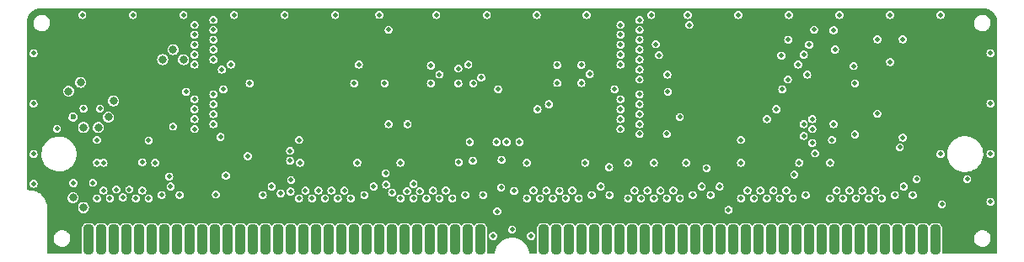
<source format=gbl>
G04 #@! TF.GenerationSoftware,KiCad,Pcbnew,(6.0.1-0)*
G04 #@! TF.CreationDate,2022-02-13T04:03:45-05:00*
G04 #@! TF.ProjectId,ROMSIMM,524f4d53-494d-44d2-9e6b-696361645f70,1.0*
G04 #@! TF.SameCoordinates,Original*
G04 #@! TF.FileFunction,Copper,L4,Bot*
G04 #@! TF.FilePolarity,Positive*
%FSLAX46Y46*%
G04 Gerber Fmt 4.6, Leading zero omitted, Abs format (unit mm)*
G04 Created by KiCad (PCBNEW (6.0.1-0)) date 2022-02-13 04:03:45*
%MOMM*%
%LPD*%
G01*
G04 APERTURE LIST*
G04 Aperture macros list*
%AMRoundRect*
0 Rectangle with rounded corners*
0 $1 Rounding radius*
0 $2 $3 $4 $5 $6 $7 $8 $9 X,Y pos of 4 corners*
0 Add a 4 corners polygon primitive as box body*
4,1,4,$2,$3,$4,$5,$6,$7,$8,$9,$2,$3,0*
0 Add four circle primitives for the rounded corners*
1,1,$1+$1,$2,$3*
1,1,$1+$1,$4,$5*
1,1,$1+$1,$6,$7*
1,1,$1+$1,$8,$9*
0 Add four rect primitives between the rounded corners*
20,1,$1+$1,$2,$3,$4,$5,0*
20,1,$1+$1,$4,$5,$6,$7,0*
20,1,$1+$1,$6,$7,$8,$9,0*
20,1,$1+$1,$8,$9,$2,$3,0*%
G04 Aperture macros list end*
G04 #@! TA.AperFunction,ComponentPad*
%ADD10RoundRect,0.416560X-0.104140X-1.107440X0.104140X-1.107440X0.104140X1.107440X-0.104140X1.107440X0*%
G04 #@! TD*
G04 #@! TA.AperFunction,ViaPad*
%ADD11C,0.800000*%
G04 #@! TD*
G04 #@! TA.AperFunction,ViaPad*
%ADD12C,0.600000*%
G04 #@! TD*
G04 #@! TA.AperFunction,ViaPad*
%ADD13C,0.500000*%
G04 #@! TD*
G04 #@! TA.AperFunction,ViaPad*
%ADD14C,0.508000*%
G04 #@! TD*
G04 APERTURE END LIST*
D10*
X78105000Y-126111000D03*
X79375000Y-126111000D03*
X80645000Y-126111000D03*
X81915000Y-126111000D03*
X83185000Y-126111000D03*
X84455000Y-126111000D03*
X85725000Y-126111000D03*
X86995000Y-126111000D03*
X88265000Y-126111000D03*
X89535000Y-126111000D03*
X90805000Y-126111000D03*
X92075000Y-126111000D03*
X93345000Y-126111000D03*
X94615000Y-126111000D03*
X95885000Y-126111000D03*
X97155000Y-126111000D03*
X98425000Y-126111000D03*
X99695000Y-126111000D03*
X100965000Y-126111000D03*
X102235000Y-126111000D03*
X103505000Y-126111000D03*
X104775000Y-126111000D03*
X106045000Y-126111000D03*
X107315000Y-126111000D03*
X108585000Y-126111000D03*
X109855000Y-126111000D03*
X111125000Y-126111000D03*
X112395000Y-126111000D03*
X113665000Y-126111000D03*
X114935000Y-126111000D03*
X116205000Y-126111000D03*
X117475000Y-126111000D03*
X123825000Y-126111000D03*
X125095000Y-126111000D03*
X126365000Y-126111000D03*
X127635000Y-126111000D03*
X128905000Y-126111000D03*
X130175000Y-126111000D03*
X131445000Y-126111000D03*
X132715000Y-126111000D03*
X133985000Y-126111000D03*
X135255000Y-126111000D03*
X136525000Y-126111000D03*
X137795000Y-126111000D03*
X139065000Y-126111000D03*
X140335000Y-126111000D03*
X141605000Y-126111000D03*
X142875000Y-126111000D03*
X144145000Y-126111000D03*
X145415000Y-126111000D03*
X146685000Y-126111000D03*
X147955000Y-126111000D03*
X149225000Y-126111000D03*
X150495000Y-126111000D03*
X151765000Y-126111000D03*
X153035000Y-126111000D03*
X154305000Y-126111000D03*
X155575000Y-126111000D03*
X156845000Y-126111000D03*
X158115000Y-126111000D03*
X159385000Y-126111000D03*
X160655000Y-126111000D03*
X161925000Y-126111000D03*
X163195000Y-126111000D03*
D11*
X76100000Y-111150000D03*
X77300000Y-110250000D03*
X77600000Y-114800000D03*
D12*
X76550000Y-113750000D03*
D13*
X142400000Y-123100000D03*
X77600000Y-112900000D03*
D11*
X77600000Y-122873000D03*
X76550000Y-121873000D03*
D13*
X99250000Y-121950000D03*
X99900000Y-121150000D03*
X122150000Y-121950000D03*
X100550000Y-121950000D03*
X101200000Y-121150000D03*
D14*
X77470000Y-103441500D03*
X72580500Y-107315000D03*
X72580500Y-112395000D03*
X72580500Y-117475000D03*
X72580500Y-120459500D03*
X168719500Y-107315000D03*
X168719500Y-112395000D03*
X168719500Y-117475000D03*
X168719500Y-122301000D03*
X120650000Y-125095000D03*
X118745000Y-125730000D03*
X122555000Y-125730000D03*
X74930000Y-114935000D03*
X166370000Y-120015000D03*
X76581000Y-120396000D03*
X110750000Y-120490000D03*
D13*
X155100000Y-115500000D03*
D14*
X143383000Y-103441500D03*
X138303000Y-103441500D03*
X134620000Y-103441500D03*
X82550000Y-103441500D03*
X87630000Y-103441500D03*
X97790000Y-103441500D03*
X92710000Y-103441500D03*
X102870000Y-103441500D03*
X118110000Y-103441500D03*
X113030000Y-103441500D03*
X123126500Y-103441500D03*
X115250000Y-108850000D03*
X116750000Y-110350000D03*
X115250000Y-110350000D03*
X117550000Y-109750000D03*
X105250000Y-108450000D03*
X107850000Y-110350000D03*
X92400000Y-108450000D03*
X94300000Y-110350000D03*
X116250000Y-108450000D03*
X127600000Y-108500000D03*
X127600000Y-110300000D03*
X120100000Y-116250000D03*
X119100000Y-116250000D03*
X135100000Y-106400000D03*
X150500000Y-106450000D03*
X149950000Y-107450000D03*
X149400000Y-108450000D03*
X150300000Y-109450000D03*
X135400000Y-107500000D03*
X104800000Y-110350000D03*
D13*
X86600000Y-114700000D03*
X86200000Y-119750000D03*
D14*
X140200000Y-118900000D03*
X119150000Y-123250000D03*
X120850000Y-121200000D03*
X146250000Y-113950000D03*
X161290000Y-120015000D03*
X163703000Y-117475000D03*
X163830000Y-122555000D03*
X136200000Y-115450000D03*
X116400000Y-116250000D03*
X91650000Y-110950000D03*
X148350000Y-109950000D03*
X147200000Y-112950000D03*
D13*
X78950000Y-118350000D03*
X84150000Y-121950000D03*
X85450000Y-121600000D03*
X84800000Y-118350000D03*
X122150000Y-118350000D03*
X128000000Y-118350000D03*
X130950000Y-110950000D03*
X130400000Y-118800000D03*
X107315000Y-103441500D03*
D14*
X163703000Y-103441500D03*
X158623000Y-103441500D03*
X153543000Y-103441500D03*
X148463000Y-103441500D03*
D13*
X125200000Y-108500000D03*
X125200000Y-110300000D03*
X108250000Y-114450000D03*
X149950000Y-114450000D03*
D14*
X128143000Y-103441500D03*
X153100000Y-106950000D03*
X138450000Y-104450000D03*
D13*
X149950000Y-115650000D03*
X149000000Y-119550000D03*
D14*
X121400000Y-116250000D03*
X116700000Y-118150000D03*
X147800000Y-110950000D03*
D13*
X151100000Y-117400000D03*
D14*
X136250000Y-109450000D03*
X147700000Y-107550000D03*
X148400000Y-105950000D03*
D13*
X94100000Y-117700000D03*
X90900000Y-121550000D03*
X91900000Y-119650000D03*
X143650000Y-116050000D03*
X150150000Y-121600000D03*
X130450000Y-121600000D03*
X112500000Y-108550000D03*
D11*
X79100000Y-114800000D03*
D13*
X79250000Y-112900000D03*
X98450000Y-120100000D03*
X95600000Y-121600000D03*
X152600000Y-118350000D03*
X157800000Y-121950000D03*
X87250000Y-121600000D03*
X115950000Y-121600000D03*
X98350000Y-117150000D03*
X96500000Y-120750000D03*
X160900000Y-121600000D03*
X155100000Y-110350000D03*
X109450000Y-118350000D03*
X159893000Y-115824000D03*
X113350000Y-109450000D03*
X104450000Y-121950000D03*
X139700000Y-120750000D03*
X141500000Y-120750000D03*
X128450000Y-109400000D03*
D11*
X80100000Y-113750000D03*
D13*
X78550000Y-120373000D03*
X152800000Y-116050000D03*
X78950000Y-116050000D03*
X154950000Y-108600000D03*
X160000000Y-120750000D03*
X151000000Y-104950000D03*
X143650000Y-118350000D03*
X129550000Y-120750000D03*
X108250000Y-104950000D03*
X99250000Y-116050000D03*
X99350000Y-118350000D03*
X97400000Y-121450000D03*
X127350000Y-121950000D03*
X110150000Y-114450000D03*
X114650000Y-121950000D03*
X137500000Y-121950000D03*
X132300000Y-118350000D03*
X138150000Y-118350000D03*
X148850000Y-121950000D03*
X106750000Y-120750000D03*
X105813500Y-121600000D03*
X117750000Y-121600000D03*
X86350000Y-120750000D03*
X152950000Y-105000000D03*
D11*
X87650000Y-107950000D03*
D13*
X140600000Y-121600000D03*
D11*
X85550000Y-107950000D03*
D13*
X159100000Y-121600000D03*
X138800000Y-121600000D03*
D11*
X86600000Y-106950000D03*
X80600000Y-112100000D03*
D13*
X152950000Y-114450000D03*
X112500000Y-110350000D03*
X128650000Y-121600000D03*
X101850000Y-121950000D03*
X102500000Y-121150000D03*
X103150000Y-121950000D03*
X124750000Y-121950000D03*
X103800000Y-121150000D03*
X78950000Y-121950000D03*
X79600000Y-121150000D03*
X80250000Y-121950000D03*
X80900000Y-121050000D03*
X81550000Y-121850000D03*
X82200000Y-121050000D03*
X82850000Y-121950000D03*
X98400000Y-121250000D03*
X83500000Y-121150000D03*
X109450000Y-121950000D03*
X110100000Y-121210000D03*
X110750000Y-121950000D03*
X111400000Y-121210000D03*
X112050000Y-121950000D03*
X112700000Y-121150000D03*
X113350000Y-121950000D03*
X114000000Y-121150000D03*
X122800000Y-121150000D03*
X123450000Y-121950000D03*
X124100000Y-121150000D03*
X125400000Y-121200000D03*
X126050000Y-121950000D03*
X126700000Y-121150000D03*
X132300000Y-121950000D03*
X132950000Y-121150000D03*
X133600000Y-121950000D03*
X134250000Y-121150000D03*
X134900000Y-121950000D03*
X135550000Y-121150000D03*
X136200000Y-121950000D03*
X136850000Y-121150000D03*
X143650000Y-121950000D03*
X144300000Y-121150000D03*
X144950000Y-121950000D03*
X145600000Y-121150000D03*
X146250000Y-121950000D03*
X146900000Y-121150000D03*
X147550000Y-121950000D03*
X148200000Y-121150000D03*
X152600000Y-121950000D03*
X153250000Y-121150000D03*
X153900000Y-121950000D03*
X154550000Y-121150000D03*
X155200000Y-121950000D03*
X155850000Y-121150000D03*
X156500000Y-121950000D03*
X157150000Y-121150000D03*
X84800000Y-121950000D03*
X85450000Y-123100000D03*
X86350000Y-123950000D03*
X87250000Y-123100000D03*
X128000000Y-121950000D03*
X128650000Y-123100000D03*
X129550000Y-123950000D03*
X125250000Y-109400000D03*
D14*
X120586500Y-103441500D03*
X125603000Y-103441500D03*
X115570000Y-103441500D03*
X140843000Y-103441500D03*
X151003000Y-103441500D03*
X156083000Y-103441500D03*
X145923000Y-103441500D03*
X136398000Y-103441500D03*
X168719500Y-109855000D03*
X168719500Y-114935000D03*
X168719500Y-120015000D03*
X72580500Y-109855000D03*
X72580500Y-114935000D03*
X85090000Y-103441500D03*
X80010000Y-103441500D03*
X100330000Y-103441500D03*
X105410000Y-103441500D03*
X95250000Y-103441500D03*
X130683000Y-103441500D03*
X160528000Y-103441500D03*
X72580500Y-105791000D03*
X168719500Y-105791000D03*
D13*
X153785882Y-110314118D03*
X108250000Y-109450000D03*
X96500000Y-123950000D03*
X150550000Y-104450000D03*
X152850000Y-109450000D03*
X159100000Y-123100000D03*
D11*
X87600000Y-109450000D03*
D13*
X115950000Y-123100000D03*
X151050000Y-123950000D03*
X139550000Y-123925000D03*
X90650000Y-109450000D03*
X111050000Y-110350000D03*
X149500000Y-121950000D03*
X117800000Y-123100000D03*
D11*
X79400000Y-109300000D03*
D13*
X152950000Y-104300000D03*
X131550000Y-110450000D03*
X138800000Y-123100000D03*
X116850000Y-123950000D03*
X138150000Y-121950000D03*
X110150000Y-109450000D03*
X131550000Y-109450000D03*
X126100000Y-108500000D03*
X110150000Y-104450000D03*
X130450000Y-123100000D03*
X115300000Y-121950000D03*
X160000000Y-123950000D03*
X105100000Y-121900000D03*
X106713500Y-123950000D03*
X97400000Y-123100000D03*
X96450000Y-117200000D03*
X95850000Y-118100000D03*
X126100000Y-110300000D03*
X95600000Y-123100000D03*
X88750000Y-110450000D03*
X153600000Y-108550000D03*
X111000000Y-108550000D03*
D11*
X86600000Y-110450000D03*
D13*
X105813500Y-123100000D03*
D11*
X80600000Y-110200000D03*
D13*
X160900000Y-123100000D03*
X107613500Y-123100000D03*
X150150000Y-123100000D03*
X158450000Y-121950000D03*
X90650000Y-113450000D03*
X133450000Y-113450000D03*
X88750000Y-113950000D03*
X131550000Y-113950000D03*
X90650000Y-114450000D03*
X133450000Y-114450000D03*
X88750000Y-114950000D03*
X131550000Y-114950000D03*
X133450000Y-115450000D03*
X91350000Y-115750000D03*
X108600000Y-121350000D03*
X150800000Y-116350000D03*
X79600000Y-118350000D03*
X108000000Y-120550000D03*
X150800000Y-114950000D03*
X83500000Y-118300000D03*
X84150000Y-116100000D03*
X150800000Y-113950000D03*
X107950000Y-119400000D03*
X119250000Y-110950000D03*
X91500000Y-108950000D03*
X133450000Y-108950000D03*
X123200000Y-112950000D03*
X131550000Y-112950000D03*
X88750000Y-112950000D03*
X90650000Y-112450000D03*
X124350000Y-112450000D03*
X133450000Y-112450000D03*
X90650000Y-103950000D03*
X133450000Y-103950000D03*
X88750000Y-104450000D03*
X131550000Y-104450000D03*
X90650000Y-104950000D03*
X133450000Y-104950000D03*
X88750000Y-105450000D03*
X131550000Y-105450000D03*
X90650000Y-105950000D03*
X133450000Y-105950000D03*
X88750000Y-106450000D03*
X131550000Y-106450000D03*
X90650000Y-106950000D03*
X133450000Y-106950000D03*
X88750000Y-107450000D03*
X131550000Y-107450000D03*
X134900000Y-118350000D03*
X119600000Y-118050000D03*
X88750000Y-111950000D03*
X131550000Y-111950000D03*
X90650000Y-111450000D03*
X133450000Y-111450000D03*
X157353000Y-113411000D03*
X136300000Y-111200000D03*
X159600000Y-116800000D03*
X137500000Y-113750000D03*
X133450000Y-109950000D03*
X159893000Y-105918000D03*
X87900000Y-111200000D03*
X105100000Y-118350000D03*
X98350000Y-118150000D03*
X115300000Y-118300000D03*
X149500000Y-118350000D03*
X119550000Y-120850000D03*
X88750000Y-108450000D03*
X131550000Y-108450000D03*
X158623000Y-108204000D03*
X90650000Y-107950000D03*
X133450000Y-107950000D03*
X157353000Y-105918000D03*
G04 #@! TA.AperFunction,Conductor*
G36*
X168010389Y-102772590D02*
G01*
X168021000Y-102775433D01*
X168030665Y-102772843D01*
X168040672Y-102772843D01*
X168040672Y-102773087D01*
X168049692Y-102772258D01*
X168229355Y-102786398D01*
X168241133Y-102788264D01*
X168339834Y-102811959D01*
X168438538Y-102835656D01*
X168449872Y-102839338D01*
X168520548Y-102868613D01*
X168637440Y-102917032D01*
X168648066Y-102922446D01*
X168821168Y-103028522D01*
X168830816Y-103035532D01*
X168985193Y-103167382D01*
X168993618Y-103175807D01*
X169019496Y-103206106D01*
X169125468Y-103330184D01*
X169132478Y-103339832D01*
X169238554Y-103512934D01*
X169243968Y-103523560D01*
X169259270Y-103560502D01*
X169321662Y-103711128D01*
X169325344Y-103722462D01*
X169327531Y-103731572D01*
X169372736Y-103919867D01*
X169374602Y-103931645D01*
X169388742Y-104111308D01*
X169387913Y-104120328D01*
X169388157Y-104120328D01*
X169388157Y-104130335D01*
X169385567Y-104140000D01*
X169388157Y-104149665D01*
X169388410Y-104150609D01*
X169391000Y-104170280D01*
X169391000Y-127405000D01*
X169373219Y-127453852D01*
X169328197Y-127479845D01*
X169315000Y-127481000D01*
X163922238Y-127481000D01*
X163873386Y-127463219D01*
X163847393Y-127418197D01*
X163852023Y-127375916D01*
X163853597Y-127372115D01*
X163855502Y-127367517D01*
X163856153Y-127362576D01*
X163869876Y-127258332D01*
X163870200Y-127255873D01*
X163870199Y-125937591D01*
X167063922Y-125937591D01*
X167064137Y-125941696D01*
X167064137Y-125941698D01*
X167065085Y-125959775D01*
X167073321Y-126116921D01*
X167074414Y-126120888D01*
X167074414Y-126120890D01*
X167080667Y-126143592D01*
X167121008Y-126290049D01*
X167204760Y-126448898D01*
X167320668Y-126586058D01*
X167323933Y-126588555D01*
X167323937Y-126588558D01*
X167455176Y-126688897D01*
X167463326Y-126695128D01*
X167467057Y-126696868D01*
X167467059Y-126696869D01*
X167552231Y-126736585D01*
X167626077Y-126771020D01*
X167630087Y-126771916D01*
X167630089Y-126771917D01*
X167737742Y-126795980D01*
X167801328Y-126810193D01*
X167806819Y-126810500D01*
X167938866Y-126810500D01*
X168029523Y-126800652D01*
X168068430Y-126796425D01*
X168068431Y-126796425D01*
X168072525Y-126795980D01*
X168155433Y-126768079D01*
X168238821Y-126740016D01*
X168238822Y-126740015D01*
X168242722Y-126738703D01*
X168246243Y-126736587D01*
X168246248Y-126736585D01*
X168393120Y-126648334D01*
X168393121Y-126648333D01*
X168396648Y-126646214D01*
X168527123Y-126522830D01*
X168628060Y-126374306D01*
X168694748Y-126207573D01*
X168695754Y-126201500D01*
X168723406Y-126034469D01*
X168723406Y-126034468D01*
X168724078Y-126030409D01*
X168721075Y-125973103D01*
X168720143Y-125955328D01*
X168714679Y-125851079D01*
X168666992Y-125677951D01*
X168583240Y-125519102D01*
X168467332Y-125381942D01*
X168464067Y-125379445D01*
X168464063Y-125379442D01*
X168327944Y-125275372D01*
X168327943Y-125275372D01*
X168324674Y-125272872D01*
X168320943Y-125271132D01*
X168320941Y-125271131D01*
X168165652Y-125198719D01*
X168165653Y-125198719D01*
X168161923Y-125196980D01*
X168157913Y-125196084D01*
X168157911Y-125196083D01*
X167989710Y-125158486D01*
X167989709Y-125158486D01*
X167986672Y-125157807D01*
X167981181Y-125157500D01*
X167849134Y-125157500D01*
X167758477Y-125167348D01*
X167719570Y-125171575D01*
X167719569Y-125171575D01*
X167715475Y-125172020D01*
X167641307Y-125196980D01*
X167549179Y-125227984D01*
X167549178Y-125227985D01*
X167545278Y-125229297D01*
X167541757Y-125231413D01*
X167541752Y-125231415D01*
X167394880Y-125319666D01*
X167391352Y-125321786D01*
X167327739Y-125381942D01*
X167274466Y-125432320D01*
X167260877Y-125445170D01*
X167159940Y-125593694D01*
X167093252Y-125760427D01*
X167092579Y-125764489D01*
X167092579Y-125764491D01*
X167069048Y-125906629D01*
X167063922Y-125937591D01*
X163870199Y-125937591D01*
X163870199Y-124966128D01*
X163855502Y-124854483D01*
X163797960Y-124715566D01*
X163706425Y-124596275D01*
X163587134Y-124504740D01*
X163448217Y-124447198D01*
X163443286Y-124446549D01*
X163443283Y-124446548D01*
X163379012Y-124438087D01*
X163336573Y-124432500D01*
X163195058Y-124432500D01*
X163053428Y-124432501D01*
X162941783Y-124447198D01*
X162802866Y-124504740D01*
X162683575Y-124596275D01*
X162680544Y-124600225D01*
X162620295Y-124678743D01*
X162576449Y-124706676D01*
X162524907Y-124699890D01*
X162499705Y-124678743D01*
X162439456Y-124600225D01*
X162436425Y-124596275D01*
X162317134Y-124504740D01*
X162178217Y-124447198D01*
X162173286Y-124446549D01*
X162173283Y-124446548D01*
X162109012Y-124438087D01*
X162066573Y-124432500D01*
X161925058Y-124432500D01*
X161783428Y-124432501D01*
X161671783Y-124447198D01*
X161532866Y-124504740D01*
X161413575Y-124596275D01*
X161410544Y-124600225D01*
X161350295Y-124678743D01*
X161306449Y-124706676D01*
X161254907Y-124699890D01*
X161229705Y-124678743D01*
X161169456Y-124600225D01*
X161166425Y-124596275D01*
X161047134Y-124504740D01*
X160908217Y-124447198D01*
X160903286Y-124446549D01*
X160903283Y-124446548D01*
X160839012Y-124438087D01*
X160796573Y-124432500D01*
X160655058Y-124432500D01*
X160513428Y-124432501D01*
X160401783Y-124447198D01*
X160262866Y-124504740D01*
X160143575Y-124596275D01*
X160140544Y-124600225D01*
X160080295Y-124678743D01*
X160036449Y-124706676D01*
X159984907Y-124699890D01*
X159959705Y-124678743D01*
X159899456Y-124600225D01*
X159896425Y-124596275D01*
X159777134Y-124504740D01*
X159638217Y-124447198D01*
X159633286Y-124446549D01*
X159633283Y-124446548D01*
X159569012Y-124438087D01*
X159526573Y-124432500D01*
X159385058Y-124432500D01*
X159243428Y-124432501D01*
X159131783Y-124447198D01*
X158992866Y-124504740D01*
X158873575Y-124596275D01*
X158870544Y-124600225D01*
X158810295Y-124678743D01*
X158766449Y-124706676D01*
X158714907Y-124699890D01*
X158689705Y-124678743D01*
X158629456Y-124600225D01*
X158626425Y-124596275D01*
X158507134Y-124504740D01*
X158368217Y-124447198D01*
X158363286Y-124446549D01*
X158363283Y-124446548D01*
X158299012Y-124438087D01*
X158256573Y-124432500D01*
X158115058Y-124432500D01*
X157973428Y-124432501D01*
X157861783Y-124447198D01*
X157722866Y-124504740D01*
X157603575Y-124596275D01*
X157600544Y-124600225D01*
X157540295Y-124678743D01*
X157496449Y-124706676D01*
X157444907Y-124699890D01*
X157419705Y-124678743D01*
X157359456Y-124600225D01*
X157356425Y-124596275D01*
X157237134Y-124504740D01*
X157098217Y-124447198D01*
X157093286Y-124446549D01*
X157093283Y-124446548D01*
X157029012Y-124438087D01*
X156986573Y-124432500D01*
X156845058Y-124432500D01*
X156703428Y-124432501D01*
X156591783Y-124447198D01*
X156452866Y-124504740D01*
X156333575Y-124596275D01*
X156330544Y-124600225D01*
X156270295Y-124678743D01*
X156226449Y-124706676D01*
X156174907Y-124699890D01*
X156149705Y-124678743D01*
X156089456Y-124600225D01*
X156086425Y-124596275D01*
X155967134Y-124504740D01*
X155828217Y-124447198D01*
X155823286Y-124446549D01*
X155823283Y-124446548D01*
X155759012Y-124438087D01*
X155716573Y-124432500D01*
X155575058Y-124432500D01*
X155433428Y-124432501D01*
X155321783Y-124447198D01*
X155182866Y-124504740D01*
X155063575Y-124596275D01*
X155060544Y-124600225D01*
X155000295Y-124678743D01*
X154956449Y-124706676D01*
X154904907Y-124699890D01*
X154879705Y-124678743D01*
X154819456Y-124600225D01*
X154816425Y-124596275D01*
X154697134Y-124504740D01*
X154558217Y-124447198D01*
X154553286Y-124446549D01*
X154553283Y-124446548D01*
X154489012Y-124438087D01*
X154446573Y-124432500D01*
X154305058Y-124432500D01*
X154163428Y-124432501D01*
X154051783Y-124447198D01*
X153912866Y-124504740D01*
X153793575Y-124596275D01*
X153790544Y-124600225D01*
X153730295Y-124678743D01*
X153686449Y-124706676D01*
X153634907Y-124699890D01*
X153609705Y-124678743D01*
X153549456Y-124600225D01*
X153546425Y-124596275D01*
X153427134Y-124504740D01*
X153288217Y-124447198D01*
X153283286Y-124446549D01*
X153283283Y-124446548D01*
X153219012Y-124438087D01*
X153176573Y-124432500D01*
X153035058Y-124432500D01*
X152893428Y-124432501D01*
X152781783Y-124447198D01*
X152642866Y-124504740D01*
X152523575Y-124596275D01*
X152520544Y-124600225D01*
X152460295Y-124678743D01*
X152416449Y-124706676D01*
X152364907Y-124699890D01*
X152339705Y-124678743D01*
X152279456Y-124600225D01*
X152276425Y-124596275D01*
X152157134Y-124504740D01*
X152018217Y-124447198D01*
X152013286Y-124446549D01*
X152013283Y-124446548D01*
X151949012Y-124438087D01*
X151906573Y-124432500D01*
X151765058Y-124432500D01*
X151623428Y-124432501D01*
X151511783Y-124447198D01*
X151372866Y-124504740D01*
X151253575Y-124596275D01*
X151250544Y-124600225D01*
X151190295Y-124678743D01*
X151146449Y-124706676D01*
X151094907Y-124699890D01*
X151069705Y-124678743D01*
X151009456Y-124600225D01*
X151006425Y-124596275D01*
X150887134Y-124504740D01*
X150748217Y-124447198D01*
X150743286Y-124446549D01*
X150743283Y-124446548D01*
X150679012Y-124438087D01*
X150636573Y-124432500D01*
X150495058Y-124432500D01*
X150353428Y-124432501D01*
X150241783Y-124447198D01*
X150102866Y-124504740D01*
X149983575Y-124596275D01*
X149980544Y-124600225D01*
X149920295Y-124678743D01*
X149876449Y-124706676D01*
X149824907Y-124699890D01*
X149799705Y-124678743D01*
X149739456Y-124600225D01*
X149736425Y-124596275D01*
X149617134Y-124504740D01*
X149478217Y-124447198D01*
X149473286Y-124446549D01*
X149473283Y-124446548D01*
X149409012Y-124438087D01*
X149366573Y-124432500D01*
X149225058Y-124432500D01*
X149083428Y-124432501D01*
X148971783Y-124447198D01*
X148832866Y-124504740D01*
X148713575Y-124596275D01*
X148710544Y-124600225D01*
X148650295Y-124678743D01*
X148606449Y-124706676D01*
X148554907Y-124699890D01*
X148529705Y-124678743D01*
X148469456Y-124600225D01*
X148466425Y-124596275D01*
X148347134Y-124504740D01*
X148208217Y-124447198D01*
X148203286Y-124446549D01*
X148203283Y-124446548D01*
X148139012Y-124438087D01*
X148096573Y-124432500D01*
X147955058Y-124432500D01*
X147813428Y-124432501D01*
X147701783Y-124447198D01*
X147562866Y-124504740D01*
X147443575Y-124596275D01*
X147440544Y-124600225D01*
X147380295Y-124678743D01*
X147336449Y-124706676D01*
X147284907Y-124699890D01*
X147259705Y-124678743D01*
X147199456Y-124600225D01*
X147196425Y-124596275D01*
X147077134Y-124504740D01*
X146938217Y-124447198D01*
X146933286Y-124446549D01*
X146933283Y-124446548D01*
X146869012Y-124438087D01*
X146826573Y-124432500D01*
X146685058Y-124432500D01*
X146543428Y-124432501D01*
X146431783Y-124447198D01*
X146292866Y-124504740D01*
X146173575Y-124596275D01*
X146170544Y-124600225D01*
X146110295Y-124678743D01*
X146066449Y-124706676D01*
X146014907Y-124699890D01*
X145989705Y-124678743D01*
X145929456Y-124600225D01*
X145926425Y-124596275D01*
X145807134Y-124504740D01*
X145668217Y-124447198D01*
X145663286Y-124446549D01*
X145663283Y-124446548D01*
X145599012Y-124438087D01*
X145556573Y-124432500D01*
X145415058Y-124432500D01*
X145273428Y-124432501D01*
X145161783Y-124447198D01*
X145022866Y-124504740D01*
X144903575Y-124596275D01*
X144900544Y-124600225D01*
X144840295Y-124678743D01*
X144796449Y-124706676D01*
X144744907Y-124699890D01*
X144719705Y-124678743D01*
X144659456Y-124600225D01*
X144656425Y-124596275D01*
X144537134Y-124504740D01*
X144398217Y-124447198D01*
X144393286Y-124446549D01*
X144393283Y-124446548D01*
X144329012Y-124438087D01*
X144286573Y-124432500D01*
X144145058Y-124432500D01*
X144003428Y-124432501D01*
X143891783Y-124447198D01*
X143752866Y-124504740D01*
X143633575Y-124596275D01*
X143630544Y-124600225D01*
X143570295Y-124678743D01*
X143526449Y-124706676D01*
X143474907Y-124699890D01*
X143449705Y-124678743D01*
X143389456Y-124600225D01*
X143386425Y-124596275D01*
X143267134Y-124504740D01*
X143128217Y-124447198D01*
X143123286Y-124446549D01*
X143123283Y-124446548D01*
X143059012Y-124438087D01*
X143016573Y-124432500D01*
X142875058Y-124432500D01*
X142733428Y-124432501D01*
X142621783Y-124447198D01*
X142482866Y-124504740D01*
X142363575Y-124596275D01*
X142360544Y-124600225D01*
X142300295Y-124678743D01*
X142256449Y-124706676D01*
X142204907Y-124699890D01*
X142179705Y-124678743D01*
X142119456Y-124600225D01*
X142116425Y-124596275D01*
X141997134Y-124504740D01*
X141858217Y-124447198D01*
X141853286Y-124446549D01*
X141853283Y-124446548D01*
X141789012Y-124438087D01*
X141746573Y-124432500D01*
X141605058Y-124432500D01*
X141463428Y-124432501D01*
X141351783Y-124447198D01*
X141212866Y-124504740D01*
X141093575Y-124596275D01*
X141090544Y-124600225D01*
X141030295Y-124678743D01*
X140986449Y-124706676D01*
X140934907Y-124699890D01*
X140909705Y-124678743D01*
X140849456Y-124600225D01*
X140846425Y-124596275D01*
X140727134Y-124504740D01*
X140588217Y-124447198D01*
X140583286Y-124446549D01*
X140583283Y-124446548D01*
X140519012Y-124438087D01*
X140476573Y-124432500D01*
X140335058Y-124432500D01*
X140193428Y-124432501D01*
X140081783Y-124447198D01*
X139942866Y-124504740D01*
X139823575Y-124596275D01*
X139820544Y-124600225D01*
X139760295Y-124678743D01*
X139716449Y-124706676D01*
X139664907Y-124699890D01*
X139639705Y-124678743D01*
X139579456Y-124600225D01*
X139576425Y-124596275D01*
X139457134Y-124504740D01*
X139318217Y-124447198D01*
X139313286Y-124446549D01*
X139313283Y-124446548D01*
X139249012Y-124438087D01*
X139206573Y-124432500D01*
X139065058Y-124432500D01*
X138923428Y-124432501D01*
X138811783Y-124447198D01*
X138672866Y-124504740D01*
X138553575Y-124596275D01*
X138550544Y-124600225D01*
X138490295Y-124678743D01*
X138446449Y-124706676D01*
X138394907Y-124699890D01*
X138369705Y-124678743D01*
X138309456Y-124600225D01*
X138306425Y-124596275D01*
X138187134Y-124504740D01*
X138048217Y-124447198D01*
X138043286Y-124446549D01*
X138043283Y-124446548D01*
X137979012Y-124438087D01*
X137936573Y-124432500D01*
X137795058Y-124432500D01*
X137653428Y-124432501D01*
X137541783Y-124447198D01*
X137402866Y-124504740D01*
X137283575Y-124596275D01*
X137280544Y-124600225D01*
X137220295Y-124678743D01*
X137176449Y-124706676D01*
X137124907Y-124699890D01*
X137099705Y-124678743D01*
X137039456Y-124600225D01*
X137036425Y-124596275D01*
X136917134Y-124504740D01*
X136778217Y-124447198D01*
X136773286Y-124446549D01*
X136773283Y-124446548D01*
X136709012Y-124438087D01*
X136666573Y-124432500D01*
X136525058Y-124432500D01*
X136383428Y-124432501D01*
X136271783Y-124447198D01*
X136132866Y-124504740D01*
X136013575Y-124596275D01*
X136010544Y-124600225D01*
X135950295Y-124678743D01*
X135906449Y-124706676D01*
X135854907Y-124699890D01*
X135829705Y-124678743D01*
X135769456Y-124600225D01*
X135766425Y-124596275D01*
X135647134Y-124504740D01*
X135508217Y-124447198D01*
X135503286Y-124446549D01*
X135503283Y-124446548D01*
X135439012Y-124438087D01*
X135396573Y-124432500D01*
X135255058Y-124432500D01*
X135113428Y-124432501D01*
X135001783Y-124447198D01*
X134862866Y-124504740D01*
X134743575Y-124596275D01*
X134740544Y-124600225D01*
X134680295Y-124678743D01*
X134636449Y-124706676D01*
X134584907Y-124699890D01*
X134559705Y-124678743D01*
X134499456Y-124600225D01*
X134496425Y-124596275D01*
X134377134Y-124504740D01*
X134238217Y-124447198D01*
X134233286Y-124446549D01*
X134233283Y-124446548D01*
X134169012Y-124438087D01*
X134126573Y-124432500D01*
X133985058Y-124432500D01*
X133843428Y-124432501D01*
X133731783Y-124447198D01*
X133592866Y-124504740D01*
X133473575Y-124596275D01*
X133470544Y-124600225D01*
X133410295Y-124678743D01*
X133366449Y-124706676D01*
X133314907Y-124699890D01*
X133289705Y-124678743D01*
X133229456Y-124600225D01*
X133226425Y-124596275D01*
X133107134Y-124504740D01*
X132968217Y-124447198D01*
X132963286Y-124446549D01*
X132963283Y-124446548D01*
X132899012Y-124438087D01*
X132856573Y-124432500D01*
X132715058Y-124432500D01*
X132573428Y-124432501D01*
X132461783Y-124447198D01*
X132322866Y-124504740D01*
X132203575Y-124596275D01*
X132200544Y-124600225D01*
X132140295Y-124678743D01*
X132096449Y-124706676D01*
X132044907Y-124699890D01*
X132019705Y-124678743D01*
X131959456Y-124600225D01*
X131956425Y-124596275D01*
X131837134Y-124504740D01*
X131698217Y-124447198D01*
X131693286Y-124446549D01*
X131693283Y-124446548D01*
X131629012Y-124438087D01*
X131586573Y-124432500D01*
X131445058Y-124432500D01*
X131303428Y-124432501D01*
X131191783Y-124447198D01*
X131052866Y-124504740D01*
X130933575Y-124596275D01*
X130930544Y-124600225D01*
X130870295Y-124678743D01*
X130826449Y-124706676D01*
X130774907Y-124699890D01*
X130749705Y-124678743D01*
X130689456Y-124600225D01*
X130686425Y-124596275D01*
X130567134Y-124504740D01*
X130428217Y-124447198D01*
X130423286Y-124446549D01*
X130423283Y-124446548D01*
X130359012Y-124438087D01*
X130316573Y-124432500D01*
X130175058Y-124432500D01*
X130033428Y-124432501D01*
X129921783Y-124447198D01*
X129782866Y-124504740D01*
X129663575Y-124596275D01*
X129660544Y-124600225D01*
X129600295Y-124678743D01*
X129556449Y-124706676D01*
X129504907Y-124699890D01*
X129479705Y-124678743D01*
X129419456Y-124600225D01*
X129416425Y-124596275D01*
X129297134Y-124504740D01*
X129158217Y-124447198D01*
X129153286Y-124446549D01*
X129153283Y-124446548D01*
X129089012Y-124438087D01*
X129046573Y-124432500D01*
X128905058Y-124432500D01*
X128763428Y-124432501D01*
X128651783Y-124447198D01*
X128512866Y-124504740D01*
X128393575Y-124596275D01*
X128390544Y-124600225D01*
X128330295Y-124678743D01*
X128286449Y-124706676D01*
X128234907Y-124699890D01*
X128209705Y-124678743D01*
X128149456Y-124600225D01*
X128146425Y-124596275D01*
X128027134Y-124504740D01*
X127888217Y-124447198D01*
X127883286Y-124446549D01*
X127883283Y-124446548D01*
X127819012Y-124438087D01*
X127776573Y-124432500D01*
X127635058Y-124432500D01*
X127493428Y-124432501D01*
X127381783Y-124447198D01*
X127242866Y-124504740D01*
X127123575Y-124596275D01*
X127120544Y-124600225D01*
X127060295Y-124678743D01*
X127016449Y-124706676D01*
X126964907Y-124699890D01*
X126939705Y-124678743D01*
X126879456Y-124600225D01*
X126876425Y-124596275D01*
X126757134Y-124504740D01*
X126618217Y-124447198D01*
X126613286Y-124446549D01*
X126613283Y-124446548D01*
X126549012Y-124438087D01*
X126506573Y-124432500D01*
X126365058Y-124432500D01*
X126223428Y-124432501D01*
X126111783Y-124447198D01*
X125972866Y-124504740D01*
X125853575Y-124596275D01*
X125850544Y-124600225D01*
X125790295Y-124678743D01*
X125746449Y-124706676D01*
X125694907Y-124699890D01*
X125669705Y-124678743D01*
X125609456Y-124600225D01*
X125606425Y-124596275D01*
X125487134Y-124504740D01*
X125348217Y-124447198D01*
X125343286Y-124446549D01*
X125343283Y-124446548D01*
X125279012Y-124438087D01*
X125236573Y-124432500D01*
X125095058Y-124432500D01*
X124953428Y-124432501D01*
X124841783Y-124447198D01*
X124702866Y-124504740D01*
X124583575Y-124596275D01*
X124580544Y-124600225D01*
X124520295Y-124678743D01*
X124476449Y-124706676D01*
X124424907Y-124699890D01*
X124399705Y-124678743D01*
X124339456Y-124600225D01*
X124336425Y-124596275D01*
X124217134Y-124504740D01*
X124078217Y-124447198D01*
X124073286Y-124446549D01*
X124073283Y-124446548D01*
X124009012Y-124438087D01*
X123966573Y-124432500D01*
X123825058Y-124432500D01*
X123683428Y-124432501D01*
X123571783Y-124447198D01*
X123432866Y-124504740D01*
X123313575Y-124596275D01*
X123222040Y-124715566D01*
X123164498Y-124854483D01*
X123163849Y-124859414D01*
X123163848Y-124859417D01*
X123155387Y-124923688D01*
X123149800Y-124966127D01*
X123149801Y-127255872D01*
X123164498Y-127367517D01*
X123166405Y-127372120D01*
X123167977Y-127375916D01*
X123170245Y-127427853D01*
X123138597Y-127469098D01*
X123097762Y-127481000D01*
X122455692Y-127481000D01*
X122406840Y-127463219D01*
X122380847Y-127418197D01*
X122379886Y-127410422D01*
X122378371Y-127389243D01*
X122378177Y-127386526D01*
X122325225Y-127143110D01*
X122295892Y-127064464D01*
X122239119Y-126912250D01*
X122239116Y-126912244D01*
X122238170Y-126909707D01*
X122118785Y-126691069D01*
X121969499Y-126491647D01*
X121793353Y-126315501D01*
X121593931Y-126166215D01*
X121375293Y-126046830D01*
X121372756Y-126045884D01*
X121372750Y-126045881D01*
X121188970Y-125977335D01*
X121141890Y-125959775D01*
X120898474Y-125906823D01*
X120650000Y-125889052D01*
X120401526Y-125906823D01*
X120158110Y-125959775D01*
X120111030Y-125977335D01*
X119927250Y-126045881D01*
X119927244Y-126045884D01*
X119924707Y-126046830D01*
X119706069Y-126166215D01*
X119506647Y-126315501D01*
X119330501Y-126491647D01*
X119181215Y-126691069D01*
X119061830Y-126909707D01*
X119060884Y-126912244D01*
X119060881Y-126912250D01*
X119004108Y-127064464D01*
X118974775Y-127143110D01*
X118921823Y-127386526D01*
X118921629Y-127389243D01*
X118920114Y-127410422D01*
X118898894Y-127457881D01*
X118852132Y-127480596D01*
X118844308Y-127481000D01*
X118202238Y-127481000D01*
X118153386Y-127463219D01*
X118127393Y-127418197D01*
X118132023Y-127375916D01*
X118133597Y-127372115D01*
X118135502Y-127367517D01*
X118136153Y-127362576D01*
X118149876Y-127258332D01*
X118150200Y-127255873D01*
X118150199Y-125730000D01*
X118331408Y-125730000D01*
X118332344Y-125735910D01*
X118349957Y-125847110D01*
X118351651Y-125857807D01*
X118354366Y-125863135D01*
X118403313Y-125959199D01*
X118410397Y-125973103D01*
X118501897Y-126064603D01*
X118617193Y-126123349D01*
X118623100Y-126124285D01*
X118623101Y-126124285D01*
X118739090Y-126142656D01*
X118745000Y-126143592D01*
X118750910Y-126142656D01*
X118866899Y-126124285D01*
X118866900Y-126124285D01*
X118872807Y-126123349D01*
X118988103Y-126064603D01*
X119079603Y-125973103D01*
X119086688Y-125959199D01*
X119135634Y-125863135D01*
X119138349Y-125857807D01*
X119140044Y-125847110D01*
X119157656Y-125735910D01*
X119158592Y-125730000D01*
X122141408Y-125730000D01*
X122142344Y-125735910D01*
X122159957Y-125847110D01*
X122161651Y-125857807D01*
X122164366Y-125863135D01*
X122213313Y-125959199D01*
X122220397Y-125973103D01*
X122311897Y-126064603D01*
X122427193Y-126123349D01*
X122433100Y-126124285D01*
X122433101Y-126124285D01*
X122549090Y-126142656D01*
X122555000Y-126143592D01*
X122560910Y-126142656D01*
X122676899Y-126124285D01*
X122676900Y-126124285D01*
X122682807Y-126123349D01*
X122798103Y-126064603D01*
X122889603Y-125973103D01*
X122896688Y-125959199D01*
X122945634Y-125863135D01*
X122948349Y-125857807D01*
X122950044Y-125847110D01*
X122967656Y-125735910D01*
X122968592Y-125730000D01*
X122948349Y-125602193D01*
X122889603Y-125486897D01*
X122798103Y-125395397D01*
X122777867Y-125385086D01*
X122744592Y-125368132D01*
X122682807Y-125336651D01*
X122676900Y-125335715D01*
X122676899Y-125335715D01*
X122560910Y-125317344D01*
X122555000Y-125316408D01*
X122549090Y-125317344D01*
X122433101Y-125335715D01*
X122433100Y-125335715D01*
X122427193Y-125336651D01*
X122365408Y-125368132D01*
X122332134Y-125385086D01*
X122311897Y-125395397D01*
X122220397Y-125486897D01*
X122161651Y-125602193D01*
X122141408Y-125730000D01*
X119158592Y-125730000D01*
X119138349Y-125602193D01*
X119079603Y-125486897D01*
X118988103Y-125395397D01*
X118967867Y-125385086D01*
X118934592Y-125368132D01*
X118872807Y-125336651D01*
X118866900Y-125335715D01*
X118866899Y-125335715D01*
X118750910Y-125317344D01*
X118745000Y-125316408D01*
X118739090Y-125317344D01*
X118623101Y-125335715D01*
X118623100Y-125335715D01*
X118617193Y-125336651D01*
X118555408Y-125368132D01*
X118522134Y-125385086D01*
X118501897Y-125395397D01*
X118410397Y-125486897D01*
X118351651Y-125602193D01*
X118331408Y-125730000D01*
X118150199Y-125730000D01*
X118150199Y-125095000D01*
X120236408Y-125095000D01*
X120237344Y-125100910D01*
X120248537Y-125171575D01*
X120256651Y-125222807D01*
X120259366Y-125228135D01*
X120308524Y-125324613D01*
X120315397Y-125338103D01*
X120406897Y-125429603D01*
X120412228Y-125432319D01*
X120412229Y-125432320D01*
X120437449Y-125445170D01*
X120522193Y-125488349D01*
X120528100Y-125489285D01*
X120528101Y-125489285D01*
X120644090Y-125507656D01*
X120650000Y-125508592D01*
X120655910Y-125507656D01*
X120771899Y-125489285D01*
X120771900Y-125489285D01*
X120777807Y-125488349D01*
X120862551Y-125445170D01*
X120887771Y-125432320D01*
X120887772Y-125432319D01*
X120893103Y-125429603D01*
X120984603Y-125338103D01*
X120991477Y-125324613D01*
X121040634Y-125228135D01*
X121043349Y-125222807D01*
X121051464Y-125171575D01*
X121062656Y-125100910D01*
X121063592Y-125095000D01*
X121043349Y-124967193D01*
X120984603Y-124851897D01*
X120893103Y-124760397D01*
X120777807Y-124701651D01*
X120771900Y-124700715D01*
X120771899Y-124700715D01*
X120655910Y-124682344D01*
X120650000Y-124681408D01*
X120644090Y-124682344D01*
X120528101Y-124700715D01*
X120528100Y-124700715D01*
X120522193Y-124701651D01*
X120406897Y-124760397D01*
X120315397Y-124851897D01*
X120256651Y-124967193D01*
X120236408Y-125095000D01*
X118150199Y-125095000D01*
X118150199Y-124966128D01*
X118135502Y-124854483D01*
X118077960Y-124715566D01*
X117986425Y-124596275D01*
X117867134Y-124504740D01*
X117728217Y-124447198D01*
X117723286Y-124446549D01*
X117723283Y-124446548D01*
X117659012Y-124438087D01*
X117616573Y-124432500D01*
X117475058Y-124432500D01*
X117333428Y-124432501D01*
X117221783Y-124447198D01*
X117082866Y-124504740D01*
X116963575Y-124596275D01*
X116960544Y-124600225D01*
X116900295Y-124678743D01*
X116856449Y-124706676D01*
X116804907Y-124699890D01*
X116779705Y-124678743D01*
X116719456Y-124600225D01*
X116716425Y-124596275D01*
X116597134Y-124504740D01*
X116458217Y-124447198D01*
X116453286Y-124446549D01*
X116453283Y-124446548D01*
X116389012Y-124438087D01*
X116346573Y-124432500D01*
X116205058Y-124432500D01*
X116063428Y-124432501D01*
X115951783Y-124447198D01*
X115812866Y-124504740D01*
X115693575Y-124596275D01*
X115690544Y-124600225D01*
X115630295Y-124678743D01*
X115586449Y-124706676D01*
X115534907Y-124699890D01*
X115509705Y-124678743D01*
X115449456Y-124600225D01*
X115446425Y-124596275D01*
X115327134Y-124504740D01*
X115188217Y-124447198D01*
X115183286Y-124446549D01*
X115183283Y-124446548D01*
X115119012Y-124438087D01*
X115076573Y-124432500D01*
X114935058Y-124432500D01*
X114793428Y-124432501D01*
X114681783Y-124447198D01*
X114542866Y-124504740D01*
X114423575Y-124596275D01*
X114420544Y-124600225D01*
X114360295Y-124678743D01*
X114316449Y-124706676D01*
X114264907Y-124699890D01*
X114239705Y-124678743D01*
X114179456Y-124600225D01*
X114176425Y-124596275D01*
X114057134Y-124504740D01*
X113918217Y-124447198D01*
X113913286Y-124446549D01*
X113913283Y-124446548D01*
X113849012Y-124438087D01*
X113806573Y-124432500D01*
X113665058Y-124432500D01*
X113523428Y-124432501D01*
X113411783Y-124447198D01*
X113272866Y-124504740D01*
X113153575Y-124596275D01*
X113150544Y-124600225D01*
X113090295Y-124678743D01*
X113046449Y-124706676D01*
X112994907Y-124699890D01*
X112969705Y-124678743D01*
X112909456Y-124600225D01*
X112906425Y-124596275D01*
X112787134Y-124504740D01*
X112648217Y-124447198D01*
X112643286Y-124446549D01*
X112643283Y-124446548D01*
X112579012Y-124438087D01*
X112536573Y-124432500D01*
X112395058Y-124432500D01*
X112253428Y-124432501D01*
X112141783Y-124447198D01*
X112002866Y-124504740D01*
X111883575Y-124596275D01*
X111880544Y-124600225D01*
X111820295Y-124678743D01*
X111776449Y-124706676D01*
X111724907Y-124699890D01*
X111699705Y-124678743D01*
X111639456Y-124600225D01*
X111636425Y-124596275D01*
X111517134Y-124504740D01*
X111378217Y-124447198D01*
X111373286Y-124446549D01*
X111373283Y-124446548D01*
X111309012Y-124438087D01*
X111266573Y-124432500D01*
X111125058Y-124432500D01*
X110983428Y-124432501D01*
X110871783Y-124447198D01*
X110732866Y-124504740D01*
X110613575Y-124596275D01*
X110610544Y-124600225D01*
X110550295Y-124678743D01*
X110506449Y-124706676D01*
X110454907Y-124699890D01*
X110429705Y-124678743D01*
X110369456Y-124600225D01*
X110366425Y-124596275D01*
X110247134Y-124504740D01*
X110108217Y-124447198D01*
X110103286Y-124446549D01*
X110103283Y-124446548D01*
X110039012Y-124438087D01*
X109996573Y-124432500D01*
X109855058Y-124432500D01*
X109713428Y-124432501D01*
X109601783Y-124447198D01*
X109462866Y-124504740D01*
X109343575Y-124596275D01*
X109340544Y-124600225D01*
X109280295Y-124678743D01*
X109236449Y-124706676D01*
X109184907Y-124699890D01*
X109159705Y-124678743D01*
X109099456Y-124600225D01*
X109096425Y-124596275D01*
X108977134Y-124504740D01*
X108838217Y-124447198D01*
X108833286Y-124446549D01*
X108833283Y-124446548D01*
X108769012Y-124438087D01*
X108726573Y-124432500D01*
X108585058Y-124432500D01*
X108443428Y-124432501D01*
X108331783Y-124447198D01*
X108192866Y-124504740D01*
X108073575Y-124596275D01*
X108070544Y-124600225D01*
X108010295Y-124678743D01*
X107966449Y-124706676D01*
X107914907Y-124699890D01*
X107889705Y-124678743D01*
X107829456Y-124600225D01*
X107826425Y-124596275D01*
X107707134Y-124504740D01*
X107568217Y-124447198D01*
X107563286Y-124446549D01*
X107563283Y-124446548D01*
X107499012Y-124438087D01*
X107456573Y-124432500D01*
X107315058Y-124432500D01*
X107173428Y-124432501D01*
X107061783Y-124447198D01*
X106922866Y-124504740D01*
X106803575Y-124596275D01*
X106800544Y-124600225D01*
X106740295Y-124678743D01*
X106696449Y-124706676D01*
X106644907Y-124699890D01*
X106619705Y-124678743D01*
X106559456Y-124600225D01*
X106556425Y-124596275D01*
X106437134Y-124504740D01*
X106298217Y-124447198D01*
X106293286Y-124446549D01*
X106293283Y-124446548D01*
X106229012Y-124438087D01*
X106186573Y-124432500D01*
X106045058Y-124432500D01*
X105903428Y-124432501D01*
X105791783Y-124447198D01*
X105652866Y-124504740D01*
X105533575Y-124596275D01*
X105530544Y-124600225D01*
X105470295Y-124678743D01*
X105426449Y-124706676D01*
X105374907Y-124699890D01*
X105349705Y-124678743D01*
X105289456Y-124600225D01*
X105286425Y-124596275D01*
X105167134Y-124504740D01*
X105028217Y-124447198D01*
X105023286Y-124446549D01*
X105023283Y-124446548D01*
X104959012Y-124438087D01*
X104916573Y-124432500D01*
X104775058Y-124432500D01*
X104633428Y-124432501D01*
X104521783Y-124447198D01*
X104382866Y-124504740D01*
X104263575Y-124596275D01*
X104260544Y-124600225D01*
X104200295Y-124678743D01*
X104156449Y-124706676D01*
X104104907Y-124699890D01*
X104079705Y-124678743D01*
X104019456Y-124600225D01*
X104016425Y-124596275D01*
X103897134Y-124504740D01*
X103758217Y-124447198D01*
X103753286Y-124446549D01*
X103753283Y-124446548D01*
X103689012Y-124438087D01*
X103646573Y-124432500D01*
X103505058Y-124432500D01*
X103363428Y-124432501D01*
X103251783Y-124447198D01*
X103112866Y-124504740D01*
X102993575Y-124596275D01*
X102990544Y-124600225D01*
X102930295Y-124678743D01*
X102886449Y-124706676D01*
X102834907Y-124699890D01*
X102809705Y-124678743D01*
X102749456Y-124600225D01*
X102746425Y-124596275D01*
X102627134Y-124504740D01*
X102488217Y-124447198D01*
X102483286Y-124446549D01*
X102483283Y-124446548D01*
X102419012Y-124438087D01*
X102376573Y-124432500D01*
X102235058Y-124432500D01*
X102093428Y-124432501D01*
X101981783Y-124447198D01*
X101842866Y-124504740D01*
X101723575Y-124596275D01*
X101720544Y-124600225D01*
X101660295Y-124678743D01*
X101616449Y-124706676D01*
X101564907Y-124699890D01*
X101539705Y-124678743D01*
X101479456Y-124600225D01*
X101476425Y-124596275D01*
X101357134Y-124504740D01*
X101218217Y-124447198D01*
X101213286Y-124446549D01*
X101213283Y-124446548D01*
X101149012Y-124438087D01*
X101106573Y-124432500D01*
X100965058Y-124432500D01*
X100823428Y-124432501D01*
X100711783Y-124447198D01*
X100572866Y-124504740D01*
X100453575Y-124596275D01*
X100450544Y-124600225D01*
X100390295Y-124678743D01*
X100346449Y-124706676D01*
X100294907Y-124699890D01*
X100269705Y-124678743D01*
X100209456Y-124600225D01*
X100206425Y-124596275D01*
X100087134Y-124504740D01*
X99948217Y-124447198D01*
X99943286Y-124446549D01*
X99943283Y-124446548D01*
X99879012Y-124438087D01*
X99836573Y-124432500D01*
X99695058Y-124432500D01*
X99553428Y-124432501D01*
X99441783Y-124447198D01*
X99302866Y-124504740D01*
X99183575Y-124596275D01*
X99180544Y-124600225D01*
X99120295Y-124678743D01*
X99076449Y-124706676D01*
X99024907Y-124699890D01*
X98999705Y-124678743D01*
X98939456Y-124600225D01*
X98936425Y-124596275D01*
X98817134Y-124504740D01*
X98678217Y-124447198D01*
X98673286Y-124446549D01*
X98673283Y-124446548D01*
X98609012Y-124438087D01*
X98566573Y-124432500D01*
X98425058Y-124432500D01*
X98283428Y-124432501D01*
X98171783Y-124447198D01*
X98032866Y-124504740D01*
X97913575Y-124596275D01*
X97910544Y-124600225D01*
X97850295Y-124678743D01*
X97806449Y-124706676D01*
X97754907Y-124699890D01*
X97729705Y-124678743D01*
X97669456Y-124600225D01*
X97666425Y-124596275D01*
X97547134Y-124504740D01*
X97408217Y-124447198D01*
X97403286Y-124446549D01*
X97403283Y-124446548D01*
X97339012Y-124438087D01*
X97296573Y-124432500D01*
X97155058Y-124432500D01*
X97013428Y-124432501D01*
X96901783Y-124447198D01*
X96762866Y-124504740D01*
X96643575Y-124596275D01*
X96640544Y-124600225D01*
X96580295Y-124678743D01*
X96536449Y-124706676D01*
X96484907Y-124699890D01*
X96459705Y-124678743D01*
X96399456Y-124600225D01*
X96396425Y-124596275D01*
X96277134Y-124504740D01*
X96138217Y-124447198D01*
X96133286Y-124446549D01*
X96133283Y-124446548D01*
X96069012Y-124438087D01*
X96026573Y-124432500D01*
X95885058Y-124432500D01*
X95743428Y-124432501D01*
X95631783Y-124447198D01*
X95492866Y-124504740D01*
X95373575Y-124596275D01*
X95370544Y-124600225D01*
X95310295Y-124678743D01*
X95266449Y-124706676D01*
X95214907Y-124699890D01*
X95189705Y-124678743D01*
X95129456Y-124600225D01*
X95126425Y-124596275D01*
X95007134Y-124504740D01*
X94868217Y-124447198D01*
X94863286Y-124446549D01*
X94863283Y-124446548D01*
X94799012Y-124438087D01*
X94756573Y-124432500D01*
X94615058Y-124432500D01*
X94473428Y-124432501D01*
X94361783Y-124447198D01*
X94222866Y-124504740D01*
X94103575Y-124596275D01*
X94100544Y-124600225D01*
X94040295Y-124678743D01*
X93996449Y-124706676D01*
X93944907Y-124699890D01*
X93919705Y-124678743D01*
X93859456Y-124600225D01*
X93856425Y-124596275D01*
X93737134Y-124504740D01*
X93598217Y-124447198D01*
X93593286Y-124446549D01*
X93593283Y-124446548D01*
X93529012Y-124438087D01*
X93486573Y-124432500D01*
X93345058Y-124432500D01*
X93203428Y-124432501D01*
X93091783Y-124447198D01*
X92952866Y-124504740D01*
X92833575Y-124596275D01*
X92830544Y-124600225D01*
X92770295Y-124678743D01*
X92726449Y-124706676D01*
X92674907Y-124699890D01*
X92649705Y-124678743D01*
X92589456Y-124600225D01*
X92586425Y-124596275D01*
X92467134Y-124504740D01*
X92328217Y-124447198D01*
X92323286Y-124446549D01*
X92323283Y-124446548D01*
X92259012Y-124438087D01*
X92216573Y-124432500D01*
X92075058Y-124432500D01*
X91933428Y-124432501D01*
X91821783Y-124447198D01*
X91682866Y-124504740D01*
X91563575Y-124596275D01*
X91560544Y-124600225D01*
X91500295Y-124678743D01*
X91456449Y-124706676D01*
X91404907Y-124699890D01*
X91379705Y-124678743D01*
X91319456Y-124600225D01*
X91316425Y-124596275D01*
X91197134Y-124504740D01*
X91058217Y-124447198D01*
X91053286Y-124446549D01*
X91053283Y-124446548D01*
X90989012Y-124438087D01*
X90946573Y-124432500D01*
X90805058Y-124432500D01*
X90663428Y-124432501D01*
X90551783Y-124447198D01*
X90412866Y-124504740D01*
X90293575Y-124596275D01*
X90290544Y-124600225D01*
X90230295Y-124678743D01*
X90186449Y-124706676D01*
X90134907Y-124699890D01*
X90109705Y-124678743D01*
X90049456Y-124600225D01*
X90046425Y-124596275D01*
X89927134Y-124504740D01*
X89788217Y-124447198D01*
X89783286Y-124446549D01*
X89783283Y-124446548D01*
X89719012Y-124438087D01*
X89676573Y-124432500D01*
X89535058Y-124432500D01*
X89393428Y-124432501D01*
X89281783Y-124447198D01*
X89142866Y-124504740D01*
X89023575Y-124596275D01*
X89020544Y-124600225D01*
X88960295Y-124678743D01*
X88916449Y-124706676D01*
X88864907Y-124699890D01*
X88839705Y-124678743D01*
X88779456Y-124600225D01*
X88776425Y-124596275D01*
X88657134Y-124504740D01*
X88518217Y-124447198D01*
X88513286Y-124446549D01*
X88513283Y-124446548D01*
X88449012Y-124438087D01*
X88406573Y-124432500D01*
X88265058Y-124432500D01*
X88123428Y-124432501D01*
X88011783Y-124447198D01*
X87872866Y-124504740D01*
X87753575Y-124596275D01*
X87750544Y-124600225D01*
X87690295Y-124678743D01*
X87646449Y-124706676D01*
X87594907Y-124699890D01*
X87569705Y-124678743D01*
X87509456Y-124600225D01*
X87506425Y-124596275D01*
X87387134Y-124504740D01*
X87248217Y-124447198D01*
X87243286Y-124446549D01*
X87243283Y-124446548D01*
X87179012Y-124438087D01*
X87136573Y-124432500D01*
X86995058Y-124432500D01*
X86853428Y-124432501D01*
X86741783Y-124447198D01*
X86602866Y-124504740D01*
X86483575Y-124596275D01*
X86480544Y-124600225D01*
X86420295Y-124678743D01*
X86376449Y-124706676D01*
X86324907Y-124699890D01*
X86299705Y-124678743D01*
X86239456Y-124600225D01*
X86236425Y-124596275D01*
X86117134Y-124504740D01*
X85978217Y-124447198D01*
X85973286Y-124446549D01*
X85973283Y-124446548D01*
X85909012Y-124438087D01*
X85866573Y-124432500D01*
X85725058Y-124432500D01*
X85583428Y-124432501D01*
X85471783Y-124447198D01*
X85332866Y-124504740D01*
X85213575Y-124596275D01*
X85210544Y-124600225D01*
X85150295Y-124678743D01*
X85106449Y-124706676D01*
X85054907Y-124699890D01*
X85029705Y-124678743D01*
X84969456Y-124600225D01*
X84966425Y-124596275D01*
X84847134Y-124504740D01*
X84708217Y-124447198D01*
X84703286Y-124446549D01*
X84703283Y-124446548D01*
X84639012Y-124438087D01*
X84596573Y-124432500D01*
X84455058Y-124432500D01*
X84313428Y-124432501D01*
X84201783Y-124447198D01*
X84062866Y-124504740D01*
X83943575Y-124596275D01*
X83940544Y-124600225D01*
X83880295Y-124678743D01*
X83836449Y-124706676D01*
X83784907Y-124699890D01*
X83759705Y-124678743D01*
X83699456Y-124600225D01*
X83696425Y-124596275D01*
X83577134Y-124504740D01*
X83438217Y-124447198D01*
X83433286Y-124446549D01*
X83433283Y-124446548D01*
X83369012Y-124438087D01*
X83326573Y-124432500D01*
X83185058Y-124432500D01*
X83043428Y-124432501D01*
X82931783Y-124447198D01*
X82792866Y-124504740D01*
X82673575Y-124596275D01*
X82670544Y-124600225D01*
X82610295Y-124678743D01*
X82566449Y-124706676D01*
X82514907Y-124699890D01*
X82489705Y-124678743D01*
X82429456Y-124600225D01*
X82426425Y-124596275D01*
X82307134Y-124504740D01*
X82168217Y-124447198D01*
X82163286Y-124446549D01*
X82163283Y-124446548D01*
X82099012Y-124438087D01*
X82056573Y-124432500D01*
X81915058Y-124432500D01*
X81773428Y-124432501D01*
X81661783Y-124447198D01*
X81522866Y-124504740D01*
X81403575Y-124596275D01*
X81400544Y-124600225D01*
X81340295Y-124678743D01*
X81296449Y-124706676D01*
X81244907Y-124699890D01*
X81219705Y-124678743D01*
X81159456Y-124600225D01*
X81156425Y-124596275D01*
X81037134Y-124504740D01*
X80898217Y-124447198D01*
X80893286Y-124446549D01*
X80893283Y-124446548D01*
X80829012Y-124438087D01*
X80786573Y-124432500D01*
X80645058Y-124432500D01*
X80503428Y-124432501D01*
X80391783Y-124447198D01*
X80252866Y-124504740D01*
X80133575Y-124596275D01*
X80130544Y-124600225D01*
X80070295Y-124678743D01*
X80026449Y-124706676D01*
X79974907Y-124699890D01*
X79949705Y-124678743D01*
X79889456Y-124600225D01*
X79886425Y-124596275D01*
X79767134Y-124504740D01*
X79628217Y-124447198D01*
X79623286Y-124446549D01*
X79623283Y-124446548D01*
X79559012Y-124438087D01*
X79516573Y-124432500D01*
X79375058Y-124432500D01*
X79233428Y-124432501D01*
X79121783Y-124447198D01*
X78982866Y-124504740D01*
X78863575Y-124596275D01*
X78860544Y-124600225D01*
X78800295Y-124678743D01*
X78756449Y-124706676D01*
X78704907Y-124699890D01*
X78679705Y-124678743D01*
X78619456Y-124600225D01*
X78616425Y-124596275D01*
X78497134Y-124504740D01*
X78358217Y-124447198D01*
X78353286Y-124446549D01*
X78353283Y-124446548D01*
X78289012Y-124438087D01*
X78246573Y-124432500D01*
X78105058Y-124432500D01*
X77963428Y-124432501D01*
X77851783Y-124447198D01*
X77712866Y-124504740D01*
X77593575Y-124596275D01*
X77502040Y-124715566D01*
X77444498Y-124854483D01*
X77443849Y-124859414D01*
X77443848Y-124859417D01*
X77435387Y-124923688D01*
X77429800Y-124966127D01*
X77429801Y-127255872D01*
X77444498Y-127367517D01*
X77446405Y-127372120D01*
X77447977Y-127375916D01*
X77450245Y-127427853D01*
X77418597Y-127469098D01*
X77377762Y-127481000D01*
X74017000Y-127481000D01*
X73968148Y-127463219D01*
X73942155Y-127418197D01*
X73941000Y-127405000D01*
X73941000Y-125937591D01*
X74607922Y-125937591D01*
X74608137Y-125941696D01*
X74608137Y-125941698D01*
X74609085Y-125959775D01*
X74617321Y-126116921D01*
X74618414Y-126120888D01*
X74618414Y-126120890D01*
X74624667Y-126143592D01*
X74665008Y-126290049D01*
X74748760Y-126448898D01*
X74864668Y-126586058D01*
X74867933Y-126588555D01*
X74867937Y-126588558D01*
X74999176Y-126688897D01*
X75007326Y-126695128D01*
X75011057Y-126696868D01*
X75011059Y-126696869D01*
X75096231Y-126736585D01*
X75170077Y-126771020D01*
X75174087Y-126771916D01*
X75174089Y-126771917D01*
X75281742Y-126795980D01*
X75345328Y-126810193D01*
X75350819Y-126810500D01*
X75482866Y-126810500D01*
X75573523Y-126800652D01*
X75612430Y-126796425D01*
X75612431Y-126796425D01*
X75616525Y-126795980D01*
X75699433Y-126768079D01*
X75782821Y-126740016D01*
X75782822Y-126740015D01*
X75786722Y-126738703D01*
X75790243Y-126736587D01*
X75790248Y-126736585D01*
X75937120Y-126648334D01*
X75937121Y-126648333D01*
X75940648Y-126646214D01*
X76071123Y-126522830D01*
X76172060Y-126374306D01*
X76238748Y-126207573D01*
X76239754Y-126201500D01*
X76267406Y-126034469D01*
X76267406Y-126034468D01*
X76268078Y-126030409D01*
X76265075Y-125973103D01*
X76264143Y-125955328D01*
X76258679Y-125851079D01*
X76210992Y-125677951D01*
X76127240Y-125519102D01*
X76011332Y-125381942D01*
X76008067Y-125379445D01*
X76008063Y-125379442D01*
X75871944Y-125275372D01*
X75871943Y-125275372D01*
X75868674Y-125272872D01*
X75864943Y-125271132D01*
X75864941Y-125271131D01*
X75709652Y-125198719D01*
X75709653Y-125198719D01*
X75705923Y-125196980D01*
X75701913Y-125196084D01*
X75701911Y-125196083D01*
X75533710Y-125158486D01*
X75533709Y-125158486D01*
X75530672Y-125157807D01*
X75525181Y-125157500D01*
X75393134Y-125157500D01*
X75302477Y-125167348D01*
X75263570Y-125171575D01*
X75263569Y-125171575D01*
X75259475Y-125172020D01*
X75185307Y-125196980D01*
X75093179Y-125227984D01*
X75093178Y-125227985D01*
X75089278Y-125229297D01*
X75085757Y-125231413D01*
X75085752Y-125231415D01*
X74938880Y-125319666D01*
X74935352Y-125321786D01*
X74871739Y-125381942D01*
X74818466Y-125432320D01*
X74804877Y-125445170D01*
X74703940Y-125593694D01*
X74637252Y-125760427D01*
X74636579Y-125764489D01*
X74636579Y-125764491D01*
X74613048Y-125906629D01*
X74607922Y-125937591D01*
X73941000Y-125937591D01*
X73941000Y-122902780D01*
X73943590Y-122883109D01*
X73943843Y-122882166D01*
X73946299Y-122873000D01*
X77040715Y-122873000D01*
X77041365Y-122877937D01*
X77059045Y-123012229D01*
X77059772Y-123017754D01*
X77061677Y-123022352D01*
X77100826Y-123116865D01*
X77115645Y-123152642D01*
X77204526Y-123268474D01*
X77320357Y-123357355D01*
X77455246Y-123413228D01*
X77460177Y-123413877D01*
X77460180Y-123413878D01*
X77595063Y-123431635D01*
X77600000Y-123432285D01*
X77604937Y-123431635D01*
X77739820Y-123413878D01*
X77739823Y-123413877D01*
X77744754Y-123413228D01*
X77879643Y-123357355D01*
X77995474Y-123268474D01*
X78009650Y-123250000D01*
X118736408Y-123250000D01*
X118737344Y-123255910D01*
X118753714Y-123359261D01*
X118756651Y-123377807D01*
X118815397Y-123493103D01*
X118906897Y-123584603D01*
X119022193Y-123643349D01*
X119028100Y-123644285D01*
X119028101Y-123644285D01*
X119144090Y-123662656D01*
X119150000Y-123663592D01*
X119155910Y-123662656D01*
X119271899Y-123644285D01*
X119271900Y-123644285D01*
X119277807Y-123643349D01*
X119393103Y-123584603D01*
X119484603Y-123493103D01*
X119543349Y-123377807D01*
X119546287Y-123359261D01*
X119562656Y-123255910D01*
X119563592Y-123250000D01*
X119543349Y-123122193D01*
X119532041Y-123100000D01*
X141990458Y-123100000D01*
X141991394Y-123105910D01*
X141998796Y-123152642D01*
X142010502Y-123226555D01*
X142013216Y-123231882D01*
X142013217Y-123231884D01*
X142022448Y-123250000D01*
X142068674Y-123340723D01*
X142159277Y-123431326D01*
X142216361Y-123460412D01*
X142268116Y-123486783D01*
X142268118Y-123486784D01*
X142273445Y-123489498D01*
X142279349Y-123490433D01*
X142279352Y-123490434D01*
X142394090Y-123508606D01*
X142400000Y-123509542D01*
X142405910Y-123508606D01*
X142520648Y-123490434D01*
X142520651Y-123490433D01*
X142526555Y-123489498D01*
X142531882Y-123486784D01*
X142531884Y-123486783D01*
X142583639Y-123460412D01*
X142640723Y-123431326D01*
X142731326Y-123340723D01*
X142777552Y-123250000D01*
X142786783Y-123231884D01*
X142786784Y-123231882D01*
X142789498Y-123226555D01*
X142801205Y-123152642D01*
X142808606Y-123105910D01*
X142809542Y-123100000D01*
X142796516Y-123017754D01*
X142790434Y-122979352D01*
X142790433Y-122979349D01*
X142789498Y-122973445D01*
X142786549Y-122967656D01*
X142743469Y-122883109D01*
X142731326Y-122859277D01*
X142640723Y-122768674D01*
X142571063Y-122733180D01*
X142531884Y-122713217D01*
X142531882Y-122713216D01*
X142526555Y-122710502D01*
X142520651Y-122709567D01*
X142520648Y-122709566D01*
X142405910Y-122691394D01*
X142400000Y-122690458D01*
X142394090Y-122691394D01*
X142279352Y-122709566D01*
X142279349Y-122709567D01*
X142273445Y-122710502D01*
X142268118Y-122713216D01*
X142268116Y-122713217D01*
X142228937Y-122733180D01*
X142159277Y-122768674D01*
X142068674Y-122859277D01*
X142056531Y-122883109D01*
X142013452Y-122967656D01*
X142010502Y-122973445D01*
X142009567Y-122979349D01*
X142009566Y-122979352D01*
X142003484Y-123017754D01*
X141990458Y-123100000D01*
X119532041Y-123100000D01*
X119484603Y-123006897D01*
X119393103Y-122915397D01*
X119277807Y-122856651D01*
X119271900Y-122855715D01*
X119271899Y-122855715D01*
X119155910Y-122837344D01*
X119150000Y-122836408D01*
X119144090Y-122837344D01*
X119028101Y-122855715D01*
X119028100Y-122855715D01*
X119022193Y-122856651D01*
X118906897Y-122915397D01*
X118815397Y-123006897D01*
X118756651Y-123122193D01*
X118736408Y-123250000D01*
X78009650Y-123250000D01*
X78084355Y-123152642D01*
X78099175Y-123116865D01*
X78138323Y-123022352D01*
X78140228Y-123017754D01*
X78140956Y-123012229D01*
X78158635Y-122877937D01*
X78159285Y-122873000D01*
X78148723Y-122792771D01*
X78140878Y-122733180D01*
X78140877Y-122733177D01*
X78140228Y-122728246D01*
X78084355Y-122593358D01*
X78054922Y-122555000D01*
X163416408Y-122555000D01*
X163436651Y-122682807D01*
X163459803Y-122728246D01*
X163482558Y-122772904D01*
X163495397Y-122798103D01*
X163586897Y-122889603D01*
X163702193Y-122948349D01*
X163708100Y-122949285D01*
X163708101Y-122949285D01*
X163824090Y-122967656D01*
X163830000Y-122968592D01*
X163835910Y-122967656D01*
X163951899Y-122949285D01*
X163951900Y-122949285D01*
X163957807Y-122948349D01*
X164073103Y-122889603D01*
X164164603Y-122798103D01*
X164177443Y-122772904D01*
X164200197Y-122728246D01*
X164223349Y-122682807D01*
X164243592Y-122555000D01*
X164223349Y-122427193D01*
X164164603Y-122311897D01*
X164153706Y-122301000D01*
X168305908Y-122301000D01*
X168306844Y-122306910D01*
X168312006Y-122339498D01*
X168326151Y-122428807D01*
X168384897Y-122544103D01*
X168476397Y-122635603D01*
X168591693Y-122694349D01*
X168597600Y-122695285D01*
X168597601Y-122695285D01*
X168713590Y-122713656D01*
X168719500Y-122714592D01*
X168725410Y-122713656D01*
X168841399Y-122695285D01*
X168841400Y-122695285D01*
X168847307Y-122694349D01*
X168962603Y-122635603D01*
X169054103Y-122544103D01*
X169112849Y-122428807D01*
X169126995Y-122339498D01*
X169132156Y-122306910D01*
X169133092Y-122301000D01*
X169115626Y-122190723D01*
X169113785Y-122179101D01*
X169113785Y-122179100D01*
X169112849Y-122173193D01*
X169054103Y-122057897D01*
X168962603Y-121966397D01*
X168949150Y-121959542D01*
X168904482Y-121936783D01*
X168847307Y-121907651D01*
X168841400Y-121906715D01*
X168841399Y-121906715D01*
X168725410Y-121888344D01*
X168719500Y-121887408D01*
X168713590Y-121888344D01*
X168597601Y-121906715D01*
X168597600Y-121906715D01*
X168591693Y-121907651D01*
X168534518Y-121936783D01*
X168489851Y-121959542D01*
X168476397Y-121966397D01*
X168384897Y-122057897D01*
X168326151Y-122173193D01*
X168325215Y-122179100D01*
X168325215Y-122179101D01*
X168323374Y-122190723D01*
X168305908Y-122301000D01*
X164153706Y-122301000D01*
X164073103Y-122220397D01*
X163957807Y-122161651D01*
X163951900Y-122160715D01*
X163951899Y-122160715D01*
X163835910Y-122142344D01*
X163830000Y-122141408D01*
X163824090Y-122142344D01*
X163708101Y-122160715D01*
X163708100Y-122160715D01*
X163702193Y-122161651D01*
X163586897Y-122220397D01*
X163495397Y-122311897D01*
X163436651Y-122427193D01*
X163416408Y-122555000D01*
X78054922Y-122555000D01*
X77995474Y-122477526D01*
X77879643Y-122388645D01*
X77866643Y-122383260D01*
X77808704Y-122359261D01*
X77744754Y-122332772D01*
X77739823Y-122332123D01*
X77739820Y-122332122D01*
X77604937Y-122314365D01*
X77600000Y-122313715D01*
X77595063Y-122314365D01*
X77460180Y-122332122D01*
X77460177Y-122332123D01*
X77455246Y-122332772D01*
X77320358Y-122388645D01*
X77204526Y-122477526D01*
X77115645Y-122593358D01*
X77059772Y-122728246D01*
X77059123Y-122733177D01*
X77059122Y-122733180D01*
X77051277Y-122792771D01*
X77040715Y-122873000D01*
X73946299Y-122873000D01*
X73946433Y-122872500D01*
X73945089Y-122867486D01*
X73944200Y-122855047D01*
X73931458Y-122676899D01*
X73927677Y-122624026D01*
X73874725Y-122380610D01*
X73816547Y-122224629D01*
X73788619Y-122149750D01*
X73788616Y-122149744D01*
X73787670Y-122147207D01*
X73668285Y-121928569D01*
X73626686Y-121873000D01*
X75990715Y-121873000D01*
X75991365Y-121877937D01*
X76008691Y-122009542D01*
X76009772Y-122017754D01*
X76065645Y-122152642D01*
X76154526Y-122268474D01*
X76270357Y-122357355D01*
X76274957Y-122359260D01*
X76274958Y-122359261D01*
X76313955Y-122375414D01*
X76405246Y-122413228D01*
X76410177Y-122413877D01*
X76410180Y-122413878D01*
X76545063Y-122431635D01*
X76550000Y-122432285D01*
X76554937Y-122431635D01*
X76689820Y-122413878D01*
X76689823Y-122413877D01*
X76694754Y-122413228D01*
X76786045Y-122375414D01*
X76825042Y-122359261D01*
X76825043Y-122359260D01*
X76829643Y-122357355D01*
X76945474Y-122268474D01*
X77034355Y-122152642D01*
X77090228Y-122017754D01*
X77091310Y-122009542D01*
X77099148Y-121950000D01*
X78540458Y-121950000D01*
X78541394Y-121955910D01*
X78556877Y-122053665D01*
X78560502Y-122076555D01*
X78563216Y-122081882D01*
X78563217Y-122081884D01*
X78567721Y-122090723D01*
X78618674Y-122190723D01*
X78709277Y-122281326D01*
X78736290Y-122295090D01*
X78818116Y-122336783D01*
X78818118Y-122336784D01*
X78823445Y-122339498D01*
X78829349Y-122340433D01*
X78829352Y-122340434D01*
X78944090Y-122358606D01*
X78950000Y-122359542D01*
X78955910Y-122358606D01*
X79070648Y-122340434D01*
X79070651Y-122340433D01*
X79076555Y-122339498D01*
X79081882Y-122336784D01*
X79081884Y-122336783D01*
X79163710Y-122295090D01*
X79190723Y-122281326D01*
X79281326Y-122190723D01*
X79332279Y-122090723D01*
X79336783Y-122081884D01*
X79336784Y-122081882D01*
X79339498Y-122076555D01*
X79343124Y-122053665D01*
X79358606Y-121955910D01*
X79359542Y-121950000D01*
X79840458Y-121950000D01*
X79841394Y-121955910D01*
X79856877Y-122053665D01*
X79860502Y-122076555D01*
X79863216Y-122081882D01*
X79863217Y-122081884D01*
X79867721Y-122090723D01*
X79918674Y-122190723D01*
X80009277Y-122281326D01*
X80036290Y-122295090D01*
X80118116Y-122336783D01*
X80118118Y-122336784D01*
X80123445Y-122339498D01*
X80129349Y-122340433D01*
X80129352Y-122340434D01*
X80244090Y-122358606D01*
X80250000Y-122359542D01*
X80255910Y-122358606D01*
X80370648Y-122340434D01*
X80370651Y-122340433D01*
X80376555Y-122339498D01*
X80381882Y-122336784D01*
X80381884Y-122336783D01*
X80463710Y-122295090D01*
X80490723Y-122281326D01*
X80581326Y-122190723D01*
X80632279Y-122090723D01*
X80636783Y-122081884D01*
X80636784Y-122081882D01*
X80639498Y-122076555D01*
X80643124Y-122053665D01*
X80658606Y-121955910D01*
X80659542Y-121950000D01*
X80656148Y-121928569D01*
X80643704Y-121850000D01*
X81140458Y-121850000D01*
X81141394Y-121855910D01*
X81158463Y-121963680D01*
X81160502Y-121976555D01*
X81218674Y-122090723D01*
X81309277Y-122181326D01*
X81366361Y-122210412D01*
X81418116Y-122236783D01*
X81418118Y-122236784D01*
X81423445Y-122239498D01*
X81429349Y-122240433D01*
X81429352Y-122240434D01*
X81544090Y-122258606D01*
X81550000Y-122259542D01*
X81555910Y-122258606D01*
X81670648Y-122240434D01*
X81670651Y-122240433D01*
X81676555Y-122239498D01*
X81681882Y-122236784D01*
X81681884Y-122236783D01*
X81733639Y-122210412D01*
X81790723Y-122181326D01*
X81881326Y-122090723D01*
X81939498Y-121976555D01*
X81941538Y-121963680D01*
X81943705Y-121950000D01*
X82440458Y-121950000D01*
X82441394Y-121955910D01*
X82456877Y-122053665D01*
X82460502Y-122076555D01*
X82463216Y-122081882D01*
X82463217Y-122081884D01*
X82467721Y-122090723D01*
X82518674Y-122190723D01*
X82609277Y-122281326D01*
X82636290Y-122295090D01*
X82718116Y-122336783D01*
X82718118Y-122336784D01*
X82723445Y-122339498D01*
X82729349Y-122340433D01*
X82729352Y-122340434D01*
X82844090Y-122358606D01*
X82850000Y-122359542D01*
X82855910Y-122358606D01*
X82970648Y-122340434D01*
X82970651Y-122340433D01*
X82976555Y-122339498D01*
X82981882Y-122336784D01*
X82981884Y-122336783D01*
X83063710Y-122295090D01*
X83090723Y-122281326D01*
X83181326Y-122190723D01*
X83232279Y-122090723D01*
X83236783Y-122081884D01*
X83236784Y-122081882D01*
X83239498Y-122076555D01*
X83243124Y-122053665D01*
X83258606Y-121955910D01*
X83259542Y-121950000D01*
X83740458Y-121950000D01*
X83741394Y-121955910D01*
X83756877Y-122053665D01*
X83760502Y-122076555D01*
X83763216Y-122081882D01*
X83763217Y-122081884D01*
X83767721Y-122090723D01*
X83818674Y-122190723D01*
X83909277Y-122281326D01*
X83936290Y-122295090D01*
X84018116Y-122336783D01*
X84018118Y-122336784D01*
X84023445Y-122339498D01*
X84029349Y-122340433D01*
X84029352Y-122340434D01*
X84144090Y-122358606D01*
X84150000Y-122359542D01*
X84155910Y-122358606D01*
X84270648Y-122340434D01*
X84270651Y-122340433D01*
X84276555Y-122339498D01*
X84281882Y-122336784D01*
X84281884Y-122336783D01*
X84363710Y-122295090D01*
X84390723Y-122281326D01*
X84481326Y-122190723D01*
X84532279Y-122090723D01*
X84536783Y-122081884D01*
X84536784Y-122081882D01*
X84539498Y-122076555D01*
X84543124Y-122053665D01*
X84558606Y-121955910D01*
X84559542Y-121950000D01*
X84556148Y-121928569D01*
X84540434Y-121829352D01*
X84540433Y-121829349D01*
X84539498Y-121823445D01*
X84524981Y-121794953D01*
X84510412Y-121766361D01*
X84481326Y-121709277D01*
X84390723Y-121618674D01*
X84354074Y-121600000D01*
X85040458Y-121600000D01*
X85041394Y-121605910D01*
X85057096Y-121705047D01*
X85060502Y-121726555D01*
X85063216Y-121731882D01*
X85063217Y-121731884D01*
X85065713Y-121736783D01*
X85118674Y-121840723D01*
X85209277Y-121931326D01*
X85257525Y-121955910D01*
X85318116Y-121986783D01*
X85318118Y-121986784D01*
X85323445Y-121989498D01*
X85329349Y-121990433D01*
X85329352Y-121990434D01*
X85444090Y-122008606D01*
X85450000Y-122009542D01*
X85455910Y-122008606D01*
X85570648Y-121990434D01*
X85570651Y-121990433D01*
X85576555Y-121989498D01*
X85581882Y-121986784D01*
X85581884Y-121986783D01*
X85642475Y-121955910D01*
X85690723Y-121931326D01*
X85781326Y-121840723D01*
X85834287Y-121736783D01*
X85836783Y-121731884D01*
X85836784Y-121731882D01*
X85839498Y-121726555D01*
X85842905Y-121705047D01*
X85858606Y-121605910D01*
X85859542Y-121600000D01*
X86840458Y-121600000D01*
X86841394Y-121605910D01*
X86857096Y-121705047D01*
X86860502Y-121726555D01*
X86863216Y-121731882D01*
X86863217Y-121731884D01*
X86865713Y-121736783D01*
X86918674Y-121840723D01*
X87009277Y-121931326D01*
X87057525Y-121955910D01*
X87118116Y-121986783D01*
X87118118Y-121986784D01*
X87123445Y-121989498D01*
X87129349Y-121990433D01*
X87129352Y-121990434D01*
X87244090Y-122008606D01*
X87250000Y-122009542D01*
X87255910Y-122008606D01*
X87370648Y-121990434D01*
X87370651Y-121990433D01*
X87376555Y-121989498D01*
X87381882Y-121986784D01*
X87381884Y-121986783D01*
X87442475Y-121955910D01*
X87490723Y-121931326D01*
X87581326Y-121840723D01*
X87634287Y-121736783D01*
X87636783Y-121731884D01*
X87636784Y-121731882D01*
X87639498Y-121726555D01*
X87642905Y-121705047D01*
X87658606Y-121605910D01*
X87659542Y-121600000D01*
X87656584Y-121581326D01*
X87651623Y-121550000D01*
X90490458Y-121550000D01*
X90491394Y-121555910D01*
X90502005Y-121622904D01*
X90510502Y-121676555D01*
X90513216Y-121681882D01*
X90513217Y-121681884D01*
X90532969Y-121720648D01*
X90568674Y-121790723D01*
X90659277Y-121881326D01*
X90709105Y-121906715D01*
X90768116Y-121936783D01*
X90768118Y-121936784D01*
X90773445Y-121939498D01*
X90779349Y-121940433D01*
X90779352Y-121940434D01*
X90894090Y-121958606D01*
X90900000Y-121959542D01*
X90905910Y-121958606D01*
X91020648Y-121940434D01*
X91020651Y-121940433D01*
X91026555Y-121939498D01*
X91031882Y-121936784D01*
X91031884Y-121936783D01*
X91090895Y-121906715D01*
X91140723Y-121881326D01*
X91231326Y-121790723D01*
X91267031Y-121720648D01*
X91286783Y-121681884D01*
X91286784Y-121681882D01*
X91289498Y-121676555D01*
X91297996Y-121622904D01*
X91301623Y-121600000D01*
X95190458Y-121600000D01*
X95191394Y-121605910D01*
X95207096Y-121705047D01*
X95210502Y-121726555D01*
X95213216Y-121731882D01*
X95213217Y-121731884D01*
X95215713Y-121736783D01*
X95268674Y-121840723D01*
X95359277Y-121931326D01*
X95407525Y-121955910D01*
X95468116Y-121986783D01*
X95468118Y-121986784D01*
X95473445Y-121989498D01*
X95479349Y-121990433D01*
X95479352Y-121990434D01*
X95594090Y-122008606D01*
X95600000Y-122009542D01*
X95605910Y-122008606D01*
X95720648Y-121990434D01*
X95720651Y-121990433D01*
X95726555Y-121989498D01*
X95731882Y-121986784D01*
X95731884Y-121986783D01*
X95792475Y-121955910D01*
X95804074Y-121950000D01*
X98840458Y-121950000D01*
X98841394Y-121955910D01*
X98856877Y-122053665D01*
X98860502Y-122076555D01*
X98863216Y-122081882D01*
X98863217Y-122081884D01*
X98867721Y-122090723D01*
X98918674Y-122190723D01*
X99009277Y-122281326D01*
X99036290Y-122295090D01*
X99118116Y-122336783D01*
X99118118Y-122336784D01*
X99123445Y-122339498D01*
X99129349Y-122340433D01*
X99129352Y-122340434D01*
X99244090Y-122358606D01*
X99250000Y-122359542D01*
X99255910Y-122358606D01*
X99370648Y-122340434D01*
X99370651Y-122340433D01*
X99376555Y-122339498D01*
X99381882Y-122336784D01*
X99381884Y-122336783D01*
X99463710Y-122295090D01*
X99490723Y-122281326D01*
X99581326Y-122190723D01*
X99632279Y-122090723D01*
X99636783Y-122081884D01*
X99636784Y-122081882D01*
X99639498Y-122076555D01*
X99643124Y-122053665D01*
X99658606Y-121955910D01*
X99659542Y-121950000D01*
X100140458Y-121950000D01*
X100141394Y-121955910D01*
X100156877Y-122053665D01*
X100160502Y-122076555D01*
X100163216Y-122081882D01*
X100163217Y-122081884D01*
X100167721Y-122090723D01*
X100218674Y-122190723D01*
X100309277Y-122281326D01*
X100336290Y-122295090D01*
X100418116Y-122336783D01*
X100418118Y-122336784D01*
X100423445Y-122339498D01*
X100429349Y-122340433D01*
X100429352Y-122340434D01*
X100544090Y-122358606D01*
X100550000Y-122359542D01*
X100555910Y-122358606D01*
X100670648Y-122340434D01*
X100670651Y-122340433D01*
X100676555Y-122339498D01*
X100681882Y-122336784D01*
X100681884Y-122336783D01*
X100763710Y-122295090D01*
X100790723Y-122281326D01*
X100881326Y-122190723D01*
X100932279Y-122090723D01*
X100936783Y-122081884D01*
X100936784Y-122081882D01*
X100939498Y-122076555D01*
X100943124Y-122053665D01*
X100958606Y-121955910D01*
X100959542Y-121950000D01*
X101440458Y-121950000D01*
X101441394Y-121955910D01*
X101456877Y-122053665D01*
X101460502Y-122076555D01*
X101463216Y-122081882D01*
X101463217Y-122081884D01*
X101467721Y-122090723D01*
X101518674Y-122190723D01*
X101609277Y-122281326D01*
X101636290Y-122295090D01*
X101718116Y-122336783D01*
X101718118Y-122336784D01*
X101723445Y-122339498D01*
X101729349Y-122340433D01*
X101729352Y-122340434D01*
X101844090Y-122358606D01*
X101850000Y-122359542D01*
X101855910Y-122358606D01*
X101970648Y-122340434D01*
X101970651Y-122340433D01*
X101976555Y-122339498D01*
X101981882Y-122336784D01*
X101981884Y-122336783D01*
X102063710Y-122295090D01*
X102090723Y-122281326D01*
X102181326Y-122190723D01*
X102232279Y-122090723D01*
X102236783Y-122081884D01*
X102236784Y-122081882D01*
X102239498Y-122076555D01*
X102243124Y-122053665D01*
X102258606Y-121955910D01*
X102259542Y-121950000D01*
X102740458Y-121950000D01*
X102741394Y-121955910D01*
X102756877Y-122053665D01*
X102760502Y-122076555D01*
X102763216Y-122081882D01*
X102763217Y-122081884D01*
X102767721Y-122090723D01*
X102818674Y-122190723D01*
X102909277Y-122281326D01*
X102936290Y-122295090D01*
X103018116Y-122336783D01*
X103018118Y-122336784D01*
X103023445Y-122339498D01*
X103029349Y-122340433D01*
X103029352Y-122340434D01*
X103144090Y-122358606D01*
X103150000Y-122359542D01*
X103155910Y-122358606D01*
X103270648Y-122340434D01*
X103270651Y-122340433D01*
X103276555Y-122339498D01*
X103281882Y-122336784D01*
X103281884Y-122336783D01*
X103363710Y-122295090D01*
X103390723Y-122281326D01*
X103481326Y-122190723D01*
X103532279Y-122090723D01*
X103536783Y-122081884D01*
X103536784Y-122081882D01*
X103539498Y-122076555D01*
X103543124Y-122053665D01*
X103558606Y-121955910D01*
X103559542Y-121950000D01*
X104040458Y-121950000D01*
X104041394Y-121955910D01*
X104056877Y-122053665D01*
X104060502Y-122076555D01*
X104063216Y-122081882D01*
X104063217Y-122081884D01*
X104067721Y-122090723D01*
X104118674Y-122190723D01*
X104209277Y-122281326D01*
X104236290Y-122295090D01*
X104318116Y-122336783D01*
X104318118Y-122336784D01*
X104323445Y-122339498D01*
X104329349Y-122340433D01*
X104329352Y-122340434D01*
X104444090Y-122358606D01*
X104450000Y-122359542D01*
X104455910Y-122358606D01*
X104570648Y-122340434D01*
X104570651Y-122340433D01*
X104576555Y-122339498D01*
X104581882Y-122336784D01*
X104581884Y-122336783D01*
X104663710Y-122295090D01*
X104690723Y-122281326D01*
X104781326Y-122190723D01*
X104832279Y-122090723D01*
X104836783Y-122081884D01*
X104836784Y-122081882D01*
X104839498Y-122076555D01*
X104843124Y-122053665D01*
X104858606Y-121955910D01*
X104859542Y-121950000D01*
X104856148Y-121928569D01*
X104840434Y-121829352D01*
X104840433Y-121829349D01*
X104839498Y-121823445D01*
X104824981Y-121794953D01*
X104810412Y-121766361D01*
X104781326Y-121709277D01*
X104690723Y-121618674D01*
X104654074Y-121600000D01*
X105403958Y-121600000D01*
X105404894Y-121605910D01*
X105420596Y-121705047D01*
X105424002Y-121726555D01*
X105426716Y-121731882D01*
X105426717Y-121731884D01*
X105429213Y-121736783D01*
X105482174Y-121840723D01*
X105572777Y-121931326D01*
X105621025Y-121955910D01*
X105681616Y-121986783D01*
X105681618Y-121986784D01*
X105686945Y-121989498D01*
X105692849Y-121990433D01*
X105692852Y-121990434D01*
X105807590Y-122008606D01*
X105813500Y-122009542D01*
X105819410Y-122008606D01*
X105934148Y-121990434D01*
X105934151Y-121990433D01*
X105940055Y-121989498D01*
X105945382Y-121986784D01*
X105945384Y-121986783D01*
X106005975Y-121955910D01*
X106017574Y-121950000D01*
X109040458Y-121950000D01*
X109041394Y-121955910D01*
X109056877Y-122053665D01*
X109060502Y-122076555D01*
X109063216Y-122081882D01*
X109063217Y-122081884D01*
X109067721Y-122090723D01*
X109118674Y-122190723D01*
X109209277Y-122281326D01*
X109236290Y-122295090D01*
X109318116Y-122336783D01*
X109318118Y-122336784D01*
X109323445Y-122339498D01*
X109329349Y-122340433D01*
X109329352Y-122340434D01*
X109444090Y-122358606D01*
X109450000Y-122359542D01*
X109455910Y-122358606D01*
X109570648Y-122340434D01*
X109570651Y-122340433D01*
X109576555Y-122339498D01*
X109581882Y-122336784D01*
X109581884Y-122336783D01*
X109663710Y-122295090D01*
X109690723Y-122281326D01*
X109781326Y-122190723D01*
X109832279Y-122090723D01*
X109836783Y-122081884D01*
X109836784Y-122081882D01*
X109839498Y-122076555D01*
X109843124Y-122053665D01*
X109858606Y-121955910D01*
X109859542Y-121950000D01*
X110340458Y-121950000D01*
X110341394Y-121955910D01*
X110356877Y-122053665D01*
X110360502Y-122076555D01*
X110363216Y-122081882D01*
X110363217Y-122081884D01*
X110367721Y-122090723D01*
X110418674Y-122190723D01*
X110509277Y-122281326D01*
X110536290Y-122295090D01*
X110618116Y-122336783D01*
X110618118Y-122336784D01*
X110623445Y-122339498D01*
X110629349Y-122340433D01*
X110629352Y-122340434D01*
X110744090Y-122358606D01*
X110750000Y-122359542D01*
X110755910Y-122358606D01*
X110870648Y-122340434D01*
X110870651Y-122340433D01*
X110876555Y-122339498D01*
X110881882Y-122336784D01*
X110881884Y-122336783D01*
X110963710Y-122295090D01*
X110990723Y-122281326D01*
X111081326Y-122190723D01*
X111132279Y-122090723D01*
X111136783Y-122081884D01*
X111136784Y-122081882D01*
X111139498Y-122076555D01*
X111143124Y-122053665D01*
X111158606Y-121955910D01*
X111159542Y-121950000D01*
X111640458Y-121950000D01*
X111641394Y-121955910D01*
X111656877Y-122053665D01*
X111660502Y-122076555D01*
X111663216Y-122081882D01*
X111663217Y-122081884D01*
X111667721Y-122090723D01*
X111718674Y-122190723D01*
X111809277Y-122281326D01*
X111836290Y-122295090D01*
X111918116Y-122336783D01*
X111918118Y-122336784D01*
X111923445Y-122339498D01*
X111929349Y-122340433D01*
X111929352Y-122340434D01*
X112044090Y-122358606D01*
X112050000Y-122359542D01*
X112055910Y-122358606D01*
X112170648Y-122340434D01*
X112170651Y-122340433D01*
X112176555Y-122339498D01*
X112181882Y-122336784D01*
X112181884Y-122336783D01*
X112263710Y-122295090D01*
X112290723Y-122281326D01*
X112381326Y-122190723D01*
X112432279Y-122090723D01*
X112436783Y-122081884D01*
X112436784Y-122081882D01*
X112439498Y-122076555D01*
X112443124Y-122053665D01*
X112458606Y-121955910D01*
X112459542Y-121950000D01*
X112940458Y-121950000D01*
X112941394Y-121955910D01*
X112956877Y-122053665D01*
X112960502Y-122076555D01*
X112963216Y-122081882D01*
X112963217Y-122081884D01*
X112967721Y-122090723D01*
X113018674Y-122190723D01*
X113109277Y-122281326D01*
X113136290Y-122295090D01*
X113218116Y-122336783D01*
X113218118Y-122336784D01*
X113223445Y-122339498D01*
X113229349Y-122340433D01*
X113229352Y-122340434D01*
X113344090Y-122358606D01*
X113350000Y-122359542D01*
X113355910Y-122358606D01*
X113470648Y-122340434D01*
X113470651Y-122340433D01*
X113476555Y-122339498D01*
X113481882Y-122336784D01*
X113481884Y-122336783D01*
X113563710Y-122295090D01*
X113590723Y-122281326D01*
X113681326Y-122190723D01*
X113732279Y-122090723D01*
X113736783Y-122081884D01*
X113736784Y-122081882D01*
X113739498Y-122076555D01*
X113743124Y-122053665D01*
X113758606Y-121955910D01*
X113759542Y-121950000D01*
X114240458Y-121950000D01*
X114241394Y-121955910D01*
X114256877Y-122053665D01*
X114260502Y-122076555D01*
X114263216Y-122081882D01*
X114263217Y-122081884D01*
X114267721Y-122090723D01*
X114318674Y-122190723D01*
X114409277Y-122281326D01*
X114436290Y-122295090D01*
X114518116Y-122336783D01*
X114518118Y-122336784D01*
X114523445Y-122339498D01*
X114529349Y-122340433D01*
X114529352Y-122340434D01*
X114644090Y-122358606D01*
X114650000Y-122359542D01*
X114655910Y-122358606D01*
X114770648Y-122340434D01*
X114770651Y-122340433D01*
X114776555Y-122339498D01*
X114781882Y-122336784D01*
X114781884Y-122336783D01*
X114863710Y-122295090D01*
X114890723Y-122281326D01*
X114981326Y-122190723D01*
X115032279Y-122090723D01*
X115036783Y-122081884D01*
X115036784Y-122081882D01*
X115039498Y-122076555D01*
X115043124Y-122053665D01*
X115058606Y-121955910D01*
X115059542Y-121950000D01*
X115056148Y-121928569D01*
X115040434Y-121829352D01*
X115040433Y-121829349D01*
X115039498Y-121823445D01*
X115024981Y-121794953D01*
X115010412Y-121766361D01*
X114981326Y-121709277D01*
X114890723Y-121618674D01*
X114854074Y-121600000D01*
X115540458Y-121600000D01*
X115541394Y-121605910D01*
X115557096Y-121705047D01*
X115560502Y-121726555D01*
X115563216Y-121731882D01*
X115563217Y-121731884D01*
X115565713Y-121736783D01*
X115618674Y-121840723D01*
X115709277Y-121931326D01*
X115757525Y-121955910D01*
X115818116Y-121986783D01*
X115818118Y-121986784D01*
X115823445Y-121989498D01*
X115829349Y-121990433D01*
X115829352Y-121990434D01*
X115944090Y-122008606D01*
X115950000Y-122009542D01*
X115955910Y-122008606D01*
X116070648Y-121990434D01*
X116070651Y-121990433D01*
X116076555Y-121989498D01*
X116081882Y-121986784D01*
X116081884Y-121986783D01*
X116142475Y-121955910D01*
X116190723Y-121931326D01*
X116281326Y-121840723D01*
X116334287Y-121736783D01*
X116336783Y-121731884D01*
X116336784Y-121731882D01*
X116339498Y-121726555D01*
X116342905Y-121705047D01*
X116358606Y-121605910D01*
X116359542Y-121600000D01*
X117340458Y-121600000D01*
X117341394Y-121605910D01*
X117357096Y-121705047D01*
X117360502Y-121726555D01*
X117363216Y-121731882D01*
X117363217Y-121731884D01*
X117365713Y-121736783D01*
X117418674Y-121840723D01*
X117509277Y-121931326D01*
X117557525Y-121955910D01*
X117618116Y-121986783D01*
X117618118Y-121986784D01*
X117623445Y-121989498D01*
X117629349Y-121990433D01*
X117629352Y-121990434D01*
X117744090Y-122008606D01*
X117750000Y-122009542D01*
X117755910Y-122008606D01*
X117870648Y-121990434D01*
X117870651Y-121990433D01*
X117876555Y-121989498D01*
X117881882Y-121986784D01*
X117881884Y-121986783D01*
X117942475Y-121955910D01*
X117954074Y-121950000D01*
X121740458Y-121950000D01*
X121741394Y-121955910D01*
X121756877Y-122053665D01*
X121760502Y-122076555D01*
X121763216Y-122081882D01*
X121763217Y-122081884D01*
X121767721Y-122090723D01*
X121818674Y-122190723D01*
X121909277Y-122281326D01*
X121936290Y-122295090D01*
X122018116Y-122336783D01*
X122018118Y-122336784D01*
X122023445Y-122339498D01*
X122029349Y-122340433D01*
X122029352Y-122340434D01*
X122144090Y-122358606D01*
X122150000Y-122359542D01*
X122155910Y-122358606D01*
X122270648Y-122340434D01*
X122270651Y-122340433D01*
X122276555Y-122339498D01*
X122281882Y-122336784D01*
X122281884Y-122336783D01*
X122363710Y-122295090D01*
X122390723Y-122281326D01*
X122481326Y-122190723D01*
X122532279Y-122090723D01*
X122536783Y-122081884D01*
X122536784Y-122081882D01*
X122539498Y-122076555D01*
X122543124Y-122053665D01*
X122558606Y-121955910D01*
X122559542Y-121950000D01*
X123040458Y-121950000D01*
X123041394Y-121955910D01*
X123056877Y-122053665D01*
X123060502Y-122076555D01*
X123063216Y-122081882D01*
X123063217Y-122081884D01*
X123067721Y-122090723D01*
X123118674Y-122190723D01*
X123209277Y-122281326D01*
X123236290Y-122295090D01*
X123318116Y-122336783D01*
X123318118Y-122336784D01*
X123323445Y-122339498D01*
X123329349Y-122340433D01*
X123329352Y-122340434D01*
X123444090Y-122358606D01*
X123450000Y-122359542D01*
X123455910Y-122358606D01*
X123570648Y-122340434D01*
X123570651Y-122340433D01*
X123576555Y-122339498D01*
X123581882Y-122336784D01*
X123581884Y-122336783D01*
X123663710Y-122295090D01*
X123690723Y-122281326D01*
X123781326Y-122190723D01*
X123832279Y-122090723D01*
X123836783Y-122081884D01*
X123836784Y-122081882D01*
X123839498Y-122076555D01*
X123843124Y-122053665D01*
X123858606Y-121955910D01*
X123859542Y-121950000D01*
X124340458Y-121950000D01*
X124341394Y-121955910D01*
X124356877Y-122053665D01*
X124360502Y-122076555D01*
X124363216Y-122081882D01*
X124363217Y-122081884D01*
X124367721Y-122090723D01*
X124418674Y-122190723D01*
X124509277Y-122281326D01*
X124536290Y-122295090D01*
X124618116Y-122336783D01*
X124618118Y-122336784D01*
X124623445Y-122339498D01*
X124629349Y-122340433D01*
X124629352Y-122340434D01*
X124744090Y-122358606D01*
X124750000Y-122359542D01*
X124755910Y-122358606D01*
X124870648Y-122340434D01*
X124870651Y-122340433D01*
X124876555Y-122339498D01*
X124881882Y-122336784D01*
X124881884Y-122336783D01*
X124963710Y-122295090D01*
X124990723Y-122281326D01*
X125081326Y-122190723D01*
X125132279Y-122090723D01*
X125136783Y-122081884D01*
X125136784Y-122081882D01*
X125139498Y-122076555D01*
X125143124Y-122053665D01*
X125158606Y-121955910D01*
X125159542Y-121950000D01*
X125640458Y-121950000D01*
X125641394Y-121955910D01*
X125656877Y-122053665D01*
X125660502Y-122076555D01*
X125663216Y-122081882D01*
X125663217Y-122081884D01*
X125667721Y-122090723D01*
X125718674Y-122190723D01*
X125809277Y-122281326D01*
X125836290Y-122295090D01*
X125918116Y-122336783D01*
X125918118Y-122336784D01*
X125923445Y-122339498D01*
X125929349Y-122340433D01*
X125929352Y-122340434D01*
X126044090Y-122358606D01*
X126050000Y-122359542D01*
X126055910Y-122358606D01*
X126170648Y-122340434D01*
X126170651Y-122340433D01*
X126176555Y-122339498D01*
X126181882Y-122336784D01*
X126181884Y-122336783D01*
X126263710Y-122295090D01*
X126290723Y-122281326D01*
X126381326Y-122190723D01*
X126432279Y-122090723D01*
X126436783Y-122081884D01*
X126436784Y-122081882D01*
X126439498Y-122076555D01*
X126443124Y-122053665D01*
X126458606Y-121955910D01*
X126459542Y-121950000D01*
X126940458Y-121950000D01*
X126941394Y-121955910D01*
X126956877Y-122053665D01*
X126960502Y-122076555D01*
X126963216Y-122081882D01*
X126963217Y-122081884D01*
X126967721Y-122090723D01*
X127018674Y-122190723D01*
X127109277Y-122281326D01*
X127136290Y-122295090D01*
X127218116Y-122336783D01*
X127218118Y-122336784D01*
X127223445Y-122339498D01*
X127229349Y-122340433D01*
X127229352Y-122340434D01*
X127344090Y-122358606D01*
X127350000Y-122359542D01*
X127355910Y-122358606D01*
X127470648Y-122340434D01*
X127470651Y-122340433D01*
X127476555Y-122339498D01*
X127481882Y-122336784D01*
X127481884Y-122336783D01*
X127563710Y-122295090D01*
X127590723Y-122281326D01*
X127681326Y-122190723D01*
X127732279Y-122090723D01*
X127736783Y-122081884D01*
X127736784Y-122081882D01*
X127739498Y-122076555D01*
X127743124Y-122053665D01*
X127758606Y-121955910D01*
X127759542Y-121950000D01*
X127756148Y-121928569D01*
X127740434Y-121829352D01*
X127740433Y-121829349D01*
X127739498Y-121823445D01*
X127724981Y-121794953D01*
X127710412Y-121766361D01*
X127681326Y-121709277D01*
X127590723Y-121618674D01*
X127554074Y-121600000D01*
X128240458Y-121600000D01*
X128241394Y-121605910D01*
X128257096Y-121705047D01*
X128260502Y-121726555D01*
X128263216Y-121731882D01*
X128263217Y-121731884D01*
X128265713Y-121736783D01*
X128318674Y-121840723D01*
X128409277Y-121931326D01*
X128457525Y-121955910D01*
X128518116Y-121986783D01*
X128518118Y-121986784D01*
X128523445Y-121989498D01*
X128529349Y-121990433D01*
X128529352Y-121990434D01*
X128644090Y-122008606D01*
X128650000Y-122009542D01*
X128655910Y-122008606D01*
X128770648Y-121990434D01*
X128770651Y-121990433D01*
X128776555Y-121989498D01*
X128781882Y-121986784D01*
X128781884Y-121986783D01*
X128842475Y-121955910D01*
X128890723Y-121931326D01*
X128981326Y-121840723D01*
X129034287Y-121736783D01*
X129036783Y-121731884D01*
X129036784Y-121731882D01*
X129039498Y-121726555D01*
X129042905Y-121705047D01*
X129058606Y-121605910D01*
X129059542Y-121600000D01*
X130040458Y-121600000D01*
X130041394Y-121605910D01*
X130057096Y-121705047D01*
X130060502Y-121726555D01*
X130063216Y-121731882D01*
X130063217Y-121731884D01*
X130065713Y-121736783D01*
X130118674Y-121840723D01*
X130209277Y-121931326D01*
X130257525Y-121955910D01*
X130318116Y-121986783D01*
X130318118Y-121986784D01*
X130323445Y-121989498D01*
X130329349Y-121990433D01*
X130329352Y-121990434D01*
X130444090Y-122008606D01*
X130450000Y-122009542D01*
X130455910Y-122008606D01*
X130570648Y-121990434D01*
X130570651Y-121990433D01*
X130576555Y-121989498D01*
X130581882Y-121986784D01*
X130581884Y-121986783D01*
X130642475Y-121955910D01*
X130654074Y-121950000D01*
X131890458Y-121950000D01*
X131891394Y-121955910D01*
X131906877Y-122053665D01*
X131910502Y-122076555D01*
X131913216Y-122081882D01*
X131913217Y-122081884D01*
X131917721Y-122090723D01*
X131968674Y-122190723D01*
X132059277Y-122281326D01*
X132086290Y-122295090D01*
X132168116Y-122336783D01*
X132168118Y-122336784D01*
X132173445Y-122339498D01*
X132179349Y-122340433D01*
X132179352Y-122340434D01*
X132294090Y-122358606D01*
X132300000Y-122359542D01*
X132305910Y-122358606D01*
X132420648Y-122340434D01*
X132420651Y-122340433D01*
X132426555Y-122339498D01*
X132431882Y-122336784D01*
X132431884Y-122336783D01*
X132513710Y-122295090D01*
X132540723Y-122281326D01*
X132631326Y-122190723D01*
X132682279Y-122090723D01*
X132686783Y-122081884D01*
X132686784Y-122081882D01*
X132689498Y-122076555D01*
X132693124Y-122053665D01*
X132708606Y-121955910D01*
X132709542Y-121950000D01*
X133190458Y-121950000D01*
X133191394Y-121955910D01*
X133206877Y-122053665D01*
X133210502Y-122076555D01*
X133213216Y-122081882D01*
X133213217Y-122081884D01*
X133217721Y-122090723D01*
X133268674Y-122190723D01*
X133359277Y-122281326D01*
X133386290Y-122295090D01*
X133468116Y-122336783D01*
X133468118Y-122336784D01*
X133473445Y-122339498D01*
X133479349Y-122340433D01*
X133479352Y-122340434D01*
X133594090Y-122358606D01*
X133600000Y-122359542D01*
X133605910Y-122358606D01*
X133720648Y-122340434D01*
X133720651Y-122340433D01*
X133726555Y-122339498D01*
X133731882Y-122336784D01*
X133731884Y-122336783D01*
X133813710Y-122295090D01*
X133840723Y-122281326D01*
X133931326Y-122190723D01*
X133982279Y-122090723D01*
X133986783Y-122081884D01*
X133986784Y-122081882D01*
X133989498Y-122076555D01*
X133993124Y-122053665D01*
X134008606Y-121955910D01*
X134009542Y-121950000D01*
X134490458Y-121950000D01*
X134491394Y-121955910D01*
X134506877Y-122053665D01*
X134510502Y-122076555D01*
X134513216Y-122081882D01*
X134513217Y-122081884D01*
X134517721Y-122090723D01*
X134568674Y-122190723D01*
X134659277Y-122281326D01*
X134686290Y-122295090D01*
X134768116Y-122336783D01*
X134768118Y-122336784D01*
X134773445Y-122339498D01*
X134779349Y-122340433D01*
X134779352Y-122340434D01*
X134894090Y-122358606D01*
X134900000Y-122359542D01*
X134905910Y-122358606D01*
X135020648Y-122340434D01*
X135020651Y-122340433D01*
X135026555Y-122339498D01*
X135031882Y-122336784D01*
X135031884Y-122336783D01*
X135113710Y-122295090D01*
X135140723Y-122281326D01*
X135231326Y-122190723D01*
X135282279Y-122090723D01*
X135286783Y-122081884D01*
X135286784Y-122081882D01*
X135289498Y-122076555D01*
X135293124Y-122053665D01*
X135308606Y-121955910D01*
X135309542Y-121950000D01*
X135790458Y-121950000D01*
X135791394Y-121955910D01*
X135806877Y-122053665D01*
X135810502Y-122076555D01*
X135813216Y-122081882D01*
X135813217Y-122081884D01*
X135817721Y-122090723D01*
X135868674Y-122190723D01*
X135959277Y-122281326D01*
X135986290Y-122295090D01*
X136068116Y-122336783D01*
X136068118Y-122336784D01*
X136073445Y-122339498D01*
X136079349Y-122340433D01*
X136079352Y-122340434D01*
X136194090Y-122358606D01*
X136200000Y-122359542D01*
X136205910Y-122358606D01*
X136320648Y-122340434D01*
X136320651Y-122340433D01*
X136326555Y-122339498D01*
X136331882Y-122336784D01*
X136331884Y-122336783D01*
X136413710Y-122295090D01*
X136440723Y-122281326D01*
X136531326Y-122190723D01*
X136582279Y-122090723D01*
X136586783Y-122081884D01*
X136586784Y-122081882D01*
X136589498Y-122076555D01*
X136593124Y-122053665D01*
X136608606Y-121955910D01*
X136609542Y-121950000D01*
X137090458Y-121950000D01*
X137091394Y-121955910D01*
X137106877Y-122053665D01*
X137110502Y-122076555D01*
X137113216Y-122081882D01*
X137113217Y-122081884D01*
X137117721Y-122090723D01*
X137168674Y-122190723D01*
X137259277Y-122281326D01*
X137286290Y-122295090D01*
X137368116Y-122336783D01*
X137368118Y-122336784D01*
X137373445Y-122339498D01*
X137379349Y-122340433D01*
X137379352Y-122340434D01*
X137494090Y-122358606D01*
X137500000Y-122359542D01*
X137505910Y-122358606D01*
X137620648Y-122340434D01*
X137620651Y-122340433D01*
X137626555Y-122339498D01*
X137631882Y-122336784D01*
X137631884Y-122336783D01*
X137713710Y-122295090D01*
X137740723Y-122281326D01*
X137831326Y-122190723D01*
X137882279Y-122090723D01*
X137886783Y-122081884D01*
X137886784Y-122081882D01*
X137889498Y-122076555D01*
X137893124Y-122053665D01*
X137908606Y-121955910D01*
X137909542Y-121950000D01*
X137906148Y-121928569D01*
X137890434Y-121829352D01*
X137890433Y-121829349D01*
X137889498Y-121823445D01*
X137874981Y-121794953D01*
X137860412Y-121766361D01*
X137831326Y-121709277D01*
X137740723Y-121618674D01*
X137704074Y-121600000D01*
X138390458Y-121600000D01*
X138391394Y-121605910D01*
X138407096Y-121705047D01*
X138410502Y-121726555D01*
X138413216Y-121731882D01*
X138413217Y-121731884D01*
X138415713Y-121736783D01*
X138468674Y-121840723D01*
X138559277Y-121931326D01*
X138607525Y-121955910D01*
X138668116Y-121986783D01*
X138668118Y-121986784D01*
X138673445Y-121989498D01*
X138679349Y-121990433D01*
X138679352Y-121990434D01*
X138794090Y-122008606D01*
X138800000Y-122009542D01*
X138805910Y-122008606D01*
X138920648Y-121990434D01*
X138920651Y-121990433D01*
X138926555Y-121989498D01*
X138931882Y-121986784D01*
X138931884Y-121986783D01*
X138992475Y-121955910D01*
X139040723Y-121931326D01*
X139131326Y-121840723D01*
X139184287Y-121736783D01*
X139186783Y-121731884D01*
X139186784Y-121731882D01*
X139189498Y-121726555D01*
X139192905Y-121705047D01*
X139208606Y-121605910D01*
X139209542Y-121600000D01*
X140190458Y-121600000D01*
X140191394Y-121605910D01*
X140207096Y-121705047D01*
X140210502Y-121726555D01*
X140213216Y-121731882D01*
X140213217Y-121731884D01*
X140215713Y-121736783D01*
X140268674Y-121840723D01*
X140359277Y-121931326D01*
X140407525Y-121955910D01*
X140468116Y-121986783D01*
X140468118Y-121986784D01*
X140473445Y-121989498D01*
X140479349Y-121990433D01*
X140479352Y-121990434D01*
X140594090Y-122008606D01*
X140600000Y-122009542D01*
X140605910Y-122008606D01*
X140720648Y-121990434D01*
X140720651Y-121990433D01*
X140726555Y-121989498D01*
X140731882Y-121986784D01*
X140731884Y-121986783D01*
X140792475Y-121955910D01*
X140804074Y-121950000D01*
X143240458Y-121950000D01*
X143241394Y-121955910D01*
X143256877Y-122053665D01*
X143260502Y-122076555D01*
X143263216Y-122081882D01*
X143263217Y-122081884D01*
X143267721Y-122090723D01*
X143318674Y-122190723D01*
X143409277Y-122281326D01*
X143436290Y-122295090D01*
X143518116Y-122336783D01*
X143518118Y-122336784D01*
X143523445Y-122339498D01*
X143529349Y-122340433D01*
X143529352Y-122340434D01*
X143644090Y-122358606D01*
X143650000Y-122359542D01*
X143655910Y-122358606D01*
X143770648Y-122340434D01*
X143770651Y-122340433D01*
X143776555Y-122339498D01*
X143781882Y-122336784D01*
X143781884Y-122336783D01*
X143863710Y-122295090D01*
X143890723Y-122281326D01*
X143981326Y-122190723D01*
X144032279Y-122090723D01*
X144036783Y-122081884D01*
X144036784Y-122081882D01*
X144039498Y-122076555D01*
X144043124Y-122053665D01*
X144058606Y-121955910D01*
X144059542Y-121950000D01*
X144540458Y-121950000D01*
X144541394Y-121955910D01*
X144556877Y-122053665D01*
X144560502Y-122076555D01*
X144563216Y-122081882D01*
X144563217Y-122081884D01*
X144567721Y-122090723D01*
X144618674Y-122190723D01*
X144709277Y-122281326D01*
X144736290Y-122295090D01*
X144818116Y-122336783D01*
X144818118Y-122336784D01*
X144823445Y-122339498D01*
X144829349Y-122340433D01*
X144829352Y-122340434D01*
X144944090Y-122358606D01*
X144950000Y-122359542D01*
X144955910Y-122358606D01*
X145070648Y-122340434D01*
X145070651Y-122340433D01*
X145076555Y-122339498D01*
X145081882Y-122336784D01*
X145081884Y-122336783D01*
X145163710Y-122295090D01*
X145190723Y-122281326D01*
X145281326Y-122190723D01*
X145332279Y-122090723D01*
X145336783Y-122081884D01*
X145336784Y-122081882D01*
X145339498Y-122076555D01*
X145343124Y-122053665D01*
X145358606Y-121955910D01*
X145359542Y-121950000D01*
X145840458Y-121950000D01*
X145841394Y-121955910D01*
X145856877Y-122053665D01*
X145860502Y-122076555D01*
X145863216Y-122081882D01*
X145863217Y-122081884D01*
X145867721Y-122090723D01*
X145918674Y-122190723D01*
X146009277Y-122281326D01*
X146036290Y-122295090D01*
X146118116Y-122336783D01*
X146118118Y-122336784D01*
X146123445Y-122339498D01*
X146129349Y-122340433D01*
X146129352Y-122340434D01*
X146244090Y-122358606D01*
X146250000Y-122359542D01*
X146255910Y-122358606D01*
X146370648Y-122340434D01*
X146370651Y-122340433D01*
X146376555Y-122339498D01*
X146381882Y-122336784D01*
X146381884Y-122336783D01*
X146463710Y-122295090D01*
X146490723Y-122281326D01*
X146581326Y-122190723D01*
X146632279Y-122090723D01*
X146636783Y-122081884D01*
X146636784Y-122081882D01*
X146639498Y-122076555D01*
X146643124Y-122053665D01*
X146658606Y-121955910D01*
X146659542Y-121950000D01*
X147140458Y-121950000D01*
X147141394Y-121955910D01*
X147156877Y-122053665D01*
X147160502Y-122076555D01*
X147163216Y-122081882D01*
X147163217Y-122081884D01*
X147167721Y-122090723D01*
X147218674Y-122190723D01*
X147309277Y-122281326D01*
X147336290Y-122295090D01*
X147418116Y-122336783D01*
X147418118Y-122336784D01*
X147423445Y-122339498D01*
X147429349Y-122340433D01*
X147429352Y-122340434D01*
X147544090Y-122358606D01*
X147550000Y-122359542D01*
X147555910Y-122358606D01*
X147670648Y-122340434D01*
X147670651Y-122340433D01*
X147676555Y-122339498D01*
X147681882Y-122336784D01*
X147681884Y-122336783D01*
X147763710Y-122295090D01*
X147790723Y-122281326D01*
X147881326Y-122190723D01*
X147932279Y-122090723D01*
X147936783Y-122081884D01*
X147936784Y-122081882D01*
X147939498Y-122076555D01*
X147943124Y-122053665D01*
X147958606Y-121955910D01*
X147959542Y-121950000D01*
X148440458Y-121950000D01*
X148441394Y-121955910D01*
X148456877Y-122053665D01*
X148460502Y-122076555D01*
X148463216Y-122081882D01*
X148463217Y-122081884D01*
X148467721Y-122090723D01*
X148518674Y-122190723D01*
X148609277Y-122281326D01*
X148636290Y-122295090D01*
X148718116Y-122336783D01*
X148718118Y-122336784D01*
X148723445Y-122339498D01*
X148729349Y-122340433D01*
X148729352Y-122340434D01*
X148844090Y-122358606D01*
X148850000Y-122359542D01*
X148855910Y-122358606D01*
X148970648Y-122340434D01*
X148970651Y-122340433D01*
X148976555Y-122339498D01*
X148981882Y-122336784D01*
X148981884Y-122336783D01*
X149063710Y-122295090D01*
X149090723Y-122281326D01*
X149181326Y-122190723D01*
X149232279Y-122090723D01*
X149236783Y-122081884D01*
X149236784Y-122081882D01*
X149239498Y-122076555D01*
X149243124Y-122053665D01*
X149258606Y-121955910D01*
X149259542Y-121950000D01*
X149256148Y-121928569D01*
X149240434Y-121829352D01*
X149240433Y-121829349D01*
X149239498Y-121823445D01*
X149224981Y-121794953D01*
X149210412Y-121766361D01*
X149181326Y-121709277D01*
X149090723Y-121618674D01*
X149054074Y-121600000D01*
X149740458Y-121600000D01*
X149741394Y-121605910D01*
X149757096Y-121705047D01*
X149760502Y-121726555D01*
X149763216Y-121731882D01*
X149763217Y-121731884D01*
X149765713Y-121736783D01*
X149818674Y-121840723D01*
X149909277Y-121931326D01*
X149957525Y-121955910D01*
X150018116Y-121986783D01*
X150018118Y-121986784D01*
X150023445Y-121989498D01*
X150029349Y-121990433D01*
X150029352Y-121990434D01*
X150144090Y-122008606D01*
X150150000Y-122009542D01*
X150155910Y-122008606D01*
X150270648Y-121990434D01*
X150270651Y-121990433D01*
X150276555Y-121989498D01*
X150281882Y-121986784D01*
X150281884Y-121986783D01*
X150342475Y-121955910D01*
X150354074Y-121950000D01*
X152190458Y-121950000D01*
X152191394Y-121955910D01*
X152206877Y-122053665D01*
X152210502Y-122076555D01*
X152213216Y-122081882D01*
X152213217Y-122081884D01*
X152217721Y-122090723D01*
X152268674Y-122190723D01*
X152359277Y-122281326D01*
X152386290Y-122295090D01*
X152468116Y-122336783D01*
X152468118Y-122336784D01*
X152473445Y-122339498D01*
X152479349Y-122340433D01*
X152479352Y-122340434D01*
X152594090Y-122358606D01*
X152600000Y-122359542D01*
X152605910Y-122358606D01*
X152720648Y-122340434D01*
X152720651Y-122340433D01*
X152726555Y-122339498D01*
X152731882Y-122336784D01*
X152731884Y-122336783D01*
X152813710Y-122295090D01*
X152840723Y-122281326D01*
X152931326Y-122190723D01*
X152982279Y-122090723D01*
X152986783Y-122081884D01*
X152986784Y-122081882D01*
X152989498Y-122076555D01*
X152993124Y-122053665D01*
X153008606Y-121955910D01*
X153009542Y-121950000D01*
X153490458Y-121950000D01*
X153491394Y-121955910D01*
X153506877Y-122053665D01*
X153510502Y-122076555D01*
X153513216Y-122081882D01*
X153513217Y-122081884D01*
X153517721Y-122090723D01*
X153568674Y-122190723D01*
X153659277Y-122281326D01*
X153686290Y-122295090D01*
X153768116Y-122336783D01*
X153768118Y-122336784D01*
X153773445Y-122339498D01*
X153779349Y-122340433D01*
X153779352Y-122340434D01*
X153894090Y-122358606D01*
X153900000Y-122359542D01*
X153905910Y-122358606D01*
X154020648Y-122340434D01*
X154020651Y-122340433D01*
X154026555Y-122339498D01*
X154031882Y-122336784D01*
X154031884Y-122336783D01*
X154113710Y-122295090D01*
X154140723Y-122281326D01*
X154231326Y-122190723D01*
X154282279Y-122090723D01*
X154286783Y-122081884D01*
X154286784Y-122081882D01*
X154289498Y-122076555D01*
X154293124Y-122053665D01*
X154308606Y-121955910D01*
X154309542Y-121950000D01*
X154790458Y-121950000D01*
X154791394Y-121955910D01*
X154806877Y-122053665D01*
X154810502Y-122076555D01*
X154813216Y-122081882D01*
X154813217Y-122081884D01*
X154817721Y-122090723D01*
X154868674Y-122190723D01*
X154959277Y-122281326D01*
X154986290Y-122295090D01*
X155068116Y-122336783D01*
X155068118Y-122336784D01*
X155073445Y-122339498D01*
X155079349Y-122340433D01*
X155079352Y-122340434D01*
X155194090Y-122358606D01*
X155200000Y-122359542D01*
X155205910Y-122358606D01*
X155320648Y-122340434D01*
X155320651Y-122340433D01*
X155326555Y-122339498D01*
X155331882Y-122336784D01*
X155331884Y-122336783D01*
X155413710Y-122295090D01*
X155440723Y-122281326D01*
X155531326Y-122190723D01*
X155582279Y-122090723D01*
X155586783Y-122081884D01*
X155586784Y-122081882D01*
X155589498Y-122076555D01*
X155593124Y-122053665D01*
X155608606Y-121955910D01*
X155609542Y-121950000D01*
X156090458Y-121950000D01*
X156091394Y-121955910D01*
X156106877Y-122053665D01*
X156110502Y-122076555D01*
X156113216Y-122081882D01*
X156113217Y-122081884D01*
X156117721Y-122090723D01*
X156168674Y-122190723D01*
X156259277Y-122281326D01*
X156286290Y-122295090D01*
X156368116Y-122336783D01*
X156368118Y-122336784D01*
X156373445Y-122339498D01*
X156379349Y-122340433D01*
X156379352Y-122340434D01*
X156494090Y-122358606D01*
X156500000Y-122359542D01*
X156505910Y-122358606D01*
X156620648Y-122340434D01*
X156620651Y-122340433D01*
X156626555Y-122339498D01*
X156631882Y-122336784D01*
X156631884Y-122336783D01*
X156713710Y-122295090D01*
X156740723Y-122281326D01*
X156831326Y-122190723D01*
X156882279Y-122090723D01*
X156886783Y-122081884D01*
X156886784Y-122081882D01*
X156889498Y-122076555D01*
X156893124Y-122053665D01*
X156908606Y-121955910D01*
X156909542Y-121950000D01*
X157390458Y-121950000D01*
X157391394Y-121955910D01*
X157406877Y-122053665D01*
X157410502Y-122076555D01*
X157413216Y-122081882D01*
X157413217Y-122081884D01*
X157417721Y-122090723D01*
X157468674Y-122190723D01*
X157559277Y-122281326D01*
X157586290Y-122295090D01*
X157668116Y-122336783D01*
X157668118Y-122336784D01*
X157673445Y-122339498D01*
X157679349Y-122340433D01*
X157679352Y-122340434D01*
X157794090Y-122358606D01*
X157800000Y-122359542D01*
X157805910Y-122358606D01*
X157920648Y-122340434D01*
X157920651Y-122340433D01*
X157926555Y-122339498D01*
X157931882Y-122336784D01*
X157931884Y-122336783D01*
X158013710Y-122295090D01*
X158040723Y-122281326D01*
X158131326Y-122190723D01*
X158182279Y-122090723D01*
X158186783Y-122081884D01*
X158186784Y-122081882D01*
X158189498Y-122076555D01*
X158193124Y-122053665D01*
X158208606Y-121955910D01*
X158209542Y-121950000D01*
X158206148Y-121928569D01*
X158190434Y-121829352D01*
X158190433Y-121829349D01*
X158189498Y-121823445D01*
X158174981Y-121794953D01*
X158160412Y-121766361D01*
X158131326Y-121709277D01*
X158040723Y-121618674D01*
X158004074Y-121600000D01*
X158690458Y-121600000D01*
X158691394Y-121605910D01*
X158707096Y-121705047D01*
X158710502Y-121726555D01*
X158713216Y-121731882D01*
X158713217Y-121731884D01*
X158715713Y-121736783D01*
X158768674Y-121840723D01*
X158859277Y-121931326D01*
X158907525Y-121955910D01*
X158968116Y-121986783D01*
X158968118Y-121986784D01*
X158973445Y-121989498D01*
X158979349Y-121990433D01*
X158979352Y-121990434D01*
X159094090Y-122008606D01*
X159100000Y-122009542D01*
X159105910Y-122008606D01*
X159220648Y-121990434D01*
X159220651Y-121990433D01*
X159226555Y-121989498D01*
X159231882Y-121986784D01*
X159231884Y-121986783D01*
X159292475Y-121955910D01*
X159340723Y-121931326D01*
X159431326Y-121840723D01*
X159484287Y-121736783D01*
X159486783Y-121731884D01*
X159486784Y-121731882D01*
X159489498Y-121726555D01*
X159492905Y-121705047D01*
X159508606Y-121605910D01*
X159509542Y-121600000D01*
X160490458Y-121600000D01*
X160491394Y-121605910D01*
X160507096Y-121705047D01*
X160510502Y-121726555D01*
X160513216Y-121731882D01*
X160513217Y-121731884D01*
X160515713Y-121736783D01*
X160568674Y-121840723D01*
X160659277Y-121931326D01*
X160707525Y-121955910D01*
X160768116Y-121986783D01*
X160768118Y-121986784D01*
X160773445Y-121989498D01*
X160779349Y-121990433D01*
X160779352Y-121990434D01*
X160894090Y-122008606D01*
X160900000Y-122009542D01*
X160905910Y-122008606D01*
X161020648Y-121990434D01*
X161020651Y-121990433D01*
X161026555Y-121989498D01*
X161031882Y-121986784D01*
X161031884Y-121986783D01*
X161092475Y-121955910D01*
X161140723Y-121931326D01*
X161231326Y-121840723D01*
X161284287Y-121736783D01*
X161286783Y-121731884D01*
X161286784Y-121731882D01*
X161289498Y-121726555D01*
X161292905Y-121705047D01*
X161308606Y-121605910D01*
X161309542Y-121600000D01*
X161306584Y-121581326D01*
X161290434Y-121479352D01*
X161290433Y-121479349D01*
X161289498Y-121473445D01*
X161280564Y-121455910D01*
X161242845Y-121381884D01*
X161231326Y-121359277D01*
X161140723Y-121268674D01*
X161050895Y-121222904D01*
X161031884Y-121213217D01*
X161031882Y-121213216D01*
X161026555Y-121210502D01*
X161020651Y-121209567D01*
X161020648Y-121209566D01*
X160905910Y-121191394D01*
X160900000Y-121190458D01*
X160894090Y-121191394D01*
X160779352Y-121209566D01*
X160779349Y-121209567D01*
X160773445Y-121210502D01*
X160768118Y-121213216D01*
X160768116Y-121213217D01*
X160749105Y-121222904D01*
X160659277Y-121268674D01*
X160568674Y-121359277D01*
X160557155Y-121381884D01*
X160519437Y-121455910D01*
X160510502Y-121473445D01*
X160509567Y-121479349D01*
X160509566Y-121479352D01*
X160493416Y-121581326D01*
X160490458Y-121600000D01*
X159509542Y-121600000D01*
X159506584Y-121581326D01*
X159490434Y-121479352D01*
X159490433Y-121479349D01*
X159489498Y-121473445D01*
X159480564Y-121455910D01*
X159442845Y-121381884D01*
X159431326Y-121359277D01*
X159340723Y-121268674D01*
X159250895Y-121222904D01*
X159231884Y-121213217D01*
X159231882Y-121213216D01*
X159226555Y-121210502D01*
X159220651Y-121209567D01*
X159220648Y-121209566D01*
X159105910Y-121191394D01*
X159100000Y-121190458D01*
X159094090Y-121191394D01*
X158979352Y-121209566D01*
X158979349Y-121209567D01*
X158973445Y-121210502D01*
X158968118Y-121213216D01*
X158968116Y-121213217D01*
X158949105Y-121222904D01*
X158859277Y-121268674D01*
X158768674Y-121359277D01*
X158757155Y-121381884D01*
X158719437Y-121455910D01*
X158710502Y-121473445D01*
X158709567Y-121479349D01*
X158709566Y-121479352D01*
X158693416Y-121581326D01*
X158690458Y-121600000D01*
X158004074Y-121600000D01*
X157975408Y-121585394D01*
X157931884Y-121563217D01*
X157931882Y-121563216D01*
X157926555Y-121560502D01*
X157920651Y-121559567D01*
X157920648Y-121559566D01*
X157805910Y-121541394D01*
X157800000Y-121540458D01*
X157794090Y-121541394D01*
X157679352Y-121559566D01*
X157679349Y-121559567D01*
X157673445Y-121560502D01*
X157668118Y-121563216D01*
X157668116Y-121563217D01*
X157624592Y-121585394D01*
X157559277Y-121618674D01*
X157468674Y-121709277D01*
X157439588Y-121766361D01*
X157425020Y-121794953D01*
X157410502Y-121823445D01*
X157409567Y-121829349D01*
X157409566Y-121829352D01*
X157393852Y-121928569D01*
X157390458Y-121950000D01*
X156909542Y-121950000D01*
X156906148Y-121928569D01*
X156890434Y-121829352D01*
X156890433Y-121829349D01*
X156889498Y-121823445D01*
X156874981Y-121794953D01*
X156860412Y-121766361D01*
X156831326Y-121709277D01*
X156740723Y-121618674D01*
X156675408Y-121585394D01*
X156631884Y-121563217D01*
X156631882Y-121563216D01*
X156626555Y-121560502D01*
X156620651Y-121559567D01*
X156620648Y-121559566D01*
X156505910Y-121541394D01*
X156500000Y-121540458D01*
X156494090Y-121541394D01*
X156379352Y-121559566D01*
X156379349Y-121559567D01*
X156373445Y-121560502D01*
X156368118Y-121563216D01*
X156368116Y-121563217D01*
X156324592Y-121585394D01*
X156259277Y-121618674D01*
X156168674Y-121709277D01*
X156139588Y-121766361D01*
X156125020Y-121794953D01*
X156110502Y-121823445D01*
X156109567Y-121829349D01*
X156109566Y-121829352D01*
X156093852Y-121928569D01*
X156090458Y-121950000D01*
X155609542Y-121950000D01*
X155606148Y-121928569D01*
X155590434Y-121829352D01*
X155590433Y-121829349D01*
X155589498Y-121823445D01*
X155574981Y-121794953D01*
X155560412Y-121766361D01*
X155531326Y-121709277D01*
X155440723Y-121618674D01*
X155375408Y-121585394D01*
X155331884Y-121563217D01*
X155331882Y-121563216D01*
X155326555Y-121560502D01*
X155320651Y-121559567D01*
X155320648Y-121559566D01*
X155205910Y-121541394D01*
X155200000Y-121540458D01*
X155194090Y-121541394D01*
X155079352Y-121559566D01*
X155079349Y-121559567D01*
X155073445Y-121560502D01*
X155068118Y-121563216D01*
X155068116Y-121563217D01*
X155024592Y-121585394D01*
X154959277Y-121618674D01*
X154868674Y-121709277D01*
X154839588Y-121766361D01*
X154825020Y-121794953D01*
X154810502Y-121823445D01*
X154809567Y-121829349D01*
X154809566Y-121829352D01*
X154793852Y-121928569D01*
X154790458Y-121950000D01*
X154309542Y-121950000D01*
X154306148Y-121928569D01*
X154290434Y-121829352D01*
X154290433Y-121829349D01*
X154289498Y-121823445D01*
X154274981Y-121794953D01*
X154260412Y-121766361D01*
X154231326Y-121709277D01*
X154140723Y-121618674D01*
X154075408Y-121585394D01*
X154031884Y-121563217D01*
X154031882Y-121563216D01*
X154026555Y-121560502D01*
X154020651Y-121559567D01*
X154020648Y-121559566D01*
X153905910Y-121541394D01*
X153900000Y-121540458D01*
X153894090Y-121541394D01*
X153779352Y-121559566D01*
X153779349Y-121559567D01*
X153773445Y-121560502D01*
X153768118Y-121563216D01*
X153768116Y-121563217D01*
X153724592Y-121585394D01*
X153659277Y-121618674D01*
X153568674Y-121709277D01*
X153539588Y-121766361D01*
X153525020Y-121794953D01*
X153510502Y-121823445D01*
X153509567Y-121829349D01*
X153509566Y-121829352D01*
X153493852Y-121928569D01*
X153490458Y-121950000D01*
X153009542Y-121950000D01*
X153006148Y-121928569D01*
X152990434Y-121829352D01*
X152990433Y-121829349D01*
X152989498Y-121823445D01*
X152974981Y-121794953D01*
X152960412Y-121766361D01*
X152931326Y-121709277D01*
X152840723Y-121618674D01*
X152775408Y-121585394D01*
X152731884Y-121563217D01*
X152731882Y-121563216D01*
X152726555Y-121560502D01*
X152720651Y-121559567D01*
X152720648Y-121559566D01*
X152605910Y-121541394D01*
X152600000Y-121540458D01*
X152594090Y-121541394D01*
X152479352Y-121559566D01*
X152479349Y-121559567D01*
X152473445Y-121560502D01*
X152468118Y-121563216D01*
X152468116Y-121563217D01*
X152424592Y-121585394D01*
X152359277Y-121618674D01*
X152268674Y-121709277D01*
X152239588Y-121766361D01*
X152225020Y-121794953D01*
X152210502Y-121823445D01*
X152209567Y-121829349D01*
X152209566Y-121829352D01*
X152193852Y-121928569D01*
X152190458Y-121950000D01*
X150354074Y-121950000D01*
X150390723Y-121931326D01*
X150481326Y-121840723D01*
X150534287Y-121736783D01*
X150536783Y-121731884D01*
X150536784Y-121731882D01*
X150539498Y-121726555D01*
X150542905Y-121705047D01*
X150558606Y-121605910D01*
X150559542Y-121600000D01*
X150556584Y-121581326D01*
X150540434Y-121479352D01*
X150540433Y-121479349D01*
X150539498Y-121473445D01*
X150530564Y-121455910D01*
X150492845Y-121381884D01*
X150481326Y-121359277D01*
X150390723Y-121268674D01*
X150300895Y-121222904D01*
X150281884Y-121213217D01*
X150281882Y-121213216D01*
X150276555Y-121210502D01*
X150270651Y-121209567D01*
X150270648Y-121209566D01*
X150155910Y-121191394D01*
X150150000Y-121190458D01*
X150144090Y-121191394D01*
X150029352Y-121209566D01*
X150029349Y-121209567D01*
X150023445Y-121210502D01*
X150018118Y-121213216D01*
X150018116Y-121213217D01*
X149999105Y-121222904D01*
X149909277Y-121268674D01*
X149818674Y-121359277D01*
X149807155Y-121381884D01*
X149769437Y-121455910D01*
X149760502Y-121473445D01*
X149759567Y-121479349D01*
X149759566Y-121479352D01*
X149743416Y-121581326D01*
X149740458Y-121600000D01*
X149054074Y-121600000D01*
X149025408Y-121585394D01*
X148981884Y-121563217D01*
X148981882Y-121563216D01*
X148976555Y-121560502D01*
X148970651Y-121559567D01*
X148970648Y-121559566D01*
X148855910Y-121541394D01*
X148850000Y-121540458D01*
X148844090Y-121541394D01*
X148729352Y-121559566D01*
X148729349Y-121559567D01*
X148723445Y-121560502D01*
X148718118Y-121563216D01*
X148718116Y-121563217D01*
X148674592Y-121585394D01*
X148609277Y-121618674D01*
X148518674Y-121709277D01*
X148489588Y-121766361D01*
X148475020Y-121794953D01*
X148460502Y-121823445D01*
X148459567Y-121829349D01*
X148459566Y-121829352D01*
X148443852Y-121928569D01*
X148440458Y-121950000D01*
X147959542Y-121950000D01*
X147956148Y-121928569D01*
X147940434Y-121829352D01*
X147940433Y-121829349D01*
X147939498Y-121823445D01*
X147924981Y-121794953D01*
X147910412Y-121766361D01*
X147881326Y-121709277D01*
X147790723Y-121618674D01*
X147725408Y-121585394D01*
X147681884Y-121563217D01*
X147681882Y-121563216D01*
X147676555Y-121560502D01*
X147670651Y-121559567D01*
X147670648Y-121559566D01*
X147555910Y-121541394D01*
X147550000Y-121540458D01*
X147544090Y-121541394D01*
X147429352Y-121559566D01*
X147429349Y-121559567D01*
X147423445Y-121560502D01*
X147418118Y-121563216D01*
X147418116Y-121563217D01*
X147374592Y-121585394D01*
X147309277Y-121618674D01*
X147218674Y-121709277D01*
X147189588Y-121766361D01*
X147175020Y-121794953D01*
X147160502Y-121823445D01*
X147159567Y-121829349D01*
X147159566Y-121829352D01*
X147143852Y-121928569D01*
X147140458Y-121950000D01*
X146659542Y-121950000D01*
X146656148Y-121928569D01*
X146640434Y-121829352D01*
X146640433Y-121829349D01*
X146639498Y-121823445D01*
X146624981Y-121794953D01*
X146610412Y-121766361D01*
X146581326Y-121709277D01*
X146490723Y-121618674D01*
X146425408Y-121585394D01*
X146381884Y-121563217D01*
X146381882Y-121563216D01*
X146376555Y-121560502D01*
X146370651Y-121559567D01*
X146370648Y-121559566D01*
X146255910Y-121541394D01*
X146250000Y-121540458D01*
X146244090Y-121541394D01*
X146129352Y-121559566D01*
X146129349Y-121559567D01*
X146123445Y-121560502D01*
X146118118Y-121563216D01*
X146118116Y-121563217D01*
X146074592Y-121585394D01*
X146009277Y-121618674D01*
X145918674Y-121709277D01*
X145889588Y-121766361D01*
X145875020Y-121794953D01*
X145860502Y-121823445D01*
X145859567Y-121829349D01*
X145859566Y-121829352D01*
X145843852Y-121928569D01*
X145840458Y-121950000D01*
X145359542Y-121950000D01*
X145356148Y-121928569D01*
X145340434Y-121829352D01*
X145340433Y-121829349D01*
X145339498Y-121823445D01*
X145324981Y-121794953D01*
X145310412Y-121766361D01*
X145281326Y-121709277D01*
X145190723Y-121618674D01*
X145125408Y-121585394D01*
X145081884Y-121563217D01*
X145081882Y-121563216D01*
X145076555Y-121560502D01*
X145070651Y-121559567D01*
X145070648Y-121559566D01*
X144955910Y-121541394D01*
X144950000Y-121540458D01*
X144944090Y-121541394D01*
X144829352Y-121559566D01*
X144829349Y-121559567D01*
X144823445Y-121560502D01*
X144818118Y-121563216D01*
X144818116Y-121563217D01*
X144774592Y-121585394D01*
X144709277Y-121618674D01*
X144618674Y-121709277D01*
X144589588Y-121766361D01*
X144575020Y-121794953D01*
X144560502Y-121823445D01*
X144559567Y-121829349D01*
X144559566Y-121829352D01*
X144543852Y-121928569D01*
X144540458Y-121950000D01*
X144059542Y-121950000D01*
X144056148Y-121928569D01*
X144040434Y-121829352D01*
X144040433Y-121829349D01*
X144039498Y-121823445D01*
X144024981Y-121794953D01*
X144010412Y-121766361D01*
X143981326Y-121709277D01*
X143890723Y-121618674D01*
X143825408Y-121585394D01*
X143781884Y-121563217D01*
X143781882Y-121563216D01*
X143776555Y-121560502D01*
X143770651Y-121559567D01*
X143770648Y-121559566D01*
X143655910Y-121541394D01*
X143650000Y-121540458D01*
X143644090Y-121541394D01*
X143529352Y-121559566D01*
X143529349Y-121559567D01*
X143523445Y-121560502D01*
X143518118Y-121563216D01*
X143518116Y-121563217D01*
X143474592Y-121585394D01*
X143409277Y-121618674D01*
X143318674Y-121709277D01*
X143289588Y-121766361D01*
X143275020Y-121794953D01*
X143260502Y-121823445D01*
X143259567Y-121829349D01*
X143259566Y-121829352D01*
X143243852Y-121928569D01*
X143240458Y-121950000D01*
X140804074Y-121950000D01*
X140840723Y-121931326D01*
X140931326Y-121840723D01*
X140984287Y-121736783D01*
X140986783Y-121731884D01*
X140986784Y-121731882D01*
X140989498Y-121726555D01*
X140992905Y-121705047D01*
X141008606Y-121605910D01*
X141009542Y-121600000D01*
X141006584Y-121581326D01*
X140990434Y-121479352D01*
X140990433Y-121479349D01*
X140989498Y-121473445D01*
X140980564Y-121455910D01*
X140942845Y-121381884D01*
X140931326Y-121359277D01*
X140840723Y-121268674D01*
X140750895Y-121222904D01*
X140731884Y-121213217D01*
X140731882Y-121213216D01*
X140726555Y-121210502D01*
X140720651Y-121209567D01*
X140720648Y-121209566D01*
X140605910Y-121191394D01*
X140600000Y-121190458D01*
X140594090Y-121191394D01*
X140479352Y-121209566D01*
X140479349Y-121209567D01*
X140473445Y-121210502D01*
X140468118Y-121213216D01*
X140468116Y-121213217D01*
X140449105Y-121222904D01*
X140359277Y-121268674D01*
X140268674Y-121359277D01*
X140257155Y-121381884D01*
X140219437Y-121455910D01*
X140210502Y-121473445D01*
X140209567Y-121479349D01*
X140209566Y-121479352D01*
X140193416Y-121581326D01*
X140190458Y-121600000D01*
X139209542Y-121600000D01*
X139206584Y-121581326D01*
X139190434Y-121479352D01*
X139190433Y-121479349D01*
X139189498Y-121473445D01*
X139180564Y-121455910D01*
X139142845Y-121381884D01*
X139131326Y-121359277D01*
X139040723Y-121268674D01*
X138950895Y-121222904D01*
X138931884Y-121213217D01*
X138931882Y-121213216D01*
X138926555Y-121210502D01*
X138920651Y-121209567D01*
X138920648Y-121209566D01*
X138805910Y-121191394D01*
X138800000Y-121190458D01*
X138794090Y-121191394D01*
X138679352Y-121209566D01*
X138679349Y-121209567D01*
X138673445Y-121210502D01*
X138668118Y-121213216D01*
X138668116Y-121213217D01*
X138649105Y-121222904D01*
X138559277Y-121268674D01*
X138468674Y-121359277D01*
X138457155Y-121381884D01*
X138419437Y-121455910D01*
X138410502Y-121473445D01*
X138409567Y-121479349D01*
X138409566Y-121479352D01*
X138393416Y-121581326D01*
X138390458Y-121600000D01*
X137704074Y-121600000D01*
X137675408Y-121585394D01*
X137631884Y-121563217D01*
X137631882Y-121563216D01*
X137626555Y-121560502D01*
X137620651Y-121559567D01*
X137620648Y-121559566D01*
X137505910Y-121541394D01*
X137500000Y-121540458D01*
X137494090Y-121541394D01*
X137379352Y-121559566D01*
X137379349Y-121559567D01*
X137373445Y-121560502D01*
X137368118Y-121563216D01*
X137368116Y-121563217D01*
X137324592Y-121585394D01*
X137259277Y-121618674D01*
X137168674Y-121709277D01*
X137139588Y-121766361D01*
X137125020Y-121794953D01*
X137110502Y-121823445D01*
X137109567Y-121829349D01*
X137109566Y-121829352D01*
X137093852Y-121928569D01*
X137090458Y-121950000D01*
X136609542Y-121950000D01*
X136606148Y-121928569D01*
X136590434Y-121829352D01*
X136590433Y-121829349D01*
X136589498Y-121823445D01*
X136574981Y-121794953D01*
X136560412Y-121766361D01*
X136531326Y-121709277D01*
X136440723Y-121618674D01*
X136375408Y-121585394D01*
X136331884Y-121563217D01*
X136331882Y-121563216D01*
X136326555Y-121560502D01*
X136320651Y-121559567D01*
X136320648Y-121559566D01*
X136205910Y-121541394D01*
X136200000Y-121540458D01*
X136194090Y-121541394D01*
X136079352Y-121559566D01*
X136079349Y-121559567D01*
X136073445Y-121560502D01*
X136068118Y-121563216D01*
X136068116Y-121563217D01*
X136024592Y-121585394D01*
X135959277Y-121618674D01*
X135868674Y-121709277D01*
X135839588Y-121766361D01*
X135825020Y-121794953D01*
X135810502Y-121823445D01*
X135809567Y-121829349D01*
X135809566Y-121829352D01*
X135793852Y-121928569D01*
X135790458Y-121950000D01*
X135309542Y-121950000D01*
X135306148Y-121928569D01*
X135290434Y-121829352D01*
X135290433Y-121829349D01*
X135289498Y-121823445D01*
X135274981Y-121794953D01*
X135260412Y-121766361D01*
X135231326Y-121709277D01*
X135140723Y-121618674D01*
X135075408Y-121585394D01*
X135031884Y-121563217D01*
X135031882Y-121563216D01*
X135026555Y-121560502D01*
X135020651Y-121559567D01*
X135020648Y-121559566D01*
X134905910Y-121541394D01*
X134900000Y-121540458D01*
X134894090Y-121541394D01*
X134779352Y-121559566D01*
X134779349Y-121559567D01*
X134773445Y-121560502D01*
X134768118Y-121563216D01*
X134768116Y-121563217D01*
X134724592Y-121585394D01*
X134659277Y-121618674D01*
X134568674Y-121709277D01*
X134539588Y-121766361D01*
X134525020Y-121794953D01*
X134510502Y-121823445D01*
X134509567Y-121829349D01*
X134509566Y-121829352D01*
X134493852Y-121928569D01*
X134490458Y-121950000D01*
X134009542Y-121950000D01*
X134006148Y-121928569D01*
X133990434Y-121829352D01*
X133990433Y-121829349D01*
X133989498Y-121823445D01*
X133974981Y-121794953D01*
X133960412Y-121766361D01*
X133931326Y-121709277D01*
X133840723Y-121618674D01*
X133775408Y-121585394D01*
X133731884Y-121563217D01*
X133731882Y-121563216D01*
X133726555Y-121560502D01*
X133720651Y-121559567D01*
X133720648Y-121559566D01*
X133605910Y-121541394D01*
X133600000Y-121540458D01*
X133594090Y-121541394D01*
X133479352Y-121559566D01*
X133479349Y-121559567D01*
X133473445Y-121560502D01*
X133468118Y-121563216D01*
X133468116Y-121563217D01*
X133424592Y-121585394D01*
X133359277Y-121618674D01*
X133268674Y-121709277D01*
X133239588Y-121766361D01*
X133225020Y-121794953D01*
X133210502Y-121823445D01*
X133209567Y-121829349D01*
X133209566Y-121829352D01*
X133193852Y-121928569D01*
X133190458Y-121950000D01*
X132709542Y-121950000D01*
X132706148Y-121928569D01*
X132690434Y-121829352D01*
X132690433Y-121829349D01*
X132689498Y-121823445D01*
X132674981Y-121794953D01*
X132660412Y-121766361D01*
X132631326Y-121709277D01*
X132540723Y-121618674D01*
X132475408Y-121585394D01*
X132431884Y-121563217D01*
X132431882Y-121563216D01*
X132426555Y-121560502D01*
X132420651Y-121559567D01*
X132420648Y-121559566D01*
X132305910Y-121541394D01*
X132300000Y-121540458D01*
X132294090Y-121541394D01*
X132179352Y-121559566D01*
X132179349Y-121559567D01*
X132173445Y-121560502D01*
X132168118Y-121563216D01*
X132168116Y-121563217D01*
X132124592Y-121585394D01*
X132059277Y-121618674D01*
X131968674Y-121709277D01*
X131939588Y-121766361D01*
X131925020Y-121794953D01*
X131910502Y-121823445D01*
X131909567Y-121829349D01*
X131909566Y-121829352D01*
X131893852Y-121928569D01*
X131890458Y-121950000D01*
X130654074Y-121950000D01*
X130690723Y-121931326D01*
X130781326Y-121840723D01*
X130834287Y-121736783D01*
X130836783Y-121731884D01*
X130836784Y-121731882D01*
X130839498Y-121726555D01*
X130842905Y-121705047D01*
X130858606Y-121605910D01*
X130859542Y-121600000D01*
X130856584Y-121581326D01*
X130840434Y-121479352D01*
X130840433Y-121479349D01*
X130839498Y-121473445D01*
X130830564Y-121455910D01*
X130792845Y-121381884D01*
X130781326Y-121359277D01*
X130690723Y-121268674D01*
X130600895Y-121222904D01*
X130581884Y-121213217D01*
X130581882Y-121213216D01*
X130576555Y-121210502D01*
X130570651Y-121209567D01*
X130570648Y-121209566D01*
X130455910Y-121191394D01*
X130450000Y-121190458D01*
X130444090Y-121191394D01*
X130329352Y-121209566D01*
X130329349Y-121209567D01*
X130323445Y-121210502D01*
X130318118Y-121213216D01*
X130318116Y-121213217D01*
X130299105Y-121222904D01*
X130209277Y-121268674D01*
X130118674Y-121359277D01*
X130107155Y-121381884D01*
X130069437Y-121455910D01*
X130060502Y-121473445D01*
X130059567Y-121479349D01*
X130059566Y-121479352D01*
X130043416Y-121581326D01*
X130040458Y-121600000D01*
X129059542Y-121600000D01*
X129056584Y-121581326D01*
X129040434Y-121479352D01*
X129040433Y-121479349D01*
X129039498Y-121473445D01*
X129030564Y-121455910D01*
X128992845Y-121381884D01*
X128981326Y-121359277D01*
X128890723Y-121268674D01*
X128800895Y-121222904D01*
X128781884Y-121213217D01*
X128781882Y-121213216D01*
X128776555Y-121210502D01*
X128770651Y-121209567D01*
X128770648Y-121209566D01*
X128655910Y-121191394D01*
X128650000Y-121190458D01*
X128644090Y-121191394D01*
X128529352Y-121209566D01*
X128529349Y-121209567D01*
X128523445Y-121210502D01*
X128518118Y-121213216D01*
X128518116Y-121213217D01*
X128499105Y-121222904D01*
X128409277Y-121268674D01*
X128318674Y-121359277D01*
X128307155Y-121381884D01*
X128269437Y-121455910D01*
X128260502Y-121473445D01*
X128259567Y-121479349D01*
X128259566Y-121479352D01*
X128243416Y-121581326D01*
X128240458Y-121600000D01*
X127554074Y-121600000D01*
X127525408Y-121585394D01*
X127481884Y-121563217D01*
X127481882Y-121563216D01*
X127476555Y-121560502D01*
X127470651Y-121559567D01*
X127470648Y-121559566D01*
X127355910Y-121541394D01*
X127350000Y-121540458D01*
X127344090Y-121541394D01*
X127229352Y-121559566D01*
X127229349Y-121559567D01*
X127223445Y-121560502D01*
X127218118Y-121563216D01*
X127218116Y-121563217D01*
X127174592Y-121585394D01*
X127109277Y-121618674D01*
X127018674Y-121709277D01*
X126989588Y-121766361D01*
X126975020Y-121794953D01*
X126960502Y-121823445D01*
X126959567Y-121829349D01*
X126959566Y-121829352D01*
X126943852Y-121928569D01*
X126940458Y-121950000D01*
X126459542Y-121950000D01*
X126456148Y-121928569D01*
X126440434Y-121829352D01*
X126440433Y-121829349D01*
X126439498Y-121823445D01*
X126424981Y-121794953D01*
X126410412Y-121766361D01*
X126381326Y-121709277D01*
X126290723Y-121618674D01*
X126225408Y-121585394D01*
X126181884Y-121563217D01*
X126181882Y-121563216D01*
X126176555Y-121560502D01*
X126170651Y-121559567D01*
X126170648Y-121559566D01*
X126055910Y-121541394D01*
X126050000Y-121540458D01*
X126044090Y-121541394D01*
X125929352Y-121559566D01*
X125929349Y-121559567D01*
X125923445Y-121560502D01*
X125918118Y-121563216D01*
X125918116Y-121563217D01*
X125874592Y-121585394D01*
X125809277Y-121618674D01*
X125718674Y-121709277D01*
X125689588Y-121766361D01*
X125675020Y-121794953D01*
X125660502Y-121823445D01*
X125659567Y-121829349D01*
X125659566Y-121829352D01*
X125643852Y-121928569D01*
X125640458Y-121950000D01*
X125159542Y-121950000D01*
X125156148Y-121928569D01*
X125140434Y-121829352D01*
X125140433Y-121829349D01*
X125139498Y-121823445D01*
X125124981Y-121794953D01*
X125110412Y-121766361D01*
X125081326Y-121709277D01*
X124990723Y-121618674D01*
X124925408Y-121585394D01*
X124881884Y-121563217D01*
X124881882Y-121563216D01*
X124876555Y-121560502D01*
X124870651Y-121559567D01*
X124870648Y-121559566D01*
X124755910Y-121541394D01*
X124750000Y-121540458D01*
X124744090Y-121541394D01*
X124629352Y-121559566D01*
X124629349Y-121559567D01*
X124623445Y-121560502D01*
X124618118Y-121563216D01*
X124618116Y-121563217D01*
X124574592Y-121585394D01*
X124509277Y-121618674D01*
X124418674Y-121709277D01*
X124389588Y-121766361D01*
X124375020Y-121794953D01*
X124360502Y-121823445D01*
X124359567Y-121829349D01*
X124359566Y-121829352D01*
X124343852Y-121928569D01*
X124340458Y-121950000D01*
X123859542Y-121950000D01*
X123856148Y-121928569D01*
X123840434Y-121829352D01*
X123840433Y-121829349D01*
X123839498Y-121823445D01*
X123824981Y-121794953D01*
X123810412Y-121766361D01*
X123781326Y-121709277D01*
X123690723Y-121618674D01*
X123625408Y-121585394D01*
X123581884Y-121563217D01*
X123581882Y-121563216D01*
X123576555Y-121560502D01*
X123570651Y-121559567D01*
X123570648Y-121559566D01*
X123455910Y-121541394D01*
X123450000Y-121540458D01*
X123444090Y-121541394D01*
X123329352Y-121559566D01*
X123329349Y-121559567D01*
X123323445Y-121560502D01*
X123318118Y-121563216D01*
X123318116Y-121563217D01*
X123274592Y-121585394D01*
X123209277Y-121618674D01*
X123118674Y-121709277D01*
X123089588Y-121766361D01*
X123075020Y-121794953D01*
X123060502Y-121823445D01*
X123059567Y-121829349D01*
X123059566Y-121829352D01*
X123043852Y-121928569D01*
X123040458Y-121950000D01*
X122559542Y-121950000D01*
X122556148Y-121928569D01*
X122540434Y-121829352D01*
X122540433Y-121829349D01*
X122539498Y-121823445D01*
X122524981Y-121794953D01*
X122510412Y-121766361D01*
X122481326Y-121709277D01*
X122390723Y-121618674D01*
X122325408Y-121585394D01*
X122281884Y-121563217D01*
X122281882Y-121563216D01*
X122276555Y-121560502D01*
X122270651Y-121559567D01*
X122270648Y-121559566D01*
X122155910Y-121541394D01*
X122150000Y-121540458D01*
X122144090Y-121541394D01*
X122029352Y-121559566D01*
X122029349Y-121559567D01*
X122023445Y-121560502D01*
X122018118Y-121563216D01*
X122018116Y-121563217D01*
X121974592Y-121585394D01*
X121909277Y-121618674D01*
X121818674Y-121709277D01*
X121789588Y-121766361D01*
X121775020Y-121794953D01*
X121760502Y-121823445D01*
X121759567Y-121829349D01*
X121759566Y-121829352D01*
X121743852Y-121928569D01*
X121740458Y-121950000D01*
X117954074Y-121950000D01*
X117990723Y-121931326D01*
X118081326Y-121840723D01*
X118134287Y-121736783D01*
X118136783Y-121731884D01*
X118136784Y-121731882D01*
X118139498Y-121726555D01*
X118142905Y-121705047D01*
X118158606Y-121605910D01*
X118159542Y-121600000D01*
X118156584Y-121581326D01*
X118140434Y-121479352D01*
X118140433Y-121479349D01*
X118139498Y-121473445D01*
X118130564Y-121455910D01*
X118092845Y-121381884D01*
X118081326Y-121359277D01*
X117990723Y-121268674D01*
X117900895Y-121222904D01*
X117881884Y-121213217D01*
X117881882Y-121213216D01*
X117876555Y-121210502D01*
X117870651Y-121209567D01*
X117870648Y-121209566D01*
X117755910Y-121191394D01*
X117750000Y-121190458D01*
X117744090Y-121191394D01*
X117629352Y-121209566D01*
X117629349Y-121209567D01*
X117623445Y-121210502D01*
X117618118Y-121213216D01*
X117618116Y-121213217D01*
X117599105Y-121222904D01*
X117509277Y-121268674D01*
X117418674Y-121359277D01*
X117407155Y-121381884D01*
X117369437Y-121455910D01*
X117360502Y-121473445D01*
X117359567Y-121479349D01*
X117359566Y-121479352D01*
X117343416Y-121581326D01*
X117340458Y-121600000D01*
X116359542Y-121600000D01*
X116356584Y-121581326D01*
X116340434Y-121479352D01*
X116340433Y-121479349D01*
X116339498Y-121473445D01*
X116330564Y-121455910D01*
X116292845Y-121381884D01*
X116281326Y-121359277D01*
X116190723Y-121268674D01*
X116100895Y-121222904D01*
X116081884Y-121213217D01*
X116081882Y-121213216D01*
X116076555Y-121210502D01*
X116070651Y-121209567D01*
X116070648Y-121209566D01*
X115955910Y-121191394D01*
X115950000Y-121190458D01*
X115944090Y-121191394D01*
X115829352Y-121209566D01*
X115829349Y-121209567D01*
X115823445Y-121210502D01*
X115818118Y-121213216D01*
X115818116Y-121213217D01*
X115799105Y-121222904D01*
X115709277Y-121268674D01*
X115618674Y-121359277D01*
X115607155Y-121381884D01*
X115569437Y-121455910D01*
X115560502Y-121473445D01*
X115559567Y-121479349D01*
X115559566Y-121479352D01*
X115543416Y-121581326D01*
X115540458Y-121600000D01*
X114854074Y-121600000D01*
X114825408Y-121585394D01*
X114781884Y-121563217D01*
X114781882Y-121563216D01*
X114776555Y-121560502D01*
X114770651Y-121559567D01*
X114770648Y-121559566D01*
X114655910Y-121541394D01*
X114650000Y-121540458D01*
X114644090Y-121541394D01*
X114529352Y-121559566D01*
X114529349Y-121559567D01*
X114523445Y-121560502D01*
X114518118Y-121563216D01*
X114518116Y-121563217D01*
X114474592Y-121585394D01*
X114409277Y-121618674D01*
X114318674Y-121709277D01*
X114289588Y-121766361D01*
X114275020Y-121794953D01*
X114260502Y-121823445D01*
X114259567Y-121829349D01*
X114259566Y-121829352D01*
X114243852Y-121928569D01*
X114240458Y-121950000D01*
X113759542Y-121950000D01*
X113756148Y-121928569D01*
X113740434Y-121829352D01*
X113740433Y-121829349D01*
X113739498Y-121823445D01*
X113724981Y-121794953D01*
X113710412Y-121766361D01*
X113681326Y-121709277D01*
X113590723Y-121618674D01*
X113525408Y-121585394D01*
X113481884Y-121563217D01*
X113481882Y-121563216D01*
X113476555Y-121560502D01*
X113470651Y-121559567D01*
X113470648Y-121559566D01*
X113355910Y-121541394D01*
X113350000Y-121540458D01*
X113344090Y-121541394D01*
X113229352Y-121559566D01*
X113229349Y-121559567D01*
X113223445Y-121560502D01*
X113218118Y-121563216D01*
X113218116Y-121563217D01*
X113174592Y-121585394D01*
X113109277Y-121618674D01*
X113018674Y-121709277D01*
X112989588Y-121766361D01*
X112975020Y-121794953D01*
X112960502Y-121823445D01*
X112959567Y-121829349D01*
X112959566Y-121829352D01*
X112943852Y-121928569D01*
X112940458Y-121950000D01*
X112459542Y-121950000D01*
X112456148Y-121928569D01*
X112440434Y-121829352D01*
X112440433Y-121829349D01*
X112439498Y-121823445D01*
X112424981Y-121794953D01*
X112410412Y-121766361D01*
X112381326Y-121709277D01*
X112290723Y-121618674D01*
X112225408Y-121585394D01*
X112181884Y-121563217D01*
X112181882Y-121563216D01*
X112176555Y-121560502D01*
X112170651Y-121559567D01*
X112170648Y-121559566D01*
X112055910Y-121541394D01*
X112050000Y-121540458D01*
X112044090Y-121541394D01*
X111929352Y-121559566D01*
X111929349Y-121559567D01*
X111923445Y-121560502D01*
X111918118Y-121563216D01*
X111918116Y-121563217D01*
X111874592Y-121585394D01*
X111809277Y-121618674D01*
X111718674Y-121709277D01*
X111689588Y-121766361D01*
X111675020Y-121794953D01*
X111660502Y-121823445D01*
X111659567Y-121829349D01*
X111659566Y-121829352D01*
X111643852Y-121928569D01*
X111640458Y-121950000D01*
X111159542Y-121950000D01*
X111156148Y-121928569D01*
X111140434Y-121829352D01*
X111140433Y-121829349D01*
X111139498Y-121823445D01*
X111124981Y-121794953D01*
X111110412Y-121766361D01*
X111081326Y-121709277D01*
X110990723Y-121618674D01*
X110925408Y-121585394D01*
X110881884Y-121563217D01*
X110881882Y-121563216D01*
X110876555Y-121560502D01*
X110870651Y-121559567D01*
X110870648Y-121559566D01*
X110755910Y-121541394D01*
X110750000Y-121540458D01*
X110744090Y-121541394D01*
X110629352Y-121559566D01*
X110629349Y-121559567D01*
X110623445Y-121560502D01*
X110618118Y-121563216D01*
X110618116Y-121563217D01*
X110574592Y-121585394D01*
X110509277Y-121618674D01*
X110418674Y-121709277D01*
X110389588Y-121766361D01*
X110375020Y-121794953D01*
X110360502Y-121823445D01*
X110359567Y-121829349D01*
X110359566Y-121829352D01*
X110343852Y-121928569D01*
X110340458Y-121950000D01*
X109859542Y-121950000D01*
X109856148Y-121928569D01*
X109840434Y-121829352D01*
X109840433Y-121829349D01*
X109839498Y-121823445D01*
X109824981Y-121794953D01*
X109810412Y-121766361D01*
X109781326Y-121709277D01*
X109690723Y-121618674D01*
X109625408Y-121585394D01*
X109581884Y-121563217D01*
X109581882Y-121563216D01*
X109576555Y-121560502D01*
X109570651Y-121559567D01*
X109570648Y-121559566D01*
X109455910Y-121541394D01*
X109450000Y-121540458D01*
X109444090Y-121541394D01*
X109329352Y-121559566D01*
X109329349Y-121559567D01*
X109323445Y-121560502D01*
X109318118Y-121563216D01*
X109318116Y-121563217D01*
X109274592Y-121585394D01*
X109209277Y-121618674D01*
X109118674Y-121709277D01*
X109089588Y-121766361D01*
X109075020Y-121794953D01*
X109060502Y-121823445D01*
X109059567Y-121829349D01*
X109059566Y-121829352D01*
X109043852Y-121928569D01*
X109040458Y-121950000D01*
X106017574Y-121950000D01*
X106054223Y-121931326D01*
X106144826Y-121840723D01*
X106197787Y-121736783D01*
X106200283Y-121731884D01*
X106200284Y-121731882D01*
X106202998Y-121726555D01*
X106206405Y-121705047D01*
X106222106Y-121605910D01*
X106223042Y-121600000D01*
X106220084Y-121581326D01*
X106203934Y-121479352D01*
X106203933Y-121479349D01*
X106202998Y-121473445D01*
X106194064Y-121455910D01*
X106156345Y-121381884D01*
X106144826Y-121359277D01*
X106135549Y-121350000D01*
X108190458Y-121350000D01*
X108191394Y-121355910D01*
X108208390Y-121463217D01*
X108210502Y-121476555D01*
X108213216Y-121481882D01*
X108213217Y-121481884D01*
X108231963Y-121518674D01*
X108268674Y-121590723D01*
X108359277Y-121681326D01*
X108405832Y-121705047D01*
X108468116Y-121736783D01*
X108468118Y-121736784D01*
X108473445Y-121739498D01*
X108479349Y-121740433D01*
X108479352Y-121740434D01*
X108594090Y-121758606D01*
X108600000Y-121759542D01*
X108605910Y-121758606D01*
X108720648Y-121740434D01*
X108720651Y-121740433D01*
X108726555Y-121739498D01*
X108731882Y-121736784D01*
X108731884Y-121736783D01*
X108794168Y-121705047D01*
X108840723Y-121681326D01*
X108931326Y-121590723D01*
X108968037Y-121518674D01*
X108986783Y-121481884D01*
X108986784Y-121481882D01*
X108989498Y-121476555D01*
X108991611Y-121463217D01*
X109008606Y-121355910D01*
X109009542Y-121350000D01*
X109006813Y-121332772D01*
X108990434Y-121229352D01*
X108990433Y-121229349D01*
X108989498Y-121223445D01*
X108984995Y-121214606D01*
X108982648Y-121210000D01*
X109690458Y-121210000D01*
X109691394Y-121215910D01*
X109708426Y-121323445D01*
X109710502Y-121336555D01*
X109713216Y-121341882D01*
X109713217Y-121341884D01*
X109735387Y-121385394D01*
X109768674Y-121450723D01*
X109859277Y-121541326D01*
X109893191Y-121558606D01*
X109968116Y-121596783D01*
X109968118Y-121596784D01*
X109973445Y-121599498D01*
X109979349Y-121600433D01*
X109979352Y-121600434D01*
X110094090Y-121618606D01*
X110100000Y-121619542D01*
X110105910Y-121618606D01*
X110220648Y-121600434D01*
X110220651Y-121600433D01*
X110226555Y-121599498D01*
X110231882Y-121596784D01*
X110231884Y-121596783D01*
X110306809Y-121558606D01*
X110340723Y-121541326D01*
X110431326Y-121450723D01*
X110464613Y-121385394D01*
X110486783Y-121341884D01*
X110486784Y-121341882D01*
X110489498Y-121336555D01*
X110491575Y-121323445D01*
X110508606Y-121215910D01*
X110509542Y-121210000D01*
X110990458Y-121210000D01*
X110991394Y-121215910D01*
X111008426Y-121323445D01*
X111010502Y-121336555D01*
X111013216Y-121341882D01*
X111013217Y-121341884D01*
X111035387Y-121385394D01*
X111068674Y-121450723D01*
X111159277Y-121541326D01*
X111193191Y-121558606D01*
X111268116Y-121596783D01*
X111268118Y-121596784D01*
X111273445Y-121599498D01*
X111279349Y-121600433D01*
X111279352Y-121600434D01*
X111394090Y-121618606D01*
X111400000Y-121619542D01*
X111405910Y-121618606D01*
X111520648Y-121600434D01*
X111520651Y-121600433D01*
X111526555Y-121599498D01*
X111531882Y-121596784D01*
X111531884Y-121596783D01*
X111606809Y-121558606D01*
X111640723Y-121541326D01*
X111731326Y-121450723D01*
X111764613Y-121385394D01*
X111786783Y-121341884D01*
X111786784Y-121341882D01*
X111789498Y-121336555D01*
X111791575Y-121323445D01*
X111808606Y-121215910D01*
X111809542Y-121210000D01*
X111804245Y-121176555D01*
X111800039Y-121150000D01*
X112290458Y-121150000D01*
X112291394Y-121155910D01*
X112309254Y-121268674D01*
X112310502Y-121276555D01*
X112313216Y-121281882D01*
X112313217Y-121281884D01*
X112332969Y-121320648D01*
X112368674Y-121390723D01*
X112459277Y-121481326D01*
X112513904Y-121509160D01*
X112568116Y-121536783D01*
X112568118Y-121536784D01*
X112573445Y-121539498D01*
X112579349Y-121540433D01*
X112579352Y-121540434D01*
X112694090Y-121558606D01*
X112700000Y-121559542D01*
X112705910Y-121558606D01*
X112820648Y-121540434D01*
X112820651Y-121540433D01*
X112826555Y-121539498D01*
X112831882Y-121536784D01*
X112831884Y-121536783D01*
X112886096Y-121509160D01*
X112940723Y-121481326D01*
X113031326Y-121390723D01*
X113067031Y-121320648D01*
X113086783Y-121281884D01*
X113086784Y-121281882D01*
X113089498Y-121276555D01*
X113090747Y-121268674D01*
X113108606Y-121155910D01*
X113109542Y-121150000D01*
X113590458Y-121150000D01*
X113591394Y-121155910D01*
X113609254Y-121268674D01*
X113610502Y-121276555D01*
X113613216Y-121281882D01*
X113613217Y-121281884D01*
X113632969Y-121320648D01*
X113668674Y-121390723D01*
X113759277Y-121481326D01*
X113813904Y-121509160D01*
X113868116Y-121536783D01*
X113868118Y-121536784D01*
X113873445Y-121539498D01*
X113879349Y-121540433D01*
X113879352Y-121540434D01*
X113994090Y-121558606D01*
X114000000Y-121559542D01*
X114005910Y-121558606D01*
X114120648Y-121540434D01*
X114120651Y-121540433D01*
X114126555Y-121539498D01*
X114131882Y-121536784D01*
X114131884Y-121536783D01*
X114186096Y-121509160D01*
X114240723Y-121481326D01*
X114331326Y-121390723D01*
X114367031Y-121320648D01*
X114386783Y-121281884D01*
X114386784Y-121281882D01*
X114389498Y-121276555D01*
X114390747Y-121268674D01*
X114408606Y-121155910D01*
X114409542Y-121150000D01*
X114406083Y-121128158D01*
X114390434Y-121029352D01*
X114390433Y-121029349D01*
X114389498Y-121023445D01*
X114384995Y-121014606D01*
X114356950Y-120959566D01*
X114331326Y-120909277D01*
X114272049Y-120850000D01*
X119140458Y-120850000D01*
X119141394Y-120855910D01*
X119158390Y-120963217D01*
X119160502Y-120976555D01*
X119163216Y-120981882D01*
X119163217Y-120981884D01*
X119181963Y-121018674D01*
X119218674Y-121090723D01*
X119309277Y-121181326D01*
X119355832Y-121205047D01*
X119418116Y-121236783D01*
X119418118Y-121236784D01*
X119423445Y-121239498D01*
X119429349Y-121240433D01*
X119429352Y-121240434D01*
X119544090Y-121258606D01*
X119550000Y-121259542D01*
X119555910Y-121258606D01*
X119670648Y-121240434D01*
X119670651Y-121240433D01*
X119676555Y-121239498D01*
X119681882Y-121236784D01*
X119681884Y-121236783D01*
X119744168Y-121205047D01*
X119754073Y-121200000D01*
X120436408Y-121200000D01*
X120437344Y-121205910D01*
X120449971Y-121285629D01*
X120456651Y-121327807D01*
X120485304Y-121384041D01*
X120508391Y-121429352D01*
X120515397Y-121443103D01*
X120606897Y-121534603D01*
X120612228Y-121537319D01*
X120612229Y-121537320D01*
X120654006Y-121558606D01*
X120722193Y-121593349D01*
X120728100Y-121594285D01*
X120728101Y-121594285D01*
X120844090Y-121612656D01*
X120850000Y-121613592D01*
X120855910Y-121612656D01*
X120971899Y-121594285D01*
X120971900Y-121594285D01*
X120977807Y-121593349D01*
X121045994Y-121558606D01*
X121087771Y-121537320D01*
X121087772Y-121537319D01*
X121093103Y-121534603D01*
X121184603Y-121443103D01*
X121191610Y-121429352D01*
X121214696Y-121384041D01*
X121243349Y-121327807D01*
X121250030Y-121285629D01*
X121262656Y-121205910D01*
X121263592Y-121200000D01*
X121255672Y-121150000D01*
X122390458Y-121150000D01*
X122391394Y-121155910D01*
X122409254Y-121268674D01*
X122410502Y-121276555D01*
X122413216Y-121281882D01*
X122413217Y-121281884D01*
X122432969Y-121320648D01*
X122468674Y-121390723D01*
X122559277Y-121481326D01*
X122613904Y-121509160D01*
X122668116Y-121536783D01*
X122668118Y-121536784D01*
X122673445Y-121539498D01*
X122679349Y-121540433D01*
X122679352Y-121540434D01*
X122794090Y-121558606D01*
X122800000Y-121559542D01*
X122805910Y-121558606D01*
X122920648Y-121540434D01*
X122920651Y-121540433D01*
X122926555Y-121539498D01*
X122931882Y-121536784D01*
X122931884Y-121536783D01*
X122986096Y-121509160D01*
X123040723Y-121481326D01*
X123131326Y-121390723D01*
X123167031Y-121320648D01*
X123186783Y-121281884D01*
X123186784Y-121281882D01*
X123189498Y-121276555D01*
X123190747Y-121268674D01*
X123208606Y-121155910D01*
X123209542Y-121150000D01*
X123690458Y-121150000D01*
X123691394Y-121155910D01*
X123709254Y-121268674D01*
X123710502Y-121276555D01*
X123713216Y-121281882D01*
X123713217Y-121281884D01*
X123732969Y-121320648D01*
X123768674Y-121390723D01*
X123859277Y-121481326D01*
X123913904Y-121509160D01*
X123968116Y-121536783D01*
X123968118Y-121536784D01*
X123973445Y-121539498D01*
X123979349Y-121540433D01*
X123979352Y-121540434D01*
X124094090Y-121558606D01*
X124100000Y-121559542D01*
X124105910Y-121558606D01*
X124220648Y-121540434D01*
X124220651Y-121540433D01*
X124226555Y-121539498D01*
X124231882Y-121536784D01*
X124231884Y-121536783D01*
X124286096Y-121509160D01*
X124340723Y-121481326D01*
X124431326Y-121390723D01*
X124467031Y-121320648D01*
X124486783Y-121281884D01*
X124486784Y-121281882D01*
X124489498Y-121276555D01*
X124490747Y-121268674D01*
X124501623Y-121200000D01*
X124990458Y-121200000D01*
X124991394Y-121205910D01*
X125007096Y-121305047D01*
X125010502Y-121326555D01*
X125013216Y-121331882D01*
X125013217Y-121331884D01*
X125025459Y-121355910D01*
X125068674Y-121440723D01*
X125159277Y-121531326D01*
X125207525Y-121555910D01*
X125268116Y-121586783D01*
X125268118Y-121586784D01*
X125273445Y-121589498D01*
X125279349Y-121590433D01*
X125279352Y-121590434D01*
X125394090Y-121608606D01*
X125400000Y-121609542D01*
X125405910Y-121608606D01*
X125520648Y-121590434D01*
X125520651Y-121590433D01*
X125526555Y-121589498D01*
X125531882Y-121586784D01*
X125531884Y-121586783D01*
X125592475Y-121555910D01*
X125640723Y-121531326D01*
X125731326Y-121440723D01*
X125774541Y-121355910D01*
X125786783Y-121331884D01*
X125786784Y-121331882D01*
X125789498Y-121326555D01*
X125792905Y-121305047D01*
X125808606Y-121205910D01*
X125809542Y-121200000D01*
X125806584Y-121181326D01*
X125801623Y-121150000D01*
X126290458Y-121150000D01*
X126291394Y-121155910D01*
X126309254Y-121268674D01*
X126310502Y-121276555D01*
X126313216Y-121281882D01*
X126313217Y-121281884D01*
X126332969Y-121320648D01*
X126368674Y-121390723D01*
X126459277Y-121481326D01*
X126513904Y-121509160D01*
X126568116Y-121536783D01*
X126568118Y-121536784D01*
X126573445Y-121539498D01*
X126579349Y-121540433D01*
X126579352Y-121540434D01*
X126694090Y-121558606D01*
X126700000Y-121559542D01*
X126705910Y-121558606D01*
X126820648Y-121540434D01*
X126820651Y-121540433D01*
X126826555Y-121539498D01*
X126831882Y-121536784D01*
X126831884Y-121536783D01*
X126886096Y-121509160D01*
X126940723Y-121481326D01*
X127031326Y-121390723D01*
X127067031Y-121320648D01*
X127086783Y-121281884D01*
X127086784Y-121281882D01*
X127089498Y-121276555D01*
X127090747Y-121268674D01*
X127108606Y-121155910D01*
X127109542Y-121150000D01*
X127106083Y-121128158D01*
X127090434Y-121029352D01*
X127090433Y-121029349D01*
X127089498Y-121023445D01*
X127084995Y-121014606D01*
X127056950Y-120959566D01*
X127031326Y-120909277D01*
X126940723Y-120818674D01*
X126879235Y-120787344D01*
X126831884Y-120763217D01*
X126831882Y-120763216D01*
X126826555Y-120760502D01*
X126820651Y-120759567D01*
X126820648Y-120759566D01*
X126760248Y-120750000D01*
X129140458Y-120750000D01*
X129141394Y-120755910D01*
X129159254Y-120868674D01*
X129160502Y-120876555D01*
X129163216Y-120881882D01*
X129163217Y-120881884D01*
X129181963Y-120918674D01*
X129218674Y-120990723D01*
X129309277Y-121081326D01*
X129355832Y-121105047D01*
X129418116Y-121136783D01*
X129418118Y-121136784D01*
X129423445Y-121139498D01*
X129429349Y-121140433D01*
X129429352Y-121140434D01*
X129544090Y-121158606D01*
X129550000Y-121159542D01*
X129555910Y-121158606D01*
X129610248Y-121150000D01*
X132540458Y-121150000D01*
X132541394Y-121155910D01*
X132559254Y-121268674D01*
X132560502Y-121276555D01*
X132563216Y-121281882D01*
X132563217Y-121281884D01*
X132582969Y-121320648D01*
X132618674Y-121390723D01*
X132709277Y-121481326D01*
X132763904Y-121509160D01*
X132818116Y-121536783D01*
X132818118Y-121536784D01*
X132823445Y-121539498D01*
X132829349Y-121540433D01*
X132829352Y-121540434D01*
X132944090Y-121558606D01*
X132950000Y-121559542D01*
X132955910Y-121558606D01*
X133070648Y-121540434D01*
X133070651Y-121540433D01*
X133076555Y-121539498D01*
X133081882Y-121536784D01*
X133081884Y-121536783D01*
X133136096Y-121509160D01*
X133190723Y-121481326D01*
X133281326Y-121390723D01*
X133317031Y-121320648D01*
X133336783Y-121281884D01*
X133336784Y-121281882D01*
X133339498Y-121276555D01*
X133340747Y-121268674D01*
X133358606Y-121155910D01*
X133359542Y-121150000D01*
X133840458Y-121150000D01*
X133841394Y-121155910D01*
X133859254Y-121268674D01*
X133860502Y-121276555D01*
X133863216Y-121281882D01*
X133863217Y-121281884D01*
X133882969Y-121320648D01*
X133918674Y-121390723D01*
X134009277Y-121481326D01*
X134063904Y-121509160D01*
X134118116Y-121536783D01*
X134118118Y-121536784D01*
X134123445Y-121539498D01*
X134129349Y-121540433D01*
X134129352Y-121540434D01*
X134244090Y-121558606D01*
X134250000Y-121559542D01*
X134255910Y-121558606D01*
X134370648Y-121540434D01*
X134370651Y-121540433D01*
X134376555Y-121539498D01*
X134381882Y-121536784D01*
X134381884Y-121536783D01*
X134436096Y-121509160D01*
X134490723Y-121481326D01*
X134581326Y-121390723D01*
X134617031Y-121320648D01*
X134636783Y-121281884D01*
X134636784Y-121281882D01*
X134639498Y-121276555D01*
X134640747Y-121268674D01*
X134658606Y-121155910D01*
X134659542Y-121150000D01*
X135140458Y-121150000D01*
X135141394Y-121155910D01*
X135159254Y-121268674D01*
X135160502Y-121276555D01*
X135163216Y-121281882D01*
X135163217Y-121281884D01*
X135182969Y-121320648D01*
X135218674Y-121390723D01*
X135309277Y-121481326D01*
X135363904Y-121509160D01*
X135418116Y-121536783D01*
X135418118Y-121536784D01*
X135423445Y-121539498D01*
X135429349Y-121540433D01*
X135429352Y-121540434D01*
X135544090Y-121558606D01*
X135550000Y-121559542D01*
X135555910Y-121558606D01*
X135670648Y-121540434D01*
X135670651Y-121540433D01*
X135676555Y-121539498D01*
X135681882Y-121536784D01*
X135681884Y-121536783D01*
X135736096Y-121509160D01*
X135790723Y-121481326D01*
X135881326Y-121390723D01*
X135917031Y-121320648D01*
X135936783Y-121281884D01*
X135936784Y-121281882D01*
X135939498Y-121276555D01*
X135940747Y-121268674D01*
X135958606Y-121155910D01*
X135959542Y-121150000D01*
X136440458Y-121150000D01*
X136441394Y-121155910D01*
X136459254Y-121268674D01*
X136460502Y-121276555D01*
X136463216Y-121281882D01*
X136463217Y-121281884D01*
X136482969Y-121320648D01*
X136518674Y-121390723D01*
X136609277Y-121481326D01*
X136663904Y-121509160D01*
X136718116Y-121536783D01*
X136718118Y-121536784D01*
X136723445Y-121539498D01*
X136729349Y-121540433D01*
X136729352Y-121540434D01*
X136844090Y-121558606D01*
X136850000Y-121559542D01*
X136855910Y-121558606D01*
X136970648Y-121540434D01*
X136970651Y-121540433D01*
X136976555Y-121539498D01*
X136981882Y-121536784D01*
X136981884Y-121536783D01*
X137036096Y-121509160D01*
X137090723Y-121481326D01*
X137181326Y-121390723D01*
X137217031Y-121320648D01*
X137236783Y-121281884D01*
X137236784Y-121281882D01*
X137239498Y-121276555D01*
X137240747Y-121268674D01*
X137258606Y-121155910D01*
X137259542Y-121150000D01*
X137256083Y-121128158D01*
X137240434Y-121029352D01*
X137240433Y-121029349D01*
X137239498Y-121023445D01*
X137234995Y-121014606D01*
X137206950Y-120959566D01*
X137181326Y-120909277D01*
X137090723Y-120818674D01*
X137029235Y-120787344D01*
X136981884Y-120763217D01*
X136981882Y-120763216D01*
X136976555Y-120760502D01*
X136970651Y-120759567D01*
X136970648Y-120759566D01*
X136910248Y-120750000D01*
X139290458Y-120750000D01*
X139291394Y-120755910D01*
X139309254Y-120868674D01*
X139310502Y-120876555D01*
X139313216Y-120881882D01*
X139313217Y-120881884D01*
X139331963Y-120918674D01*
X139368674Y-120990723D01*
X139459277Y-121081326D01*
X139505832Y-121105047D01*
X139568116Y-121136783D01*
X139568118Y-121136784D01*
X139573445Y-121139498D01*
X139579349Y-121140433D01*
X139579352Y-121140434D01*
X139694090Y-121158606D01*
X139700000Y-121159542D01*
X139705910Y-121158606D01*
X139820648Y-121140434D01*
X139820651Y-121140433D01*
X139826555Y-121139498D01*
X139831882Y-121136784D01*
X139831884Y-121136783D01*
X139894168Y-121105047D01*
X139940723Y-121081326D01*
X140031326Y-120990723D01*
X140068037Y-120918674D01*
X140086783Y-120881884D01*
X140086784Y-120881882D01*
X140089498Y-120876555D01*
X140090747Y-120868674D01*
X140108606Y-120755910D01*
X140109542Y-120750000D01*
X141090458Y-120750000D01*
X141091394Y-120755910D01*
X141109254Y-120868674D01*
X141110502Y-120876555D01*
X141113216Y-120881882D01*
X141113217Y-120881884D01*
X141131963Y-120918674D01*
X141168674Y-120990723D01*
X141259277Y-121081326D01*
X141305832Y-121105047D01*
X141368116Y-121136783D01*
X141368118Y-121136784D01*
X141373445Y-121139498D01*
X141379349Y-121140433D01*
X141379352Y-121140434D01*
X141494090Y-121158606D01*
X141500000Y-121159542D01*
X141505910Y-121158606D01*
X141560248Y-121150000D01*
X143890458Y-121150000D01*
X143891394Y-121155910D01*
X143909254Y-121268674D01*
X143910502Y-121276555D01*
X143913216Y-121281882D01*
X143913217Y-121281884D01*
X143932969Y-121320648D01*
X143968674Y-121390723D01*
X144059277Y-121481326D01*
X144113904Y-121509160D01*
X144168116Y-121536783D01*
X144168118Y-121536784D01*
X144173445Y-121539498D01*
X144179349Y-121540433D01*
X144179352Y-121540434D01*
X144294090Y-121558606D01*
X144300000Y-121559542D01*
X144305910Y-121558606D01*
X144420648Y-121540434D01*
X144420651Y-121540433D01*
X144426555Y-121539498D01*
X144431882Y-121536784D01*
X144431884Y-121536783D01*
X144486096Y-121509160D01*
X144540723Y-121481326D01*
X144631326Y-121390723D01*
X144667031Y-121320648D01*
X144686783Y-121281884D01*
X144686784Y-121281882D01*
X144689498Y-121276555D01*
X144690747Y-121268674D01*
X144708606Y-121155910D01*
X144709542Y-121150000D01*
X145190458Y-121150000D01*
X145191394Y-121155910D01*
X145209254Y-121268674D01*
X145210502Y-121276555D01*
X145213216Y-121281882D01*
X145213217Y-121281884D01*
X145232969Y-121320648D01*
X145268674Y-121390723D01*
X145359277Y-121481326D01*
X145413904Y-121509160D01*
X145468116Y-121536783D01*
X145468118Y-121536784D01*
X145473445Y-121539498D01*
X145479349Y-121540433D01*
X145479352Y-121540434D01*
X145594090Y-121558606D01*
X145600000Y-121559542D01*
X145605910Y-121558606D01*
X145720648Y-121540434D01*
X145720651Y-121540433D01*
X145726555Y-121539498D01*
X145731882Y-121536784D01*
X145731884Y-121536783D01*
X145786096Y-121509160D01*
X145840723Y-121481326D01*
X145931326Y-121390723D01*
X145967031Y-121320648D01*
X145986783Y-121281884D01*
X145986784Y-121281882D01*
X145989498Y-121276555D01*
X145990747Y-121268674D01*
X146008606Y-121155910D01*
X146009542Y-121150000D01*
X146490458Y-121150000D01*
X146491394Y-121155910D01*
X146509254Y-121268674D01*
X146510502Y-121276555D01*
X146513216Y-121281882D01*
X146513217Y-121281884D01*
X146532969Y-121320648D01*
X146568674Y-121390723D01*
X146659277Y-121481326D01*
X146713904Y-121509160D01*
X146768116Y-121536783D01*
X146768118Y-121536784D01*
X146773445Y-121539498D01*
X146779349Y-121540433D01*
X146779352Y-121540434D01*
X146894090Y-121558606D01*
X146900000Y-121559542D01*
X146905910Y-121558606D01*
X147020648Y-121540434D01*
X147020651Y-121540433D01*
X147026555Y-121539498D01*
X147031882Y-121536784D01*
X147031884Y-121536783D01*
X147086096Y-121509160D01*
X147140723Y-121481326D01*
X147231326Y-121390723D01*
X147267031Y-121320648D01*
X147286783Y-121281884D01*
X147286784Y-121281882D01*
X147289498Y-121276555D01*
X147290747Y-121268674D01*
X147308606Y-121155910D01*
X147309542Y-121150000D01*
X147790458Y-121150000D01*
X147791394Y-121155910D01*
X147809254Y-121268674D01*
X147810502Y-121276555D01*
X147813216Y-121281882D01*
X147813217Y-121281884D01*
X147832969Y-121320648D01*
X147868674Y-121390723D01*
X147959277Y-121481326D01*
X148013904Y-121509160D01*
X148068116Y-121536783D01*
X148068118Y-121536784D01*
X148073445Y-121539498D01*
X148079349Y-121540433D01*
X148079352Y-121540434D01*
X148194090Y-121558606D01*
X148200000Y-121559542D01*
X148205910Y-121558606D01*
X148320648Y-121540434D01*
X148320651Y-121540433D01*
X148326555Y-121539498D01*
X148331882Y-121536784D01*
X148331884Y-121536783D01*
X148386096Y-121509160D01*
X148440723Y-121481326D01*
X148531326Y-121390723D01*
X148567031Y-121320648D01*
X148586783Y-121281884D01*
X148586784Y-121281882D01*
X148589498Y-121276555D01*
X148590747Y-121268674D01*
X148608606Y-121155910D01*
X148609542Y-121150000D01*
X152840458Y-121150000D01*
X152841394Y-121155910D01*
X152859254Y-121268674D01*
X152860502Y-121276555D01*
X152863216Y-121281882D01*
X152863217Y-121281884D01*
X152882969Y-121320648D01*
X152918674Y-121390723D01*
X153009277Y-121481326D01*
X153063904Y-121509160D01*
X153118116Y-121536783D01*
X153118118Y-121536784D01*
X153123445Y-121539498D01*
X153129349Y-121540433D01*
X153129352Y-121540434D01*
X153244090Y-121558606D01*
X153250000Y-121559542D01*
X153255910Y-121558606D01*
X153370648Y-121540434D01*
X153370651Y-121540433D01*
X153376555Y-121539498D01*
X153381882Y-121536784D01*
X153381884Y-121536783D01*
X153436096Y-121509160D01*
X153490723Y-121481326D01*
X153581326Y-121390723D01*
X153617031Y-121320648D01*
X153636783Y-121281884D01*
X153636784Y-121281882D01*
X153639498Y-121276555D01*
X153640747Y-121268674D01*
X153658606Y-121155910D01*
X153659542Y-121150000D01*
X154140458Y-121150000D01*
X154141394Y-121155910D01*
X154159254Y-121268674D01*
X154160502Y-121276555D01*
X154163216Y-121281882D01*
X154163217Y-121281884D01*
X154182969Y-121320648D01*
X154218674Y-121390723D01*
X154309277Y-121481326D01*
X154363904Y-121509160D01*
X154418116Y-121536783D01*
X154418118Y-121536784D01*
X154423445Y-121539498D01*
X154429349Y-121540433D01*
X154429352Y-121540434D01*
X154544090Y-121558606D01*
X154550000Y-121559542D01*
X154555910Y-121558606D01*
X154670648Y-121540434D01*
X154670651Y-121540433D01*
X154676555Y-121539498D01*
X154681882Y-121536784D01*
X154681884Y-121536783D01*
X154736096Y-121509160D01*
X154790723Y-121481326D01*
X154881326Y-121390723D01*
X154917031Y-121320648D01*
X154936783Y-121281884D01*
X154936784Y-121281882D01*
X154939498Y-121276555D01*
X154940747Y-121268674D01*
X154958606Y-121155910D01*
X154959542Y-121150000D01*
X155440458Y-121150000D01*
X155441394Y-121155910D01*
X155459254Y-121268674D01*
X155460502Y-121276555D01*
X155463216Y-121281882D01*
X155463217Y-121281884D01*
X155482969Y-121320648D01*
X155518674Y-121390723D01*
X155609277Y-121481326D01*
X155663904Y-121509160D01*
X155718116Y-121536783D01*
X155718118Y-121536784D01*
X155723445Y-121539498D01*
X155729349Y-121540433D01*
X155729352Y-121540434D01*
X155844090Y-121558606D01*
X155850000Y-121559542D01*
X155855910Y-121558606D01*
X155970648Y-121540434D01*
X155970651Y-121540433D01*
X155976555Y-121539498D01*
X155981882Y-121536784D01*
X155981884Y-121536783D01*
X156036096Y-121509160D01*
X156090723Y-121481326D01*
X156181326Y-121390723D01*
X156217031Y-121320648D01*
X156236783Y-121281884D01*
X156236784Y-121281882D01*
X156239498Y-121276555D01*
X156240747Y-121268674D01*
X156258606Y-121155910D01*
X156259542Y-121150000D01*
X156740458Y-121150000D01*
X156741394Y-121155910D01*
X156759254Y-121268674D01*
X156760502Y-121276555D01*
X156763216Y-121281882D01*
X156763217Y-121281884D01*
X156782969Y-121320648D01*
X156818674Y-121390723D01*
X156909277Y-121481326D01*
X156963904Y-121509160D01*
X157018116Y-121536783D01*
X157018118Y-121536784D01*
X157023445Y-121539498D01*
X157029349Y-121540433D01*
X157029352Y-121540434D01*
X157144090Y-121558606D01*
X157150000Y-121559542D01*
X157155910Y-121558606D01*
X157270648Y-121540434D01*
X157270651Y-121540433D01*
X157276555Y-121539498D01*
X157281882Y-121536784D01*
X157281884Y-121536783D01*
X157336096Y-121509160D01*
X157390723Y-121481326D01*
X157481326Y-121390723D01*
X157517031Y-121320648D01*
X157536783Y-121281884D01*
X157536784Y-121281882D01*
X157539498Y-121276555D01*
X157540747Y-121268674D01*
X157558606Y-121155910D01*
X157559542Y-121150000D01*
X157556083Y-121128158D01*
X157540434Y-121029352D01*
X157540433Y-121029349D01*
X157539498Y-121023445D01*
X157534995Y-121014606D01*
X157506950Y-120959566D01*
X157481326Y-120909277D01*
X157390723Y-120818674D01*
X157329235Y-120787344D01*
X157281884Y-120763217D01*
X157281882Y-120763216D01*
X157276555Y-120760502D01*
X157270651Y-120759567D01*
X157270648Y-120759566D01*
X157210248Y-120750000D01*
X159590458Y-120750000D01*
X159591394Y-120755910D01*
X159609254Y-120868674D01*
X159610502Y-120876555D01*
X159613216Y-120881882D01*
X159613217Y-120881884D01*
X159631963Y-120918674D01*
X159668674Y-120990723D01*
X159759277Y-121081326D01*
X159805832Y-121105047D01*
X159868116Y-121136783D01*
X159868118Y-121136784D01*
X159873445Y-121139498D01*
X159879349Y-121140433D01*
X159879352Y-121140434D01*
X159994090Y-121158606D01*
X160000000Y-121159542D01*
X160005910Y-121158606D01*
X160120648Y-121140434D01*
X160120651Y-121140433D01*
X160126555Y-121139498D01*
X160131882Y-121136784D01*
X160131884Y-121136783D01*
X160194168Y-121105047D01*
X160240723Y-121081326D01*
X160331326Y-120990723D01*
X160368037Y-120918674D01*
X160386783Y-120881884D01*
X160386784Y-120881882D01*
X160389498Y-120876555D01*
X160390747Y-120868674D01*
X160408606Y-120755910D01*
X160409542Y-120750000D01*
X160405336Y-120723445D01*
X160390434Y-120629352D01*
X160390433Y-120629349D01*
X160389498Y-120623445D01*
X160386626Y-120617807D01*
X160355087Y-120555910D01*
X160331326Y-120509277D01*
X160240723Y-120418674D01*
X160183639Y-120389588D01*
X160131884Y-120363217D01*
X160131882Y-120363216D01*
X160126555Y-120360502D01*
X160120651Y-120359567D01*
X160120648Y-120359566D01*
X160005910Y-120341394D01*
X160000000Y-120340458D01*
X159994090Y-120341394D01*
X159879352Y-120359566D01*
X159879349Y-120359567D01*
X159873445Y-120360502D01*
X159868118Y-120363216D01*
X159868116Y-120363217D01*
X159816361Y-120389588D01*
X159759277Y-120418674D01*
X159668674Y-120509277D01*
X159644913Y-120555910D01*
X159613375Y-120617807D01*
X159610502Y-120623445D01*
X159609567Y-120629349D01*
X159609566Y-120629352D01*
X159594664Y-120723445D01*
X159590458Y-120750000D01*
X157210248Y-120750000D01*
X157155910Y-120741394D01*
X157150000Y-120740458D01*
X157144090Y-120741394D01*
X157029352Y-120759566D01*
X157029349Y-120759567D01*
X157023445Y-120760502D01*
X157018118Y-120763216D01*
X157018116Y-120763217D01*
X156970765Y-120787344D01*
X156909277Y-120818674D01*
X156818674Y-120909277D01*
X156793050Y-120959566D01*
X156765006Y-121014606D01*
X156760502Y-121023445D01*
X156759567Y-121029349D01*
X156759566Y-121029352D01*
X156743917Y-121128158D01*
X156740458Y-121150000D01*
X156259542Y-121150000D01*
X156256083Y-121128158D01*
X156240434Y-121029352D01*
X156240433Y-121029349D01*
X156239498Y-121023445D01*
X156234995Y-121014606D01*
X156206950Y-120959566D01*
X156181326Y-120909277D01*
X156090723Y-120818674D01*
X156029235Y-120787344D01*
X155981884Y-120763217D01*
X155981882Y-120763216D01*
X155976555Y-120760502D01*
X155970651Y-120759567D01*
X155970648Y-120759566D01*
X155855910Y-120741394D01*
X155850000Y-120740458D01*
X155844090Y-120741394D01*
X155729352Y-120759566D01*
X155729349Y-120759567D01*
X155723445Y-120760502D01*
X155718118Y-120763216D01*
X155718116Y-120763217D01*
X155670765Y-120787344D01*
X155609277Y-120818674D01*
X155518674Y-120909277D01*
X155493050Y-120959566D01*
X155465006Y-121014606D01*
X155460502Y-121023445D01*
X155459567Y-121029349D01*
X155459566Y-121029352D01*
X155443917Y-121128158D01*
X155440458Y-121150000D01*
X154959542Y-121150000D01*
X154956083Y-121128158D01*
X154940434Y-121029352D01*
X154940433Y-121029349D01*
X154939498Y-121023445D01*
X154934995Y-121014606D01*
X154906950Y-120959566D01*
X154881326Y-120909277D01*
X154790723Y-120818674D01*
X154729235Y-120787344D01*
X154681884Y-120763217D01*
X154681882Y-120763216D01*
X154676555Y-120760502D01*
X154670651Y-120759567D01*
X154670648Y-120759566D01*
X154555910Y-120741394D01*
X154550000Y-120740458D01*
X154544090Y-120741394D01*
X154429352Y-120759566D01*
X154429349Y-120759567D01*
X154423445Y-120760502D01*
X154418118Y-120763216D01*
X154418116Y-120763217D01*
X154370765Y-120787344D01*
X154309277Y-120818674D01*
X154218674Y-120909277D01*
X154193050Y-120959566D01*
X154165006Y-121014606D01*
X154160502Y-121023445D01*
X154159567Y-121029349D01*
X154159566Y-121029352D01*
X154143917Y-121128158D01*
X154140458Y-121150000D01*
X153659542Y-121150000D01*
X153656083Y-121128158D01*
X153640434Y-121029352D01*
X153640433Y-121029349D01*
X153639498Y-121023445D01*
X153634995Y-121014606D01*
X153606950Y-120959566D01*
X153581326Y-120909277D01*
X153490723Y-120818674D01*
X153429235Y-120787344D01*
X153381884Y-120763217D01*
X153381882Y-120763216D01*
X153376555Y-120760502D01*
X153370651Y-120759567D01*
X153370648Y-120759566D01*
X153255910Y-120741394D01*
X153250000Y-120740458D01*
X153244090Y-120741394D01*
X153129352Y-120759566D01*
X153129349Y-120759567D01*
X153123445Y-120760502D01*
X153118118Y-120763216D01*
X153118116Y-120763217D01*
X153070765Y-120787344D01*
X153009277Y-120818674D01*
X152918674Y-120909277D01*
X152893050Y-120959566D01*
X152865006Y-121014606D01*
X152860502Y-121023445D01*
X152859567Y-121029349D01*
X152859566Y-121029352D01*
X152843917Y-121128158D01*
X152840458Y-121150000D01*
X148609542Y-121150000D01*
X148606083Y-121128158D01*
X148590434Y-121029352D01*
X148590433Y-121029349D01*
X148589498Y-121023445D01*
X148584995Y-121014606D01*
X148556950Y-120959566D01*
X148531326Y-120909277D01*
X148440723Y-120818674D01*
X148379235Y-120787344D01*
X148331884Y-120763217D01*
X148331882Y-120763216D01*
X148326555Y-120760502D01*
X148320651Y-120759567D01*
X148320648Y-120759566D01*
X148205910Y-120741394D01*
X148200000Y-120740458D01*
X148194090Y-120741394D01*
X148079352Y-120759566D01*
X148079349Y-120759567D01*
X148073445Y-120760502D01*
X148068118Y-120763216D01*
X148068116Y-120763217D01*
X148020765Y-120787344D01*
X147959277Y-120818674D01*
X147868674Y-120909277D01*
X147843050Y-120959566D01*
X147815006Y-121014606D01*
X147810502Y-121023445D01*
X147809567Y-121029349D01*
X147809566Y-121029352D01*
X147793917Y-121128158D01*
X147790458Y-121150000D01*
X147309542Y-121150000D01*
X147306083Y-121128158D01*
X147290434Y-121029352D01*
X147290433Y-121029349D01*
X147289498Y-121023445D01*
X147284995Y-121014606D01*
X147256950Y-120959566D01*
X147231326Y-120909277D01*
X147140723Y-120818674D01*
X147079235Y-120787344D01*
X147031884Y-120763217D01*
X147031882Y-120763216D01*
X147026555Y-120760502D01*
X147020651Y-120759567D01*
X147020648Y-120759566D01*
X146905910Y-120741394D01*
X146900000Y-120740458D01*
X146894090Y-120741394D01*
X146779352Y-120759566D01*
X146779349Y-120759567D01*
X146773445Y-120760502D01*
X146768118Y-120763216D01*
X146768116Y-120763217D01*
X146720765Y-120787344D01*
X146659277Y-120818674D01*
X146568674Y-120909277D01*
X146543050Y-120959566D01*
X146515006Y-121014606D01*
X146510502Y-121023445D01*
X146509567Y-121029349D01*
X146509566Y-121029352D01*
X146493917Y-121128158D01*
X146490458Y-121150000D01*
X146009542Y-121150000D01*
X146006083Y-121128158D01*
X145990434Y-121029352D01*
X145990433Y-121029349D01*
X145989498Y-121023445D01*
X145984995Y-121014606D01*
X145956950Y-120959566D01*
X145931326Y-120909277D01*
X145840723Y-120818674D01*
X145779235Y-120787344D01*
X145731884Y-120763217D01*
X145731882Y-120763216D01*
X145726555Y-120760502D01*
X145720651Y-120759567D01*
X145720648Y-120759566D01*
X145605910Y-120741394D01*
X145600000Y-120740458D01*
X145594090Y-120741394D01*
X145479352Y-120759566D01*
X145479349Y-120759567D01*
X145473445Y-120760502D01*
X145468118Y-120763216D01*
X145468116Y-120763217D01*
X145420765Y-120787344D01*
X145359277Y-120818674D01*
X145268674Y-120909277D01*
X145243050Y-120959566D01*
X145215006Y-121014606D01*
X145210502Y-121023445D01*
X145209567Y-121029349D01*
X145209566Y-121029352D01*
X145193917Y-121128158D01*
X145190458Y-121150000D01*
X144709542Y-121150000D01*
X144706083Y-121128158D01*
X144690434Y-121029352D01*
X144690433Y-121029349D01*
X144689498Y-121023445D01*
X144684995Y-121014606D01*
X144656950Y-120959566D01*
X144631326Y-120909277D01*
X144540723Y-120818674D01*
X144479235Y-120787344D01*
X144431884Y-120763217D01*
X144431882Y-120763216D01*
X144426555Y-120760502D01*
X144420651Y-120759567D01*
X144420648Y-120759566D01*
X144305910Y-120741394D01*
X144300000Y-120740458D01*
X144294090Y-120741394D01*
X144179352Y-120759566D01*
X144179349Y-120759567D01*
X144173445Y-120760502D01*
X144168118Y-120763216D01*
X144168116Y-120763217D01*
X144120765Y-120787344D01*
X144059277Y-120818674D01*
X143968674Y-120909277D01*
X143943050Y-120959566D01*
X143915006Y-121014606D01*
X143910502Y-121023445D01*
X143909567Y-121029349D01*
X143909566Y-121029352D01*
X143893917Y-121128158D01*
X143890458Y-121150000D01*
X141560248Y-121150000D01*
X141620648Y-121140434D01*
X141620651Y-121140433D01*
X141626555Y-121139498D01*
X141631882Y-121136784D01*
X141631884Y-121136783D01*
X141694168Y-121105047D01*
X141740723Y-121081326D01*
X141831326Y-120990723D01*
X141868037Y-120918674D01*
X141886783Y-120881884D01*
X141886784Y-120881882D01*
X141889498Y-120876555D01*
X141890747Y-120868674D01*
X141908606Y-120755910D01*
X141909542Y-120750000D01*
X141905336Y-120723445D01*
X141890434Y-120629352D01*
X141890433Y-120629349D01*
X141889498Y-120623445D01*
X141886626Y-120617807D01*
X141855087Y-120555910D01*
X141831326Y-120509277D01*
X141740723Y-120418674D01*
X141683639Y-120389588D01*
X141631884Y-120363217D01*
X141631882Y-120363216D01*
X141626555Y-120360502D01*
X141620651Y-120359567D01*
X141620648Y-120359566D01*
X141505910Y-120341394D01*
X141500000Y-120340458D01*
X141494090Y-120341394D01*
X141379352Y-120359566D01*
X141379349Y-120359567D01*
X141373445Y-120360502D01*
X141368118Y-120363216D01*
X141368116Y-120363217D01*
X141316361Y-120389588D01*
X141259277Y-120418674D01*
X141168674Y-120509277D01*
X141144913Y-120555910D01*
X141113375Y-120617807D01*
X141110502Y-120623445D01*
X141109567Y-120629349D01*
X141109566Y-120629352D01*
X141094664Y-120723445D01*
X141090458Y-120750000D01*
X140109542Y-120750000D01*
X140105336Y-120723445D01*
X140090434Y-120629352D01*
X140090433Y-120629349D01*
X140089498Y-120623445D01*
X140086626Y-120617807D01*
X140055087Y-120555910D01*
X140031326Y-120509277D01*
X139940723Y-120418674D01*
X139883639Y-120389588D01*
X139831884Y-120363217D01*
X139831882Y-120363216D01*
X139826555Y-120360502D01*
X139820651Y-120359567D01*
X139820648Y-120359566D01*
X139705910Y-120341394D01*
X139700000Y-120340458D01*
X139694090Y-120341394D01*
X139579352Y-120359566D01*
X139579349Y-120359567D01*
X139573445Y-120360502D01*
X139568118Y-120363216D01*
X139568116Y-120363217D01*
X139516361Y-120389588D01*
X139459277Y-120418674D01*
X139368674Y-120509277D01*
X139344913Y-120555910D01*
X139313375Y-120617807D01*
X139310502Y-120623445D01*
X139309567Y-120629349D01*
X139309566Y-120629352D01*
X139294664Y-120723445D01*
X139290458Y-120750000D01*
X136910248Y-120750000D01*
X136855910Y-120741394D01*
X136850000Y-120740458D01*
X136844090Y-120741394D01*
X136729352Y-120759566D01*
X136729349Y-120759567D01*
X136723445Y-120760502D01*
X136718118Y-120763216D01*
X136718116Y-120763217D01*
X136670765Y-120787344D01*
X136609277Y-120818674D01*
X136518674Y-120909277D01*
X136493050Y-120959566D01*
X136465006Y-121014606D01*
X136460502Y-121023445D01*
X136459567Y-121029349D01*
X136459566Y-121029352D01*
X136443917Y-121128158D01*
X136440458Y-121150000D01*
X135959542Y-121150000D01*
X135956083Y-121128158D01*
X135940434Y-121029352D01*
X135940433Y-121029349D01*
X135939498Y-121023445D01*
X135934995Y-121014606D01*
X135906950Y-120959566D01*
X135881326Y-120909277D01*
X135790723Y-120818674D01*
X135729235Y-120787344D01*
X135681884Y-120763217D01*
X135681882Y-120763216D01*
X135676555Y-120760502D01*
X135670651Y-120759567D01*
X135670648Y-120759566D01*
X135555910Y-120741394D01*
X135550000Y-120740458D01*
X135544090Y-120741394D01*
X135429352Y-120759566D01*
X135429349Y-120759567D01*
X135423445Y-120760502D01*
X135418118Y-120763216D01*
X135418116Y-120763217D01*
X135370765Y-120787344D01*
X135309277Y-120818674D01*
X135218674Y-120909277D01*
X135193050Y-120959566D01*
X135165006Y-121014606D01*
X135160502Y-121023445D01*
X135159567Y-121029349D01*
X135159566Y-121029352D01*
X135143917Y-121128158D01*
X135140458Y-121150000D01*
X134659542Y-121150000D01*
X134656083Y-121128158D01*
X134640434Y-121029352D01*
X134640433Y-121029349D01*
X134639498Y-121023445D01*
X134634995Y-121014606D01*
X134606950Y-120959566D01*
X134581326Y-120909277D01*
X134490723Y-120818674D01*
X134429235Y-120787344D01*
X134381884Y-120763217D01*
X134381882Y-120763216D01*
X134376555Y-120760502D01*
X134370651Y-120759567D01*
X134370648Y-120759566D01*
X134255910Y-120741394D01*
X134250000Y-120740458D01*
X134244090Y-120741394D01*
X134129352Y-120759566D01*
X134129349Y-120759567D01*
X134123445Y-120760502D01*
X134118118Y-120763216D01*
X134118116Y-120763217D01*
X134070765Y-120787344D01*
X134009277Y-120818674D01*
X133918674Y-120909277D01*
X133893050Y-120959566D01*
X133865006Y-121014606D01*
X133860502Y-121023445D01*
X133859567Y-121029349D01*
X133859566Y-121029352D01*
X133843917Y-121128158D01*
X133840458Y-121150000D01*
X133359542Y-121150000D01*
X133356083Y-121128158D01*
X133340434Y-121029352D01*
X133340433Y-121029349D01*
X133339498Y-121023445D01*
X133334995Y-121014606D01*
X133306950Y-120959566D01*
X133281326Y-120909277D01*
X133190723Y-120818674D01*
X133129235Y-120787344D01*
X133081884Y-120763217D01*
X133081882Y-120763216D01*
X133076555Y-120760502D01*
X133070651Y-120759567D01*
X133070648Y-120759566D01*
X132955910Y-120741394D01*
X132950000Y-120740458D01*
X132944090Y-120741394D01*
X132829352Y-120759566D01*
X132829349Y-120759567D01*
X132823445Y-120760502D01*
X132818118Y-120763216D01*
X132818116Y-120763217D01*
X132770765Y-120787344D01*
X132709277Y-120818674D01*
X132618674Y-120909277D01*
X132593050Y-120959566D01*
X132565006Y-121014606D01*
X132560502Y-121023445D01*
X132559567Y-121029349D01*
X132559566Y-121029352D01*
X132543917Y-121128158D01*
X132540458Y-121150000D01*
X129610248Y-121150000D01*
X129670648Y-121140434D01*
X129670651Y-121140433D01*
X129676555Y-121139498D01*
X129681882Y-121136784D01*
X129681884Y-121136783D01*
X129744168Y-121105047D01*
X129790723Y-121081326D01*
X129881326Y-120990723D01*
X129918037Y-120918674D01*
X129936783Y-120881884D01*
X129936784Y-120881882D01*
X129939498Y-120876555D01*
X129940747Y-120868674D01*
X129958606Y-120755910D01*
X129959542Y-120750000D01*
X129955336Y-120723445D01*
X129940434Y-120629352D01*
X129940433Y-120629349D01*
X129939498Y-120623445D01*
X129936626Y-120617807D01*
X129905087Y-120555910D01*
X129881326Y-120509277D01*
X129790723Y-120418674D01*
X129733639Y-120389588D01*
X129681884Y-120363217D01*
X129681882Y-120363216D01*
X129676555Y-120360502D01*
X129670651Y-120359567D01*
X129670648Y-120359566D01*
X129555910Y-120341394D01*
X129550000Y-120340458D01*
X129544090Y-120341394D01*
X129429352Y-120359566D01*
X129429349Y-120359567D01*
X129423445Y-120360502D01*
X129418118Y-120363216D01*
X129418116Y-120363217D01*
X129366361Y-120389588D01*
X129309277Y-120418674D01*
X129218674Y-120509277D01*
X129194913Y-120555910D01*
X129163375Y-120617807D01*
X129160502Y-120623445D01*
X129159567Y-120629349D01*
X129159566Y-120629352D01*
X129144664Y-120723445D01*
X129140458Y-120750000D01*
X126760248Y-120750000D01*
X126705910Y-120741394D01*
X126700000Y-120740458D01*
X126694090Y-120741394D01*
X126579352Y-120759566D01*
X126579349Y-120759567D01*
X126573445Y-120760502D01*
X126568118Y-120763216D01*
X126568116Y-120763217D01*
X126520765Y-120787344D01*
X126459277Y-120818674D01*
X126368674Y-120909277D01*
X126343050Y-120959566D01*
X126315006Y-121014606D01*
X126310502Y-121023445D01*
X126309567Y-121029349D01*
X126309566Y-121029352D01*
X126293917Y-121128158D01*
X126290458Y-121150000D01*
X125801623Y-121150000D01*
X125790434Y-121079352D01*
X125790433Y-121079349D01*
X125789498Y-121073445D01*
X125786146Y-121066865D01*
X125742845Y-120981884D01*
X125731326Y-120959277D01*
X125640723Y-120868674D01*
X125554230Y-120824603D01*
X125531884Y-120813217D01*
X125531882Y-120813216D01*
X125526555Y-120810502D01*
X125520651Y-120809567D01*
X125520648Y-120809566D01*
X125405910Y-120791394D01*
X125400000Y-120790458D01*
X125394090Y-120791394D01*
X125279352Y-120809566D01*
X125279349Y-120809567D01*
X125273445Y-120810502D01*
X125268118Y-120813216D01*
X125268116Y-120813217D01*
X125245770Y-120824603D01*
X125159277Y-120868674D01*
X125068674Y-120959277D01*
X125057155Y-120981884D01*
X125013855Y-121066865D01*
X125010502Y-121073445D01*
X125009567Y-121079349D01*
X125009566Y-121079352D01*
X124993416Y-121181326D01*
X124990458Y-121200000D01*
X124501623Y-121200000D01*
X124508606Y-121155910D01*
X124509542Y-121150000D01*
X124506083Y-121128158D01*
X124490434Y-121029352D01*
X124490433Y-121029349D01*
X124489498Y-121023445D01*
X124484995Y-121014606D01*
X124456950Y-120959566D01*
X124431326Y-120909277D01*
X124340723Y-120818674D01*
X124279235Y-120787344D01*
X124231884Y-120763217D01*
X124231882Y-120763216D01*
X124226555Y-120760502D01*
X124220651Y-120759567D01*
X124220648Y-120759566D01*
X124105910Y-120741394D01*
X124100000Y-120740458D01*
X124094090Y-120741394D01*
X123979352Y-120759566D01*
X123979349Y-120759567D01*
X123973445Y-120760502D01*
X123968118Y-120763216D01*
X123968116Y-120763217D01*
X123920765Y-120787344D01*
X123859277Y-120818674D01*
X123768674Y-120909277D01*
X123743050Y-120959566D01*
X123715006Y-121014606D01*
X123710502Y-121023445D01*
X123709567Y-121029349D01*
X123709566Y-121029352D01*
X123693917Y-121128158D01*
X123690458Y-121150000D01*
X123209542Y-121150000D01*
X123206083Y-121128158D01*
X123190434Y-121029352D01*
X123190433Y-121029349D01*
X123189498Y-121023445D01*
X123184995Y-121014606D01*
X123156950Y-120959566D01*
X123131326Y-120909277D01*
X123040723Y-120818674D01*
X122979235Y-120787344D01*
X122931884Y-120763217D01*
X122931882Y-120763216D01*
X122926555Y-120760502D01*
X122920651Y-120759567D01*
X122920648Y-120759566D01*
X122805910Y-120741394D01*
X122800000Y-120740458D01*
X122794090Y-120741394D01*
X122679352Y-120759566D01*
X122679349Y-120759567D01*
X122673445Y-120760502D01*
X122668118Y-120763216D01*
X122668116Y-120763217D01*
X122620765Y-120787344D01*
X122559277Y-120818674D01*
X122468674Y-120909277D01*
X122443050Y-120959566D01*
X122415006Y-121014606D01*
X122410502Y-121023445D01*
X122409567Y-121029349D01*
X122409566Y-121029352D01*
X122393917Y-121128158D01*
X122390458Y-121150000D01*
X121255672Y-121150000D01*
X121254865Y-121144902D01*
X121244285Y-121078101D01*
X121244285Y-121078100D01*
X121243349Y-121072193D01*
X121198856Y-120984870D01*
X121187320Y-120962229D01*
X121187319Y-120962228D01*
X121184603Y-120956897D01*
X121093103Y-120865397D01*
X121051286Y-120844090D01*
X121013040Y-120824603D01*
X120977807Y-120806651D01*
X120971900Y-120805715D01*
X120971899Y-120805715D01*
X120855910Y-120787344D01*
X120850000Y-120786408D01*
X120844090Y-120787344D01*
X120728101Y-120805715D01*
X120728100Y-120805715D01*
X120722193Y-120806651D01*
X120686960Y-120824603D01*
X120648715Y-120844090D01*
X120606897Y-120865397D01*
X120515397Y-120956897D01*
X120512681Y-120962228D01*
X120512680Y-120962229D01*
X120501144Y-120984870D01*
X120456651Y-121072193D01*
X120455715Y-121078100D01*
X120455715Y-121078101D01*
X120445135Y-121144902D01*
X120436408Y-121200000D01*
X119754073Y-121200000D01*
X119790723Y-121181326D01*
X119881326Y-121090723D01*
X119918037Y-121018674D01*
X119936783Y-120981884D01*
X119936784Y-120981882D01*
X119939498Y-120976555D01*
X119941611Y-120963217D01*
X119958606Y-120855910D01*
X119959542Y-120850000D01*
X119955300Y-120823217D01*
X119940434Y-120729352D01*
X119940433Y-120729349D01*
X119939498Y-120723445D01*
X119929757Y-120704326D01*
X119906950Y-120659566D01*
X119881326Y-120609277D01*
X119790723Y-120518674D01*
X119722849Y-120484090D01*
X119681884Y-120463217D01*
X119681882Y-120463216D01*
X119676555Y-120460502D01*
X119670651Y-120459567D01*
X119670648Y-120459566D01*
X119555910Y-120441394D01*
X119550000Y-120440458D01*
X119544090Y-120441394D01*
X119429352Y-120459566D01*
X119429349Y-120459567D01*
X119423445Y-120460502D01*
X119418118Y-120463216D01*
X119418116Y-120463217D01*
X119377151Y-120484090D01*
X119309277Y-120518674D01*
X119218674Y-120609277D01*
X119193050Y-120659566D01*
X119170244Y-120704326D01*
X119160502Y-120723445D01*
X119159567Y-120729349D01*
X119159566Y-120729352D01*
X119144700Y-120823217D01*
X119140458Y-120850000D01*
X114272049Y-120850000D01*
X114240723Y-120818674D01*
X114179235Y-120787344D01*
X114131884Y-120763217D01*
X114131882Y-120763216D01*
X114126555Y-120760502D01*
X114120651Y-120759567D01*
X114120648Y-120759566D01*
X114005910Y-120741394D01*
X114000000Y-120740458D01*
X113994090Y-120741394D01*
X113879352Y-120759566D01*
X113879349Y-120759567D01*
X113873445Y-120760502D01*
X113868118Y-120763216D01*
X113868116Y-120763217D01*
X113820765Y-120787344D01*
X113759277Y-120818674D01*
X113668674Y-120909277D01*
X113643050Y-120959566D01*
X113615006Y-121014606D01*
X113610502Y-121023445D01*
X113609567Y-121029349D01*
X113609566Y-121029352D01*
X113593917Y-121128158D01*
X113590458Y-121150000D01*
X113109542Y-121150000D01*
X113106083Y-121128158D01*
X113090434Y-121029352D01*
X113090433Y-121029349D01*
X113089498Y-121023445D01*
X113084995Y-121014606D01*
X113056950Y-120959566D01*
X113031326Y-120909277D01*
X112940723Y-120818674D01*
X112879235Y-120787344D01*
X112831884Y-120763217D01*
X112831882Y-120763216D01*
X112826555Y-120760502D01*
X112820651Y-120759567D01*
X112820648Y-120759566D01*
X112705910Y-120741394D01*
X112700000Y-120740458D01*
X112694090Y-120741394D01*
X112579352Y-120759566D01*
X112579349Y-120759567D01*
X112573445Y-120760502D01*
X112568118Y-120763216D01*
X112568116Y-120763217D01*
X112520765Y-120787344D01*
X112459277Y-120818674D01*
X112368674Y-120909277D01*
X112343050Y-120959566D01*
X112315006Y-121014606D01*
X112310502Y-121023445D01*
X112309567Y-121029349D01*
X112309566Y-121029352D01*
X112293917Y-121128158D01*
X112290458Y-121150000D01*
X111800039Y-121150000D01*
X111790434Y-121089352D01*
X111790433Y-121089349D01*
X111789498Y-121083445D01*
X111781688Y-121068116D01*
X111739271Y-120984870D01*
X111731326Y-120969277D01*
X111640723Y-120878674D01*
X111534604Y-120824603D01*
X111531884Y-120823217D01*
X111531882Y-120823216D01*
X111526555Y-120820502D01*
X111520651Y-120819567D01*
X111520648Y-120819566D01*
X111405910Y-120801394D01*
X111400000Y-120800458D01*
X111394090Y-120801394D01*
X111279352Y-120819566D01*
X111279349Y-120819567D01*
X111273445Y-120820502D01*
X111268118Y-120823216D01*
X111268116Y-120823217D01*
X111265396Y-120824603D01*
X111159277Y-120878674D01*
X111068674Y-120969277D01*
X111060729Y-120984870D01*
X111018313Y-121068116D01*
X111010502Y-121083445D01*
X111009567Y-121089349D01*
X111009566Y-121089352D01*
X110995755Y-121176555D01*
X110990458Y-121210000D01*
X110509542Y-121210000D01*
X110504245Y-121176555D01*
X110490434Y-121089352D01*
X110490433Y-121089349D01*
X110489498Y-121083445D01*
X110481688Y-121068116D01*
X110439271Y-120984870D01*
X110431326Y-120969277D01*
X110340723Y-120878674D01*
X110234604Y-120824603D01*
X110231884Y-120823217D01*
X110231882Y-120823216D01*
X110226555Y-120820502D01*
X110220651Y-120819567D01*
X110220648Y-120819566D01*
X110105910Y-120801394D01*
X110100000Y-120800458D01*
X110094090Y-120801394D01*
X109979352Y-120819566D01*
X109979349Y-120819567D01*
X109973445Y-120820502D01*
X109968118Y-120823216D01*
X109968116Y-120823217D01*
X109965396Y-120824603D01*
X109859277Y-120878674D01*
X109768674Y-120969277D01*
X109760729Y-120984870D01*
X109718313Y-121068116D01*
X109710502Y-121083445D01*
X109709567Y-121089349D01*
X109709566Y-121089352D01*
X109695755Y-121176555D01*
X109690458Y-121210000D01*
X108982648Y-121210000D01*
X108956950Y-121159566D01*
X108931326Y-121109277D01*
X108840723Y-121018674D01*
X108775408Y-120985394D01*
X108731884Y-120963217D01*
X108731882Y-120963216D01*
X108726555Y-120960502D01*
X108720651Y-120959567D01*
X108720648Y-120959566D01*
X108605910Y-120941394D01*
X108600000Y-120940458D01*
X108594090Y-120941394D01*
X108479352Y-120959566D01*
X108479349Y-120959567D01*
X108473445Y-120960502D01*
X108468118Y-120963216D01*
X108468116Y-120963217D01*
X108424592Y-120985394D01*
X108359277Y-121018674D01*
X108268674Y-121109277D01*
X108243050Y-121159566D01*
X108215006Y-121214606D01*
X108210502Y-121223445D01*
X108209567Y-121229349D01*
X108209566Y-121229352D01*
X108193187Y-121332772D01*
X108190458Y-121350000D01*
X106135549Y-121350000D01*
X106054223Y-121268674D01*
X105964395Y-121222904D01*
X105945384Y-121213217D01*
X105945382Y-121213216D01*
X105940055Y-121210502D01*
X105934151Y-121209567D01*
X105934148Y-121209566D01*
X105819410Y-121191394D01*
X105813500Y-121190458D01*
X105807590Y-121191394D01*
X105692852Y-121209566D01*
X105692849Y-121209567D01*
X105686945Y-121210502D01*
X105681618Y-121213216D01*
X105681616Y-121213217D01*
X105662605Y-121222904D01*
X105572777Y-121268674D01*
X105482174Y-121359277D01*
X105470655Y-121381884D01*
X105432937Y-121455910D01*
X105424002Y-121473445D01*
X105423067Y-121479349D01*
X105423066Y-121479352D01*
X105406916Y-121581326D01*
X105403958Y-121600000D01*
X104654074Y-121600000D01*
X104625408Y-121585394D01*
X104581884Y-121563217D01*
X104581882Y-121563216D01*
X104576555Y-121560502D01*
X104570651Y-121559567D01*
X104570648Y-121559566D01*
X104455910Y-121541394D01*
X104450000Y-121540458D01*
X104444090Y-121541394D01*
X104329352Y-121559566D01*
X104329349Y-121559567D01*
X104323445Y-121560502D01*
X104318118Y-121563216D01*
X104318116Y-121563217D01*
X104274592Y-121585394D01*
X104209277Y-121618674D01*
X104118674Y-121709277D01*
X104089588Y-121766361D01*
X104075020Y-121794953D01*
X104060502Y-121823445D01*
X104059567Y-121829349D01*
X104059566Y-121829352D01*
X104043852Y-121928569D01*
X104040458Y-121950000D01*
X103559542Y-121950000D01*
X103556148Y-121928569D01*
X103540434Y-121829352D01*
X103540433Y-121829349D01*
X103539498Y-121823445D01*
X103524981Y-121794953D01*
X103510412Y-121766361D01*
X103481326Y-121709277D01*
X103390723Y-121618674D01*
X103325408Y-121585394D01*
X103281884Y-121563217D01*
X103281882Y-121563216D01*
X103276555Y-121560502D01*
X103270651Y-121559567D01*
X103270648Y-121559566D01*
X103155910Y-121541394D01*
X103150000Y-121540458D01*
X103144090Y-121541394D01*
X103029352Y-121559566D01*
X103029349Y-121559567D01*
X103023445Y-121560502D01*
X103018118Y-121563216D01*
X103018116Y-121563217D01*
X102974592Y-121585394D01*
X102909277Y-121618674D01*
X102818674Y-121709277D01*
X102789588Y-121766361D01*
X102775020Y-121794953D01*
X102760502Y-121823445D01*
X102759567Y-121829349D01*
X102759566Y-121829352D01*
X102743852Y-121928569D01*
X102740458Y-121950000D01*
X102259542Y-121950000D01*
X102256148Y-121928569D01*
X102240434Y-121829352D01*
X102240433Y-121829349D01*
X102239498Y-121823445D01*
X102224981Y-121794953D01*
X102210412Y-121766361D01*
X102181326Y-121709277D01*
X102090723Y-121618674D01*
X102025408Y-121585394D01*
X101981884Y-121563217D01*
X101981882Y-121563216D01*
X101976555Y-121560502D01*
X101970651Y-121559567D01*
X101970648Y-121559566D01*
X101855910Y-121541394D01*
X101850000Y-121540458D01*
X101844090Y-121541394D01*
X101729352Y-121559566D01*
X101729349Y-121559567D01*
X101723445Y-121560502D01*
X101718118Y-121563216D01*
X101718116Y-121563217D01*
X101674592Y-121585394D01*
X101609277Y-121618674D01*
X101518674Y-121709277D01*
X101489588Y-121766361D01*
X101475020Y-121794953D01*
X101460502Y-121823445D01*
X101459567Y-121829349D01*
X101459566Y-121829352D01*
X101443852Y-121928569D01*
X101440458Y-121950000D01*
X100959542Y-121950000D01*
X100956148Y-121928569D01*
X100940434Y-121829352D01*
X100940433Y-121829349D01*
X100939498Y-121823445D01*
X100924981Y-121794953D01*
X100910412Y-121766361D01*
X100881326Y-121709277D01*
X100790723Y-121618674D01*
X100725408Y-121585394D01*
X100681884Y-121563217D01*
X100681882Y-121563216D01*
X100676555Y-121560502D01*
X100670651Y-121559567D01*
X100670648Y-121559566D01*
X100555910Y-121541394D01*
X100550000Y-121540458D01*
X100544090Y-121541394D01*
X100429352Y-121559566D01*
X100429349Y-121559567D01*
X100423445Y-121560502D01*
X100418118Y-121563216D01*
X100418116Y-121563217D01*
X100374592Y-121585394D01*
X100309277Y-121618674D01*
X100218674Y-121709277D01*
X100189588Y-121766361D01*
X100175020Y-121794953D01*
X100160502Y-121823445D01*
X100159567Y-121829349D01*
X100159566Y-121829352D01*
X100143852Y-121928569D01*
X100140458Y-121950000D01*
X99659542Y-121950000D01*
X99656148Y-121928569D01*
X99640434Y-121829352D01*
X99640433Y-121829349D01*
X99639498Y-121823445D01*
X99624981Y-121794953D01*
X99610412Y-121766361D01*
X99581326Y-121709277D01*
X99490723Y-121618674D01*
X99425408Y-121585394D01*
X99381884Y-121563217D01*
X99381882Y-121563216D01*
X99376555Y-121560502D01*
X99370651Y-121559567D01*
X99370648Y-121559566D01*
X99255910Y-121541394D01*
X99250000Y-121540458D01*
X99244090Y-121541394D01*
X99129352Y-121559566D01*
X99129349Y-121559567D01*
X99123445Y-121560502D01*
X99118118Y-121563216D01*
X99118116Y-121563217D01*
X99074592Y-121585394D01*
X99009277Y-121618674D01*
X98918674Y-121709277D01*
X98889588Y-121766361D01*
X98875020Y-121794953D01*
X98860502Y-121823445D01*
X98859567Y-121829349D01*
X98859566Y-121829352D01*
X98843852Y-121928569D01*
X98840458Y-121950000D01*
X95804074Y-121950000D01*
X95840723Y-121931326D01*
X95931326Y-121840723D01*
X95984287Y-121736783D01*
X95986783Y-121731884D01*
X95986784Y-121731882D01*
X95989498Y-121726555D01*
X95992905Y-121705047D01*
X96008606Y-121605910D01*
X96009542Y-121600000D01*
X96006584Y-121581326D01*
X95990434Y-121479352D01*
X95990433Y-121479349D01*
X95989498Y-121473445D01*
X95980564Y-121455910D01*
X95977553Y-121450000D01*
X96990458Y-121450000D01*
X96991394Y-121455910D01*
X97008390Y-121563217D01*
X97010502Y-121576555D01*
X97013216Y-121581882D01*
X97013217Y-121581884D01*
X97031928Y-121618606D01*
X97068674Y-121690723D01*
X97159277Y-121781326D01*
X97216361Y-121810412D01*
X97268116Y-121836783D01*
X97268118Y-121836784D01*
X97273445Y-121839498D01*
X97279349Y-121840433D01*
X97279352Y-121840434D01*
X97394090Y-121858606D01*
X97400000Y-121859542D01*
X97405910Y-121858606D01*
X97520648Y-121840434D01*
X97520651Y-121840433D01*
X97526555Y-121839498D01*
X97531882Y-121836784D01*
X97531884Y-121836783D01*
X97583639Y-121810412D01*
X97640723Y-121781326D01*
X97731326Y-121690723D01*
X97768072Y-121618606D01*
X97786783Y-121581884D01*
X97786784Y-121581882D01*
X97789498Y-121576555D01*
X97791611Y-121563217D01*
X97808606Y-121455910D01*
X97809542Y-121450000D01*
X97800154Y-121390723D01*
X97790434Y-121329352D01*
X97790433Y-121329349D01*
X97789498Y-121323445D01*
X97784995Y-121314606D01*
X97760207Y-121265959D01*
X97752075Y-121250000D01*
X97990458Y-121250000D01*
X97991394Y-121255910D01*
X98007096Y-121355047D01*
X98010502Y-121376555D01*
X98013216Y-121381882D01*
X98013217Y-121381884D01*
X98034394Y-121423445D01*
X98068674Y-121490723D01*
X98159277Y-121581326D01*
X98196778Y-121600434D01*
X98268116Y-121636783D01*
X98268118Y-121636784D01*
X98273445Y-121639498D01*
X98279349Y-121640433D01*
X98279352Y-121640434D01*
X98394090Y-121658606D01*
X98400000Y-121659542D01*
X98405910Y-121658606D01*
X98520648Y-121640434D01*
X98520651Y-121640433D01*
X98526555Y-121639498D01*
X98531882Y-121636784D01*
X98531884Y-121636783D01*
X98603222Y-121600434D01*
X98640723Y-121581326D01*
X98731326Y-121490723D01*
X98765606Y-121423445D01*
X98786783Y-121381884D01*
X98786784Y-121381882D01*
X98789498Y-121376555D01*
X98792905Y-121355047D01*
X98808606Y-121255910D01*
X98809542Y-121250000D01*
X98805336Y-121223445D01*
X98793704Y-121150000D01*
X99490458Y-121150000D01*
X99491394Y-121155910D01*
X99509254Y-121268674D01*
X99510502Y-121276555D01*
X99513216Y-121281882D01*
X99513217Y-121281884D01*
X99532969Y-121320648D01*
X99568674Y-121390723D01*
X99659277Y-121481326D01*
X99713904Y-121509160D01*
X99768116Y-121536783D01*
X99768118Y-121536784D01*
X99773445Y-121539498D01*
X99779349Y-121540433D01*
X99779352Y-121540434D01*
X99894090Y-121558606D01*
X99900000Y-121559542D01*
X99905910Y-121558606D01*
X100020648Y-121540434D01*
X100020651Y-121540433D01*
X100026555Y-121539498D01*
X100031882Y-121536784D01*
X100031884Y-121536783D01*
X100086096Y-121509160D01*
X100140723Y-121481326D01*
X100231326Y-121390723D01*
X100267031Y-121320648D01*
X100286783Y-121281884D01*
X100286784Y-121281882D01*
X100289498Y-121276555D01*
X100290747Y-121268674D01*
X100308606Y-121155910D01*
X100309542Y-121150000D01*
X100790458Y-121150000D01*
X100791394Y-121155910D01*
X100809254Y-121268674D01*
X100810502Y-121276555D01*
X100813216Y-121281882D01*
X100813217Y-121281884D01*
X100832969Y-121320648D01*
X100868674Y-121390723D01*
X100959277Y-121481326D01*
X101013904Y-121509160D01*
X101068116Y-121536783D01*
X101068118Y-121536784D01*
X101073445Y-121539498D01*
X101079349Y-121540433D01*
X101079352Y-121540434D01*
X101194090Y-121558606D01*
X101200000Y-121559542D01*
X101205910Y-121558606D01*
X101320648Y-121540434D01*
X101320651Y-121540433D01*
X101326555Y-121539498D01*
X101331882Y-121536784D01*
X101331884Y-121536783D01*
X101386096Y-121509160D01*
X101440723Y-121481326D01*
X101531326Y-121390723D01*
X101567031Y-121320648D01*
X101586783Y-121281884D01*
X101586784Y-121281882D01*
X101589498Y-121276555D01*
X101590747Y-121268674D01*
X101608606Y-121155910D01*
X101609542Y-121150000D01*
X102090458Y-121150000D01*
X102091394Y-121155910D01*
X102109254Y-121268674D01*
X102110502Y-121276555D01*
X102113216Y-121281882D01*
X102113217Y-121281884D01*
X102132969Y-121320648D01*
X102168674Y-121390723D01*
X102259277Y-121481326D01*
X102313904Y-121509160D01*
X102368116Y-121536783D01*
X102368118Y-121536784D01*
X102373445Y-121539498D01*
X102379349Y-121540433D01*
X102379352Y-121540434D01*
X102494090Y-121558606D01*
X102500000Y-121559542D01*
X102505910Y-121558606D01*
X102620648Y-121540434D01*
X102620651Y-121540433D01*
X102626555Y-121539498D01*
X102631882Y-121536784D01*
X102631884Y-121536783D01*
X102686096Y-121509160D01*
X102740723Y-121481326D01*
X102831326Y-121390723D01*
X102867031Y-121320648D01*
X102886783Y-121281884D01*
X102886784Y-121281882D01*
X102889498Y-121276555D01*
X102890747Y-121268674D01*
X102908606Y-121155910D01*
X102909542Y-121150000D01*
X103390458Y-121150000D01*
X103391394Y-121155910D01*
X103409254Y-121268674D01*
X103410502Y-121276555D01*
X103413216Y-121281882D01*
X103413217Y-121281884D01*
X103432969Y-121320648D01*
X103468674Y-121390723D01*
X103559277Y-121481326D01*
X103613904Y-121509160D01*
X103668116Y-121536783D01*
X103668118Y-121536784D01*
X103673445Y-121539498D01*
X103679349Y-121540433D01*
X103679352Y-121540434D01*
X103794090Y-121558606D01*
X103800000Y-121559542D01*
X103805910Y-121558606D01*
X103920648Y-121540434D01*
X103920651Y-121540433D01*
X103926555Y-121539498D01*
X103931882Y-121536784D01*
X103931884Y-121536783D01*
X103986096Y-121509160D01*
X104040723Y-121481326D01*
X104131326Y-121390723D01*
X104167031Y-121320648D01*
X104186783Y-121281884D01*
X104186784Y-121281882D01*
X104189498Y-121276555D01*
X104190747Y-121268674D01*
X104208606Y-121155910D01*
X104209542Y-121150000D01*
X104206083Y-121128158D01*
X104190434Y-121029352D01*
X104190433Y-121029349D01*
X104189498Y-121023445D01*
X104184995Y-121014606D01*
X104156950Y-120959566D01*
X104131326Y-120909277D01*
X104040723Y-120818674D01*
X103979235Y-120787344D01*
X103931884Y-120763217D01*
X103931882Y-120763216D01*
X103926555Y-120760502D01*
X103920651Y-120759567D01*
X103920648Y-120759566D01*
X103860248Y-120750000D01*
X106340458Y-120750000D01*
X106341394Y-120755910D01*
X106359254Y-120868674D01*
X106360502Y-120876555D01*
X106363216Y-120881882D01*
X106363217Y-120881884D01*
X106381963Y-120918674D01*
X106418674Y-120990723D01*
X106509277Y-121081326D01*
X106555832Y-121105047D01*
X106618116Y-121136783D01*
X106618118Y-121136784D01*
X106623445Y-121139498D01*
X106629349Y-121140433D01*
X106629352Y-121140434D01*
X106744090Y-121158606D01*
X106750000Y-121159542D01*
X106755910Y-121158606D01*
X106870648Y-121140434D01*
X106870651Y-121140433D01*
X106876555Y-121139498D01*
X106881882Y-121136784D01*
X106881884Y-121136783D01*
X106944168Y-121105047D01*
X106990723Y-121081326D01*
X107081326Y-120990723D01*
X107118037Y-120918674D01*
X107136783Y-120881884D01*
X107136784Y-120881882D01*
X107139498Y-120876555D01*
X107140747Y-120868674D01*
X107158606Y-120755910D01*
X107159542Y-120750000D01*
X107155336Y-120723445D01*
X107140434Y-120629352D01*
X107140433Y-120629349D01*
X107139498Y-120623445D01*
X107136626Y-120617807D01*
X107105087Y-120555910D01*
X107102076Y-120550000D01*
X107590458Y-120550000D01*
X107591394Y-120555910D01*
X107608390Y-120663217D01*
X107610502Y-120676555D01*
X107613216Y-120681882D01*
X107613217Y-120681884D01*
X107631963Y-120718674D01*
X107668674Y-120790723D01*
X107759277Y-120881326D01*
X107801139Y-120902656D01*
X107868116Y-120936783D01*
X107868118Y-120936784D01*
X107873445Y-120939498D01*
X107879349Y-120940433D01*
X107879352Y-120940434D01*
X107994090Y-120958606D01*
X108000000Y-120959542D01*
X108005910Y-120958606D01*
X108120648Y-120940434D01*
X108120651Y-120940433D01*
X108126555Y-120939498D01*
X108131882Y-120936784D01*
X108131884Y-120936783D01*
X108198861Y-120902656D01*
X108240723Y-120881326D01*
X108331326Y-120790723D01*
X108368037Y-120718674D01*
X108386783Y-120681884D01*
X108386784Y-120681882D01*
X108389498Y-120676555D01*
X108391611Y-120663217D01*
X108408606Y-120555910D01*
X108409542Y-120550000D01*
X108405394Y-120523807D01*
X108400040Y-120490000D01*
X110336408Y-120490000D01*
X110337344Y-120495910D01*
X110341763Y-120523807D01*
X110356651Y-120617807D01*
X110383575Y-120670648D01*
X110399857Y-120702603D01*
X110415397Y-120733103D01*
X110506897Y-120824603D01*
X110512228Y-120827319D01*
X110512229Y-120827320D01*
X110556742Y-120850000D01*
X110622193Y-120883349D01*
X110628100Y-120884285D01*
X110628101Y-120884285D01*
X110744090Y-120902656D01*
X110750000Y-120903592D01*
X110755910Y-120902656D01*
X110871899Y-120884285D01*
X110871900Y-120884285D01*
X110877807Y-120883349D01*
X110943258Y-120850000D01*
X110987771Y-120827320D01*
X110987772Y-120827319D01*
X110993103Y-120824603D01*
X111084603Y-120733103D01*
X111100144Y-120702603D01*
X111116425Y-120670648D01*
X111143349Y-120617807D01*
X111158238Y-120523807D01*
X111162656Y-120495910D01*
X111163592Y-120490000D01*
X111157825Y-120453590D01*
X111144285Y-120368101D01*
X111144285Y-120368100D01*
X111143349Y-120362193D01*
X111087596Y-120252771D01*
X111087320Y-120252229D01*
X111087319Y-120252228D01*
X111084603Y-120246897D01*
X110993103Y-120155397D01*
X110978851Y-120148135D01*
X110927911Y-120122180D01*
X110877807Y-120096651D01*
X110871900Y-120095715D01*
X110871899Y-120095715D01*
X110755910Y-120077344D01*
X110750000Y-120076408D01*
X110744090Y-120077344D01*
X110628101Y-120095715D01*
X110628100Y-120095715D01*
X110622193Y-120096651D01*
X110572089Y-120122180D01*
X110521150Y-120148135D01*
X110506897Y-120155397D01*
X110415397Y-120246897D01*
X110412681Y-120252228D01*
X110412680Y-120252229D01*
X110412404Y-120252771D01*
X110356651Y-120362193D01*
X110355715Y-120368100D01*
X110355715Y-120368101D01*
X110342175Y-120453590D01*
X110336408Y-120490000D01*
X108400040Y-120490000D01*
X108390434Y-120429352D01*
X108390433Y-120429349D01*
X108389498Y-120423445D01*
X108331326Y-120309277D01*
X108240723Y-120218674D01*
X108183639Y-120189588D01*
X108131884Y-120163217D01*
X108131882Y-120163216D01*
X108126555Y-120160502D01*
X108120651Y-120159567D01*
X108120648Y-120159566D01*
X108005910Y-120141394D01*
X108000000Y-120140458D01*
X107994090Y-120141394D01*
X107879352Y-120159566D01*
X107879349Y-120159567D01*
X107873445Y-120160502D01*
X107868118Y-120163216D01*
X107868116Y-120163217D01*
X107816361Y-120189588D01*
X107759277Y-120218674D01*
X107668674Y-120309277D01*
X107610502Y-120423445D01*
X107609567Y-120429349D01*
X107609566Y-120429352D01*
X107594606Y-120523807D01*
X107590458Y-120550000D01*
X107102076Y-120550000D01*
X107081326Y-120509277D01*
X106990723Y-120418674D01*
X106933639Y-120389588D01*
X106881884Y-120363217D01*
X106881882Y-120363216D01*
X106876555Y-120360502D01*
X106870651Y-120359567D01*
X106870648Y-120359566D01*
X106755910Y-120341394D01*
X106750000Y-120340458D01*
X106744090Y-120341394D01*
X106629352Y-120359566D01*
X106629349Y-120359567D01*
X106623445Y-120360502D01*
X106618118Y-120363216D01*
X106618116Y-120363217D01*
X106566361Y-120389588D01*
X106509277Y-120418674D01*
X106418674Y-120509277D01*
X106394913Y-120555910D01*
X106363375Y-120617807D01*
X106360502Y-120623445D01*
X106359567Y-120629349D01*
X106359566Y-120629352D01*
X106344664Y-120723445D01*
X106340458Y-120750000D01*
X103860248Y-120750000D01*
X103805910Y-120741394D01*
X103800000Y-120740458D01*
X103794090Y-120741394D01*
X103679352Y-120759566D01*
X103679349Y-120759567D01*
X103673445Y-120760502D01*
X103668118Y-120763216D01*
X103668116Y-120763217D01*
X103620765Y-120787344D01*
X103559277Y-120818674D01*
X103468674Y-120909277D01*
X103443050Y-120959566D01*
X103415006Y-121014606D01*
X103410502Y-121023445D01*
X103409567Y-121029349D01*
X103409566Y-121029352D01*
X103393917Y-121128158D01*
X103390458Y-121150000D01*
X102909542Y-121150000D01*
X102906083Y-121128158D01*
X102890434Y-121029352D01*
X102890433Y-121029349D01*
X102889498Y-121023445D01*
X102884995Y-121014606D01*
X102856950Y-120959566D01*
X102831326Y-120909277D01*
X102740723Y-120818674D01*
X102679235Y-120787344D01*
X102631884Y-120763217D01*
X102631882Y-120763216D01*
X102626555Y-120760502D01*
X102620651Y-120759567D01*
X102620648Y-120759566D01*
X102505910Y-120741394D01*
X102500000Y-120740458D01*
X102494090Y-120741394D01*
X102379352Y-120759566D01*
X102379349Y-120759567D01*
X102373445Y-120760502D01*
X102368118Y-120763216D01*
X102368116Y-120763217D01*
X102320765Y-120787344D01*
X102259277Y-120818674D01*
X102168674Y-120909277D01*
X102143050Y-120959566D01*
X102115006Y-121014606D01*
X102110502Y-121023445D01*
X102109567Y-121029349D01*
X102109566Y-121029352D01*
X102093917Y-121128158D01*
X102090458Y-121150000D01*
X101609542Y-121150000D01*
X101606083Y-121128158D01*
X101590434Y-121029352D01*
X101590433Y-121029349D01*
X101589498Y-121023445D01*
X101584995Y-121014606D01*
X101556950Y-120959566D01*
X101531326Y-120909277D01*
X101440723Y-120818674D01*
X101379235Y-120787344D01*
X101331884Y-120763217D01*
X101331882Y-120763216D01*
X101326555Y-120760502D01*
X101320651Y-120759567D01*
X101320648Y-120759566D01*
X101205910Y-120741394D01*
X101200000Y-120740458D01*
X101194090Y-120741394D01*
X101079352Y-120759566D01*
X101079349Y-120759567D01*
X101073445Y-120760502D01*
X101068118Y-120763216D01*
X101068116Y-120763217D01*
X101020765Y-120787344D01*
X100959277Y-120818674D01*
X100868674Y-120909277D01*
X100843050Y-120959566D01*
X100815006Y-121014606D01*
X100810502Y-121023445D01*
X100809567Y-121029349D01*
X100809566Y-121029352D01*
X100793917Y-121128158D01*
X100790458Y-121150000D01*
X100309542Y-121150000D01*
X100306083Y-121128158D01*
X100290434Y-121029352D01*
X100290433Y-121029349D01*
X100289498Y-121023445D01*
X100284995Y-121014606D01*
X100256950Y-120959566D01*
X100231326Y-120909277D01*
X100140723Y-120818674D01*
X100079235Y-120787344D01*
X100031884Y-120763217D01*
X100031882Y-120763216D01*
X100026555Y-120760502D01*
X100020651Y-120759567D01*
X100020648Y-120759566D01*
X99905910Y-120741394D01*
X99900000Y-120740458D01*
X99894090Y-120741394D01*
X99779352Y-120759566D01*
X99779349Y-120759567D01*
X99773445Y-120760502D01*
X99768118Y-120763216D01*
X99768116Y-120763217D01*
X99720765Y-120787344D01*
X99659277Y-120818674D01*
X99568674Y-120909277D01*
X99543050Y-120959566D01*
X99515006Y-121014606D01*
X99510502Y-121023445D01*
X99509567Y-121029349D01*
X99509566Y-121029352D01*
X99493917Y-121128158D01*
X99490458Y-121150000D01*
X98793704Y-121150000D01*
X98790434Y-121129352D01*
X98790433Y-121129349D01*
X98789498Y-121123445D01*
X98784995Y-121114606D01*
X98755087Y-121055910D01*
X98731326Y-121009277D01*
X98640723Y-120918674D01*
X98573231Y-120884285D01*
X98531884Y-120863217D01*
X98531882Y-120863216D01*
X98526555Y-120860502D01*
X98520651Y-120859567D01*
X98520648Y-120859566D01*
X98405910Y-120841394D01*
X98400000Y-120840458D01*
X98394090Y-120841394D01*
X98279352Y-120859566D01*
X98279349Y-120859567D01*
X98273445Y-120860502D01*
X98268118Y-120863216D01*
X98268116Y-120863217D01*
X98226769Y-120884285D01*
X98159277Y-120918674D01*
X98068674Y-121009277D01*
X98044913Y-121055910D01*
X98015006Y-121114606D01*
X98010502Y-121123445D01*
X98009567Y-121129349D01*
X98009566Y-121129352D01*
X97994664Y-121223445D01*
X97990458Y-121250000D01*
X97752075Y-121250000D01*
X97731326Y-121209277D01*
X97640723Y-121118674D01*
X97575408Y-121085394D01*
X97531884Y-121063217D01*
X97531882Y-121063216D01*
X97526555Y-121060502D01*
X97520651Y-121059567D01*
X97520648Y-121059566D01*
X97405910Y-121041394D01*
X97400000Y-121040458D01*
X97394090Y-121041394D01*
X97279352Y-121059566D01*
X97279349Y-121059567D01*
X97273445Y-121060502D01*
X97268118Y-121063216D01*
X97268116Y-121063217D01*
X97224592Y-121085394D01*
X97159277Y-121118674D01*
X97068674Y-121209277D01*
X97039793Y-121265959D01*
X97015006Y-121314606D01*
X97010502Y-121323445D01*
X97009567Y-121329349D01*
X97009566Y-121329352D01*
X96999846Y-121390723D01*
X96990458Y-121450000D01*
X95977553Y-121450000D01*
X95942845Y-121381884D01*
X95931326Y-121359277D01*
X95840723Y-121268674D01*
X95750895Y-121222904D01*
X95731884Y-121213217D01*
X95731882Y-121213216D01*
X95726555Y-121210502D01*
X95720651Y-121209567D01*
X95720648Y-121209566D01*
X95605910Y-121191394D01*
X95600000Y-12119045
... [315375 chars truncated]
</source>
